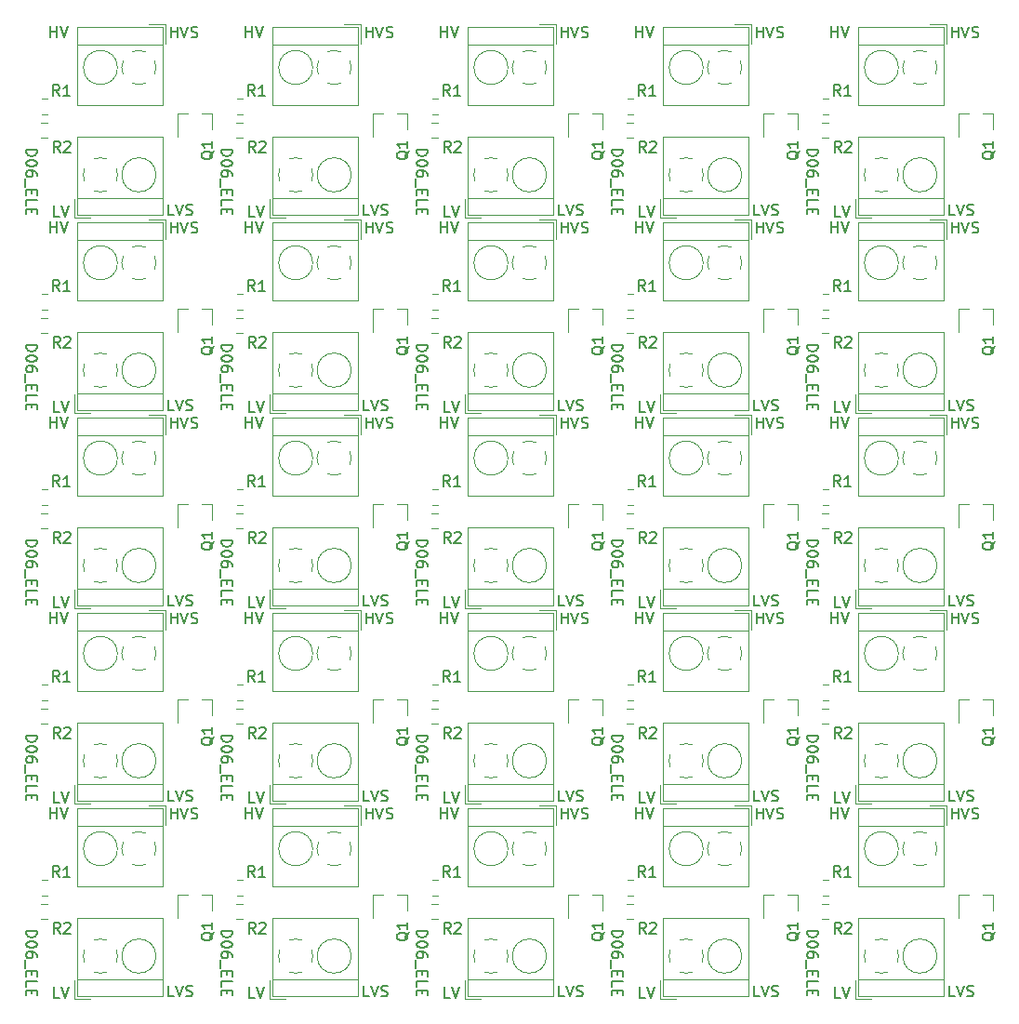
<source format=gbr>
G04 #@! TF.GenerationSoftware,KiCad,Pcbnew,5.1.5-52549c5~86~ubuntu18.04.1*
G04 #@! TF.CreationDate,2020-11-03T13:58:37-05:00*
G04 #@! TF.ProjectId,,58585858-5858-4585-9858-585858585858,rev?*
G04 #@! TF.SameCoordinates,Original*
G04 #@! TF.FileFunction,Legend,Top*
G04 #@! TF.FilePolarity,Positive*
%FSLAX46Y46*%
G04 Gerber Fmt 4.6, Leading zero omitted, Abs format (unit mm)*
G04 Created by KiCad (PCBNEW 5.1.5-52549c5~86~ubuntu18.04.1) date 2020-11-03 13:58:37*
%MOMM*%
%LPD*%
G04 APERTURE LIST*
%ADD10C,0.150000*%
%ADD11C,0.120000*%
G04 APERTURE END LIST*
D10*
X163782523Y-141371580D02*
X163782523Y-140371580D01*
X163782523Y-140847771D02*
X164353952Y-140847771D01*
X164353952Y-141371580D02*
X164353952Y-140371580D01*
X164687285Y-140371580D02*
X165020619Y-141371580D01*
X165353952Y-140371580D01*
X165639666Y-141323961D02*
X165782523Y-141371580D01*
X166020619Y-141371580D01*
X166115857Y-141323961D01*
X166163476Y-141276342D01*
X166211095Y-141181104D01*
X166211095Y-141085866D01*
X166163476Y-140990628D01*
X166115857Y-140943009D01*
X166020619Y-140895390D01*
X165830142Y-140847771D01*
X165734904Y-140800152D01*
X165687285Y-140752533D01*
X165639666Y-140657295D01*
X165639666Y-140562057D01*
X165687285Y-140466819D01*
X165734904Y-140419200D01*
X165830142Y-140371580D01*
X166068238Y-140371580D01*
X166211095Y-140419200D01*
X146002523Y-141371580D02*
X146002523Y-140371580D01*
X146002523Y-140847771D02*
X146573952Y-140847771D01*
X146573952Y-141371580D02*
X146573952Y-140371580D01*
X146907285Y-140371580D02*
X147240619Y-141371580D01*
X147573952Y-140371580D01*
X147859666Y-141323961D02*
X148002523Y-141371580D01*
X148240619Y-141371580D01*
X148335857Y-141323961D01*
X148383476Y-141276342D01*
X148431095Y-141181104D01*
X148431095Y-141085866D01*
X148383476Y-140990628D01*
X148335857Y-140943009D01*
X148240619Y-140895390D01*
X148050142Y-140847771D01*
X147954904Y-140800152D01*
X147907285Y-140752533D01*
X147859666Y-140657295D01*
X147859666Y-140562057D01*
X147907285Y-140466819D01*
X147954904Y-140419200D01*
X148050142Y-140371580D01*
X148288238Y-140371580D01*
X148431095Y-140419200D01*
X128222523Y-141371580D02*
X128222523Y-140371580D01*
X128222523Y-140847771D02*
X128793952Y-140847771D01*
X128793952Y-141371580D02*
X128793952Y-140371580D01*
X129127285Y-140371580D02*
X129460619Y-141371580D01*
X129793952Y-140371580D01*
X130079666Y-141323961D02*
X130222523Y-141371580D01*
X130460619Y-141371580D01*
X130555857Y-141323961D01*
X130603476Y-141276342D01*
X130651095Y-141181104D01*
X130651095Y-141085866D01*
X130603476Y-140990628D01*
X130555857Y-140943009D01*
X130460619Y-140895390D01*
X130270142Y-140847771D01*
X130174904Y-140800152D01*
X130127285Y-140752533D01*
X130079666Y-140657295D01*
X130079666Y-140562057D01*
X130127285Y-140466819D01*
X130174904Y-140419200D01*
X130270142Y-140371580D01*
X130508238Y-140371580D01*
X130651095Y-140419200D01*
X110442523Y-141371580D02*
X110442523Y-140371580D01*
X110442523Y-140847771D02*
X111013952Y-140847771D01*
X111013952Y-141371580D02*
X111013952Y-140371580D01*
X111347285Y-140371580D02*
X111680619Y-141371580D01*
X112013952Y-140371580D01*
X112299666Y-141323961D02*
X112442523Y-141371580D01*
X112680619Y-141371580D01*
X112775857Y-141323961D01*
X112823476Y-141276342D01*
X112871095Y-141181104D01*
X112871095Y-141085866D01*
X112823476Y-140990628D01*
X112775857Y-140943009D01*
X112680619Y-140895390D01*
X112490142Y-140847771D01*
X112394904Y-140800152D01*
X112347285Y-140752533D01*
X112299666Y-140657295D01*
X112299666Y-140562057D01*
X112347285Y-140466819D01*
X112394904Y-140419200D01*
X112490142Y-140371580D01*
X112728238Y-140371580D01*
X112871095Y-140419200D01*
X92662523Y-141371580D02*
X92662523Y-140371580D01*
X92662523Y-140847771D02*
X93233952Y-140847771D01*
X93233952Y-141371580D02*
X93233952Y-140371580D01*
X93567285Y-140371580D02*
X93900619Y-141371580D01*
X94233952Y-140371580D01*
X94519666Y-141323961D02*
X94662523Y-141371580D01*
X94900619Y-141371580D01*
X94995857Y-141323961D01*
X95043476Y-141276342D01*
X95091095Y-141181104D01*
X95091095Y-141085866D01*
X95043476Y-140990628D01*
X94995857Y-140943009D01*
X94900619Y-140895390D01*
X94710142Y-140847771D01*
X94614904Y-140800152D01*
X94567285Y-140752533D01*
X94519666Y-140657295D01*
X94519666Y-140562057D01*
X94567285Y-140466819D01*
X94614904Y-140419200D01*
X94710142Y-140371580D01*
X94948238Y-140371580D01*
X95091095Y-140419200D01*
X163782523Y-123591580D02*
X163782523Y-122591580D01*
X163782523Y-123067771D02*
X164353952Y-123067771D01*
X164353952Y-123591580D02*
X164353952Y-122591580D01*
X164687285Y-122591580D02*
X165020619Y-123591580D01*
X165353952Y-122591580D01*
X165639666Y-123543961D02*
X165782523Y-123591580D01*
X166020619Y-123591580D01*
X166115857Y-123543961D01*
X166163476Y-123496342D01*
X166211095Y-123401104D01*
X166211095Y-123305866D01*
X166163476Y-123210628D01*
X166115857Y-123163009D01*
X166020619Y-123115390D01*
X165830142Y-123067771D01*
X165734904Y-123020152D01*
X165687285Y-122972533D01*
X165639666Y-122877295D01*
X165639666Y-122782057D01*
X165687285Y-122686819D01*
X165734904Y-122639200D01*
X165830142Y-122591580D01*
X166068238Y-122591580D01*
X166211095Y-122639200D01*
X146002523Y-123591580D02*
X146002523Y-122591580D01*
X146002523Y-123067771D02*
X146573952Y-123067771D01*
X146573952Y-123591580D02*
X146573952Y-122591580D01*
X146907285Y-122591580D02*
X147240619Y-123591580D01*
X147573952Y-122591580D01*
X147859666Y-123543961D02*
X148002523Y-123591580D01*
X148240619Y-123591580D01*
X148335857Y-123543961D01*
X148383476Y-123496342D01*
X148431095Y-123401104D01*
X148431095Y-123305866D01*
X148383476Y-123210628D01*
X148335857Y-123163009D01*
X148240619Y-123115390D01*
X148050142Y-123067771D01*
X147954904Y-123020152D01*
X147907285Y-122972533D01*
X147859666Y-122877295D01*
X147859666Y-122782057D01*
X147907285Y-122686819D01*
X147954904Y-122639200D01*
X148050142Y-122591580D01*
X148288238Y-122591580D01*
X148431095Y-122639200D01*
X128222523Y-123591580D02*
X128222523Y-122591580D01*
X128222523Y-123067771D02*
X128793952Y-123067771D01*
X128793952Y-123591580D02*
X128793952Y-122591580D01*
X129127285Y-122591580D02*
X129460619Y-123591580D01*
X129793952Y-122591580D01*
X130079666Y-123543961D02*
X130222523Y-123591580D01*
X130460619Y-123591580D01*
X130555857Y-123543961D01*
X130603476Y-123496342D01*
X130651095Y-123401104D01*
X130651095Y-123305866D01*
X130603476Y-123210628D01*
X130555857Y-123163009D01*
X130460619Y-123115390D01*
X130270142Y-123067771D01*
X130174904Y-123020152D01*
X130127285Y-122972533D01*
X130079666Y-122877295D01*
X130079666Y-122782057D01*
X130127285Y-122686819D01*
X130174904Y-122639200D01*
X130270142Y-122591580D01*
X130508238Y-122591580D01*
X130651095Y-122639200D01*
X110442523Y-123591580D02*
X110442523Y-122591580D01*
X110442523Y-123067771D02*
X111013952Y-123067771D01*
X111013952Y-123591580D02*
X111013952Y-122591580D01*
X111347285Y-122591580D02*
X111680619Y-123591580D01*
X112013952Y-122591580D01*
X112299666Y-123543961D02*
X112442523Y-123591580D01*
X112680619Y-123591580D01*
X112775857Y-123543961D01*
X112823476Y-123496342D01*
X112871095Y-123401104D01*
X112871095Y-123305866D01*
X112823476Y-123210628D01*
X112775857Y-123163009D01*
X112680619Y-123115390D01*
X112490142Y-123067771D01*
X112394904Y-123020152D01*
X112347285Y-122972533D01*
X112299666Y-122877295D01*
X112299666Y-122782057D01*
X112347285Y-122686819D01*
X112394904Y-122639200D01*
X112490142Y-122591580D01*
X112728238Y-122591580D01*
X112871095Y-122639200D01*
X92662523Y-123591580D02*
X92662523Y-122591580D01*
X92662523Y-123067771D02*
X93233952Y-123067771D01*
X93233952Y-123591580D02*
X93233952Y-122591580D01*
X93567285Y-122591580D02*
X93900619Y-123591580D01*
X94233952Y-122591580D01*
X94519666Y-123543961D02*
X94662523Y-123591580D01*
X94900619Y-123591580D01*
X94995857Y-123543961D01*
X95043476Y-123496342D01*
X95091095Y-123401104D01*
X95091095Y-123305866D01*
X95043476Y-123210628D01*
X94995857Y-123163009D01*
X94900619Y-123115390D01*
X94710142Y-123067771D01*
X94614904Y-123020152D01*
X94567285Y-122972533D01*
X94519666Y-122877295D01*
X94519666Y-122782057D01*
X94567285Y-122686819D01*
X94614904Y-122639200D01*
X94710142Y-122591580D01*
X94948238Y-122591580D01*
X95091095Y-122639200D01*
X163782523Y-105811580D02*
X163782523Y-104811580D01*
X163782523Y-105287771D02*
X164353952Y-105287771D01*
X164353952Y-105811580D02*
X164353952Y-104811580D01*
X164687285Y-104811580D02*
X165020619Y-105811580D01*
X165353952Y-104811580D01*
X165639666Y-105763961D02*
X165782523Y-105811580D01*
X166020619Y-105811580D01*
X166115857Y-105763961D01*
X166163476Y-105716342D01*
X166211095Y-105621104D01*
X166211095Y-105525866D01*
X166163476Y-105430628D01*
X166115857Y-105383009D01*
X166020619Y-105335390D01*
X165830142Y-105287771D01*
X165734904Y-105240152D01*
X165687285Y-105192533D01*
X165639666Y-105097295D01*
X165639666Y-105002057D01*
X165687285Y-104906819D01*
X165734904Y-104859200D01*
X165830142Y-104811580D01*
X166068238Y-104811580D01*
X166211095Y-104859200D01*
X146002523Y-105811580D02*
X146002523Y-104811580D01*
X146002523Y-105287771D02*
X146573952Y-105287771D01*
X146573952Y-105811580D02*
X146573952Y-104811580D01*
X146907285Y-104811580D02*
X147240619Y-105811580D01*
X147573952Y-104811580D01*
X147859666Y-105763961D02*
X148002523Y-105811580D01*
X148240619Y-105811580D01*
X148335857Y-105763961D01*
X148383476Y-105716342D01*
X148431095Y-105621104D01*
X148431095Y-105525866D01*
X148383476Y-105430628D01*
X148335857Y-105383009D01*
X148240619Y-105335390D01*
X148050142Y-105287771D01*
X147954904Y-105240152D01*
X147907285Y-105192533D01*
X147859666Y-105097295D01*
X147859666Y-105002057D01*
X147907285Y-104906819D01*
X147954904Y-104859200D01*
X148050142Y-104811580D01*
X148288238Y-104811580D01*
X148431095Y-104859200D01*
X128222523Y-105811580D02*
X128222523Y-104811580D01*
X128222523Y-105287771D02*
X128793952Y-105287771D01*
X128793952Y-105811580D02*
X128793952Y-104811580D01*
X129127285Y-104811580D02*
X129460619Y-105811580D01*
X129793952Y-104811580D01*
X130079666Y-105763961D02*
X130222523Y-105811580D01*
X130460619Y-105811580D01*
X130555857Y-105763961D01*
X130603476Y-105716342D01*
X130651095Y-105621104D01*
X130651095Y-105525866D01*
X130603476Y-105430628D01*
X130555857Y-105383009D01*
X130460619Y-105335390D01*
X130270142Y-105287771D01*
X130174904Y-105240152D01*
X130127285Y-105192533D01*
X130079666Y-105097295D01*
X130079666Y-105002057D01*
X130127285Y-104906819D01*
X130174904Y-104859200D01*
X130270142Y-104811580D01*
X130508238Y-104811580D01*
X130651095Y-104859200D01*
X110442523Y-105811580D02*
X110442523Y-104811580D01*
X110442523Y-105287771D02*
X111013952Y-105287771D01*
X111013952Y-105811580D02*
X111013952Y-104811580D01*
X111347285Y-104811580D02*
X111680619Y-105811580D01*
X112013952Y-104811580D01*
X112299666Y-105763961D02*
X112442523Y-105811580D01*
X112680619Y-105811580D01*
X112775857Y-105763961D01*
X112823476Y-105716342D01*
X112871095Y-105621104D01*
X112871095Y-105525866D01*
X112823476Y-105430628D01*
X112775857Y-105383009D01*
X112680619Y-105335390D01*
X112490142Y-105287771D01*
X112394904Y-105240152D01*
X112347285Y-105192533D01*
X112299666Y-105097295D01*
X112299666Y-105002057D01*
X112347285Y-104906819D01*
X112394904Y-104859200D01*
X112490142Y-104811580D01*
X112728238Y-104811580D01*
X112871095Y-104859200D01*
X92662523Y-105811580D02*
X92662523Y-104811580D01*
X92662523Y-105287771D02*
X93233952Y-105287771D01*
X93233952Y-105811580D02*
X93233952Y-104811580D01*
X93567285Y-104811580D02*
X93900619Y-105811580D01*
X94233952Y-104811580D01*
X94519666Y-105763961D02*
X94662523Y-105811580D01*
X94900619Y-105811580D01*
X94995857Y-105763961D01*
X95043476Y-105716342D01*
X95091095Y-105621104D01*
X95091095Y-105525866D01*
X95043476Y-105430628D01*
X94995857Y-105383009D01*
X94900619Y-105335390D01*
X94710142Y-105287771D01*
X94614904Y-105240152D01*
X94567285Y-105192533D01*
X94519666Y-105097295D01*
X94519666Y-105002057D01*
X94567285Y-104906819D01*
X94614904Y-104859200D01*
X94710142Y-104811580D01*
X94948238Y-104811580D01*
X95091095Y-104859200D01*
X163782523Y-88031580D02*
X163782523Y-87031580D01*
X163782523Y-87507771D02*
X164353952Y-87507771D01*
X164353952Y-88031580D02*
X164353952Y-87031580D01*
X164687285Y-87031580D02*
X165020619Y-88031580D01*
X165353952Y-87031580D01*
X165639666Y-87983961D02*
X165782523Y-88031580D01*
X166020619Y-88031580D01*
X166115857Y-87983961D01*
X166163476Y-87936342D01*
X166211095Y-87841104D01*
X166211095Y-87745866D01*
X166163476Y-87650628D01*
X166115857Y-87603009D01*
X166020619Y-87555390D01*
X165830142Y-87507771D01*
X165734904Y-87460152D01*
X165687285Y-87412533D01*
X165639666Y-87317295D01*
X165639666Y-87222057D01*
X165687285Y-87126819D01*
X165734904Y-87079200D01*
X165830142Y-87031580D01*
X166068238Y-87031580D01*
X166211095Y-87079200D01*
X146002523Y-88031580D02*
X146002523Y-87031580D01*
X146002523Y-87507771D02*
X146573952Y-87507771D01*
X146573952Y-88031580D02*
X146573952Y-87031580D01*
X146907285Y-87031580D02*
X147240619Y-88031580D01*
X147573952Y-87031580D01*
X147859666Y-87983961D02*
X148002523Y-88031580D01*
X148240619Y-88031580D01*
X148335857Y-87983961D01*
X148383476Y-87936342D01*
X148431095Y-87841104D01*
X148431095Y-87745866D01*
X148383476Y-87650628D01*
X148335857Y-87603009D01*
X148240619Y-87555390D01*
X148050142Y-87507771D01*
X147954904Y-87460152D01*
X147907285Y-87412533D01*
X147859666Y-87317295D01*
X147859666Y-87222057D01*
X147907285Y-87126819D01*
X147954904Y-87079200D01*
X148050142Y-87031580D01*
X148288238Y-87031580D01*
X148431095Y-87079200D01*
X128222523Y-88031580D02*
X128222523Y-87031580D01*
X128222523Y-87507771D02*
X128793952Y-87507771D01*
X128793952Y-88031580D02*
X128793952Y-87031580D01*
X129127285Y-87031580D02*
X129460619Y-88031580D01*
X129793952Y-87031580D01*
X130079666Y-87983961D02*
X130222523Y-88031580D01*
X130460619Y-88031580D01*
X130555857Y-87983961D01*
X130603476Y-87936342D01*
X130651095Y-87841104D01*
X130651095Y-87745866D01*
X130603476Y-87650628D01*
X130555857Y-87603009D01*
X130460619Y-87555390D01*
X130270142Y-87507771D01*
X130174904Y-87460152D01*
X130127285Y-87412533D01*
X130079666Y-87317295D01*
X130079666Y-87222057D01*
X130127285Y-87126819D01*
X130174904Y-87079200D01*
X130270142Y-87031580D01*
X130508238Y-87031580D01*
X130651095Y-87079200D01*
X110442523Y-88031580D02*
X110442523Y-87031580D01*
X110442523Y-87507771D02*
X111013952Y-87507771D01*
X111013952Y-88031580D02*
X111013952Y-87031580D01*
X111347285Y-87031580D02*
X111680619Y-88031580D01*
X112013952Y-87031580D01*
X112299666Y-87983961D02*
X112442523Y-88031580D01*
X112680619Y-88031580D01*
X112775857Y-87983961D01*
X112823476Y-87936342D01*
X112871095Y-87841104D01*
X112871095Y-87745866D01*
X112823476Y-87650628D01*
X112775857Y-87603009D01*
X112680619Y-87555390D01*
X112490142Y-87507771D01*
X112394904Y-87460152D01*
X112347285Y-87412533D01*
X112299666Y-87317295D01*
X112299666Y-87222057D01*
X112347285Y-87126819D01*
X112394904Y-87079200D01*
X112490142Y-87031580D01*
X112728238Y-87031580D01*
X112871095Y-87079200D01*
X92662523Y-88031580D02*
X92662523Y-87031580D01*
X92662523Y-87507771D02*
X93233952Y-87507771D01*
X93233952Y-88031580D02*
X93233952Y-87031580D01*
X93567285Y-87031580D02*
X93900619Y-88031580D01*
X94233952Y-87031580D01*
X94519666Y-87983961D02*
X94662523Y-88031580D01*
X94900619Y-88031580D01*
X94995857Y-87983961D01*
X95043476Y-87936342D01*
X95091095Y-87841104D01*
X95091095Y-87745866D01*
X95043476Y-87650628D01*
X94995857Y-87603009D01*
X94900619Y-87555390D01*
X94710142Y-87507771D01*
X94614904Y-87460152D01*
X94567285Y-87412533D01*
X94519666Y-87317295D01*
X94519666Y-87222057D01*
X94567285Y-87126819D01*
X94614904Y-87079200D01*
X94710142Y-87031580D01*
X94948238Y-87031580D01*
X95091095Y-87079200D01*
X163782523Y-70251580D02*
X163782523Y-69251580D01*
X163782523Y-69727771D02*
X164353952Y-69727771D01*
X164353952Y-70251580D02*
X164353952Y-69251580D01*
X164687285Y-69251580D02*
X165020619Y-70251580D01*
X165353952Y-69251580D01*
X165639666Y-70203961D02*
X165782523Y-70251580D01*
X166020619Y-70251580D01*
X166115857Y-70203961D01*
X166163476Y-70156342D01*
X166211095Y-70061104D01*
X166211095Y-69965866D01*
X166163476Y-69870628D01*
X166115857Y-69823009D01*
X166020619Y-69775390D01*
X165830142Y-69727771D01*
X165734904Y-69680152D01*
X165687285Y-69632533D01*
X165639666Y-69537295D01*
X165639666Y-69442057D01*
X165687285Y-69346819D01*
X165734904Y-69299200D01*
X165830142Y-69251580D01*
X166068238Y-69251580D01*
X166211095Y-69299200D01*
X146002523Y-70251580D02*
X146002523Y-69251580D01*
X146002523Y-69727771D02*
X146573952Y-69727771D01*
X146573952Y-70251580D02*
X146573952Y-69251580D01*
X146907285Y-69251580D02*
X147240619Y-70251580D01*
X147573952Y-69251580D01*
X147859666Y-70203961D02*
X148002523Y-70251580D01*
X148240619Y-70251580D01*
X148335857Y-70203961D01*
X148383476Y-70156342D01*
X148431095Y-70061104D01*
X148431095Y-69965866D01*
X148383476Y-69870628D01*
X148335857Y-69823009D01*
X148240619Y-69775390D01*
X148050142Y-69727771D01*
X147954904Y-69680152D01*
X147907285Y-69632533D01*
X147859666Y-69537295D01*
X147859666Y-69442057D01*
X147907285Y-69346819D01*
X147954904Y-69299200D01*
X148050142Y-69251580D01*
X148288238Y-69251580D01*
X148431095Y-69299200D01*
X128222523Y-70251580D02*
X128222523Y-69251580D01*
X128222523Y-69727771D02*
X128793952Y-69727771D01*
X128793952Y-70251580D02*
X128793952Y-69251580D01*
X129127285Y-69251580D02*
X129460619Y-70251580D01*
X129793952Y-69251580D01*
X130079666Y-70203961D02*
X130222523Y-70251580D01*
X130460619Y-70251580D01*
X130555857Y-70203961D01*
X130603476Y-70156342D01*
X130651095Y-70061104D01*
X130651095Y-69965866D01*
X130603476Y-69870628D01*
X130555857Y-69823009D01*
X130460619Y-69775390D01*
X130270142Y-69727771D01*
X130174904Y-69680152D01*
X130127285Y-69632533D01*
X130079666Y-69537295D01*
X130079666Y-69442057D01*
X130127285Y-69346819D01*
X130174904Y-69299200D01*
X130270142Y-69251580D01*
X130508238Y-69251580D01*
X130651095Y-69299200D01*
X110442523Y-70251580D02*
X110442523Y-69251580D01*
X110442523Y-69727771D02*
X111013952Y-69727771D01*
X111013952Y-70251580D02*
X111013952Y-69251580D01*
X111347285Y-69251580D02*
X111680619Y-70251580D01*
X112013952Y-69251580D01*
X112299666Y-70203961D02*
X112442523Y-70251580D01*
X112680619Y-70251580D01*
X112775857Y-70203961D01*
X112823476Y-70156342D01*
X112871095Y-70061104D01*
X112871095Y-69965866D01*
X112823476Y-69870628D01*
X112775857Y-69823009D01*
X112680619Y-69775390D01*
X112490142Y-69727771D01*
X112394904Y-69680152D01*
X112347285Y-69632533D01*
X112299666Y-69537295D01*
X112299666Y-69442057D01*
X112347285Y-69346819D01*
X112394904Y-69299200D01*
X112490142Y-69251580D01*
X112728238Y-69251580D01*
X112871095Y-69299200D01*
X152803314Y-141320780D02*
X152803314Y-140320780D01*
X152803314Y-140796971D02*
X153374742Y-140796971D01*
X153374742Y-141320780D02*
X153374742Y-140320780D01*
X153708076Y-140320780D02*
X154041409Y-141320780D01*
X154374742Y-140320780D01*
X135023314Y-141320780D02*
X135023314Y-140320780D01*
X135023314Y-140796971D02*
X135594742Y-140796971D01*
X135594742Y-141320780D02*
X135594742Y-140320780D01*
X135928076Y-140320780D02*
X136261409Y-141320780D01*
X136594742Y-140320780D01*
X117243314Y-141320780D02*
X117243314Y-140320780D01*
X117243314Y-140796971D02*
X117814742Y-140796971D01*
X117814742Y-141320780D02*
X117814742Y-140320780D01*
X118148076Y-140320780D02*
X118481409Y-141320780D01*
X118814742Y-140320780D01*
X99463314Y-141320780D02*
X99463314Y-140320780D01*
X99463314Y-140796971D02*
X100034742Y-140796971D01*
X100034742Y-141320780D02*
X100034742Y-140320780D01*
X100368076Y-140320780D02*
X100701409Y-141320780D01*
X101034742Y-140320780D01*
X81683314Y-141320780D02*
X81683314Y-140320780D01*
X81683314Y-140796971D02*
X82254742Y-140796971D01*
X82254742Y-141320780D02*
X82254742Y-140320780D01*
X82588076Y-140320780D02*
X82921409Y-141320780D01*
X83254742Y-140320780D01*
X152803314Y-123540780D02*
X152803314Y-122540780D01*
X152803314Y-123016971D02*
X153374742Y-123016971D01*
X153374742Y-123540780D02*
X153374742Y-122540780D01*
X153708076Y-122540780D02*
X154041409Y-123540780D01*
X154374742Y-122540780D01*
X135023314Y-123540780D02*
X135023314Y-122540780D01*
X135023314Y-123016971D02*
X135594742Y-123016971D01*
X135594742Y-123540780D02*
X135594742Y-122540780D01*
X135928076Y-122540780D02*
X136261409Y-123540780D01*
X136594742Y-122540780D01*
X117243314Y-123540780D02*
X117243314Y-122540780D01*
X117243314Y-123016971D02*
X117814742Y-123016971D01*
X117814742Y-123540780D02*
X117814742Y-122540780D01*
X118148076Y-122540780D02*
X118481409Y-123540780D01*
X118814742Y-122540780D01*
X99463314Y-123540780D02*
X99463314Y-122540780D01*
X99463314Y-123016971D02*
X100034742Y-123016971D01*
X100034742Y-123540780D02*
X100034742Y-122540780D01*
X100368076Y-122540780D02*
X100701409Y-123540780D01*
X101034742Y-122540780D01*
X81683314Y-123540780D02*
X81683314Y-122540780D01*
X81683314Y-123016971D02*
X82254742Y-123016971D01*
X82254742Y-123540780D02*
X82254742Y-122540780D01*
X82588076Y-122540780D02*
X82921409Y-123540780D01*
X83254742Y-122540780D01*
X152803314Y-105760780D02*
X152803314Y-104760780D01*
X152803314Y-105236971D02*
X153374742Y-105236971D01*
X153374742Y-105760780D02*
X153374742Y-104760780D01*
X153708076Y-104760780D02*
X154041409Y-105760780D01*
X154374742Y-104760780D01*
X135023314Y-105760780D02*
X135023314Y-104760780D01*
X135023314Y-105236971D02*
X135594742Y-105236971D01*
X135594742Y-105760780D02*
X135594742Y-104760780D01*
X135928076Y-104760780D02*
X136261409Y-105760780D01*
X136594742Y-104760780D01*
X117243314Y-105760780D02*
X117243314Y-104760780D01*
X117243314Y-105236971D02*
X117814742Y-105236971D01*
X117814742Y-105760780D02*
X117814742Y-104760780D01*
X118148076Y-104760780D02*
X118481409Y-105760780D01*
X118814742Y-104760780D01*
X99463314Y-105760780D02*
X99463314Y-104760780D01*
X99463314Y-105236971D02*
X100034742Y-105236971D01*
X100034742Y-105760780D02*
X100034742Y-104760780D01*
X100368076Y-104760780D02*
X100701409Y-105760780D01*
X101034742Y-104760780D01*
X81683314Y-105760780D02*
X81683314Y-104760780D01*
X81683314Y-105236971D02*
X82254742Y-105236971D01*
X82254742Y-105760780D02*
X82254742Y-104760780D01*
X82588076Y-104760780D02*
X82921409Y-105760780D01*
X83254742Y-104760780D01*
X152803314Y-87980780D02*
X152803314Y-86980780D01*
X152803314Y-87456971D02*
X153374742Y-87456971D01*
X153374742Y-87980780D02*
X153374742Y-86980780D01*
X153708076Y-86980780D02*
X154041409Y-87980780D01*
X154374742Y-86980780D01*
X135023314Y-87980780D02*
X135023314Y-86980780D01*
X135023314Y-87456971D02*
X135594742Y-87456971D01*
X135594742Y-87980780D02*
X135594742Y-86980780D01*
X135928076Y-86980780D02*
X136261409Y-87980780D01*
X136594742Y-86980780D01*
X117243314Y-87980780D02*
X117243314Y-86980780D01*
X117243314Y-87456971D02*
X117814742Y-87456971D01*
X117814742Y-87980780D02*
X117814742Y-86980780D01*
X118148076Y-86980780D02*
X118481409Y-87980780D01*
X118814742Y-86980780D01*
X99463314Y-87980780D02*
X99463314Y-86980780D01*
X99463314Y-87456971D02*
X100034742Y-87456971D01*
X100034742Y-87980780D02*
X100034742Y-86980780D01*
X100368076Y-86980780D02*
X100701409Y-87980780D01*
X101034742Y-86980780D01*
X81683314Y-87980780D02*
X81683314Y-86980780D01*
X81683314Y-87456971D02*
X82254742Y-87456971D01*
X82254742Y-87980780D02*
X82254742Y-86980780D01*
X82588076Y-86980780D02*
X82921409Y-87980780D01*
X83254742Y-86980780D01*
X152803314Y-70200780D02*
X152803314Y-69200780D01*
X152803314Y-69676971D02*
X153374742Y-69676971D01*
X153374742Y-70200780D02*
X153374742Y-69200780D01*
X153708076Y-69200780D02*
X154041409Y-70200780D01*
X154374742Y-69200780D01*
X135023314Y-70200780D02*
X135023314Y-69200780D01*
X135023314Y-69676971D02*
X135594742Y-69676971D01*
X135594742Y-70200780D02*
X135594742Y-69200780D01*
X135928076Y-69200780D02*
X136261409Y-70200780D01*
X136594742Y-69200780D01*
X117243314Y-70200780D02*
X117243314Y-69200780D01*
X117243314Y-69676971D02*
X117814742Y-69676971D01*
X117814742Y-70200780D02*
X117814742Y-69200780D01*
X118148076Y-69200780D02*
X118481409Y-70200780D01*
X118814742Y-69200780D01*
X99463314Y-70200780D02*
X99463314Y-69200780D01*
X99463314Y-69676971D02*
X100034742Y-69676971D01*
X100034742Y-70200780D02*
X100034742Y-69200780D01*
X100368076Y-69200780D02*
X100701409Y-70200780D01*
X101034742Y-69200780D01*
X164022161Y-157551380D02*
X163545971Y-157551380D01*
X163545971Y-156551380D01*
X164212638Y-156551380D02*
X164545971Y-157551380D01*
X164879304Y-156551380D01*
X165165019Y-157503761D02*
X165307876Y-157551380D01*
X165545971Y-157551380D01*
X165641209Y-157503761D01*
X165688828Y-157456142D01*
X165736447Y-157360904D01*
X165736447Y-157265666D01*
X165688828Y-157170428D01*
X165641209Y-157122809D01*
X165545971Y-157075190D01*
X165355495Y-157027571D01*
X165260257Y-156979952D01*
X165212638Y-156932333D01*
X165165019Y-156837095D01*
X165165019Y-156741857D01*
X165212638Y-156646619D01*
X165260257Y-156599000D01*
X165355495Y-156551380D01*
X165593590Y-156551380D01*
X165736447Y-156599000D01*
X146242161Y-157551380D02*
X145765971Y-157551380D01*
X145765971Y-156551380D01*
X146432638Y-156551380D02*
X146765971Y-157551380D01*
X147099304Y-156551380D01*
X147385019Y-157503761D02*
X147527876Y-157551380D01*
X147765971Y-157551380D01*
X147861209Y-157503761D01*
X147908828Y-157456142D01*
X147956447Y-157360904D01*
X147956447Y-157265666D01*
X147908828Y-157170428D01*
X147861209Y-157122809D01*
X147765971Y-157075190D01*
X147575495Y-157027571D01*
X147480257Y-156979952D01*
X147432638Y-156932333D01*
X147385019Y-156837095D01*
X147385019Y-156741857D01*
X147432638Y-156646619D01*
X147480257Y-156599000D01*
X147575495Y-156551380D01*
X147813590Y-156551380D01*
X147956447Y-156599000D01*
X128462161Y-157551380D02*
X127985971Y-157551380D01*
X127985971Y-156551380D01*
X128652638Y-156551380D02*
X128985971Y-157551380D01*
X129319304Y-156551380D01*
X129605019Y-157503761D02*
X129747876Y-157551380D01*
X129985971Y-157551380D01*
X130081209Y-157503761D01*
X130128828Y-157456142D01*
X130176447Y-157360904D01*
X130176447Y-157265666D01*
X130128828Y-157170428D01*
X130081209Y-157122809D01*
X129985971Y-157075190D01*
X129795495Y-157027571D01*
X129700257Y-156979952D01*
X129652638Y-156932333D01*
X129605019Y-156837095D01*
X129605019Y-156741857D01*
X129652638Y-156646619D01*
X129700257Y-156599000D01*
X129795495Y-156551380D01*
X130033590Y-156551380D01*
X130176447Y-156599000D01*
X110682161Y-157551380D02*
X110205971Y-157551380D01*
X110205971Y-156551380D01*
X110872638Y-156551380D02*
X111205971Y-157551380D01*
X111539304Y-156551380D01*
X111825019Y-157503761D02*
X111967876Y-157551380D01*
X112205971Y-157551380D01*
X112301209Y-157503761D01*
X112348828Y-157456142D01*
X112396447Y-157360904D01*
X112396447Y-157265666D01*
X112348828Y-157170428D01*
X112301209Y-157122809D01*
X112205971Y-157075190D01*
X112015495Y-157027571D01*
X111920257Y-156979952D01*
X111872638Y-156932333D01*
X111825019Y-156837095D01*
X111825019Y-156741857D01*
X111872638Y-156646619D01*
X111920257Y-156599000D01*
X112015495Y-156551380D01*
X112253590Y-156551380D01*
X112396447Y-156599000D01*
X92902161Y-157551380D02*
X92425971Y-157551380D01*
X92425971Y-156551380D01*
X93092638Y-156551380D02*
X93425971Y-157551380D01*
X93759304Y-156551380D01*
X94045019Y-157503761D02*
X94187876Y-157551380D01*
X94425971Y-157551380D01*
X94521209Y-157503761D01*
X94568828Y-157456142D01*
X94616447Y-157360904D01*
X94616447Y-157265666D01*
X94568828Y-157170428D01*
X94521209Y-157122809D01*
X94425971Y-157075190D01*
X94235495Y-157027571D01*
X94140257Y-156979952D01*
X94092638Y-156932333D01*
X94045019Y-156837095D01*
X94045019Y-156741857D01*
X94092638Y-156646619D01*
X94140257Y-156599000D01*
X94235495Y-156551380D01*
X94473590Y-156551380D01*
X94616447Y-156599000D01*
X164022161Y-139771380D02*
X163545971Y-139771380D01*
X163545971Y-138771380D01*
X164212638Y-138771380D02*
X164545971Y-139771380D01*
X164879304Y-138771380D01*
X165165019Y-139723761D02*
X165307876Y-139771380D01*
X165545971Y-139771380D01*
X165641209Y-139723761D01*
X165688828Y-139676142D01*
X165736447Y-139580904D01*
X165736447Y-139485666D01*
X165688828Y-139390428D01*
X165641209Y-139342809D01*
X165545971Y-139295190D01*
X165355495Y-139247571D01*
X165260257Y-139199952D01*
X165212638Y-139152333D01*
X165165019Y-139057095D01*
X165165019Y-138961857D01*
X165212638Y-138866619D01*
X165260257Y-138819000D01*
X165355495Y-138771380D01*
X165593590Y-138771380D01*
X165736447Y-138819000D01*
X146242161Y-139771380D02*
X145765971Y-139771380D01*
X145765971Y-138771380D01*
X146432638Y-138771380D02*
X146765971Y-139771380D01*
X147099304Y-138771380D01*
X147385019Y-139723761D02*
X147527876Y-139771380D01*
X147765971Y-139771380D01*
X147861209Y-139723761D01*
X147908828Y-139676142D01*
X147956447Y-139580904D01*
X147956447Y-139485666D01*
X147908828Y-139390428D01*
X147861209Y-139342809D01*
X147765971Y-139295190D01*
X147575495Y-139247571D01*
X147480257Y-139199952D01*
X147432638Y-139152333D01*
X147385019Y-139057095D01*
X147385019Y-138961857D01*
X147432638Y-138866619D01*
X147480257Y-138819000D01*
X147575495Y-138771380D01*
X147813590Y-138771380D01*
X147956447Y-138819000D01*
X128462161Y-139771380D02*
X127985971Y-139771380D01*
X127985971Y-138771380D01*
X128652638Y-138771380D02*
X128985971Y-139771380D01*
X129319304Y-138771380D01*
X129605019Y-139723761D02*
X129747876Y-139771380D01*
X129985971Y-139771380D01*
X130081209Y-139723761D01*
X130128828Y-139676142D01*
X130176447Y-139580904D01*
X130176447Y-139485666D01*
X130128828Y-139390428D01*
X130081209Y-139342809D01*
X129985971Y-139295190D01*
X129795495Y-139247571D01*
X129700257Y-139199952D01*
X129652638Y-139152333D01*
X129605019Y-139057095D01*
X129605019Y-138961857D01*
X129652638Y-138866619D01*
X129700257Y-138819000D01*
X129795495Y-138771380D01*
X130033590Y-138771380D01*
X130176447Y-138819000D01*
X110682161Y-139771380D02*
X110205971Y-139771380D01*
X110205971Y-138771380D01*
X110872638Y-138771380D02*
X111205971Y-139771380D01*
X111539304Y-138771380D01*
X111825019Y-139723761D02*
X111967876Y-139771380D01*
X112205971Y-139771380D01*
X112301209Y-139723761D01*
X112348828Y-139676142D01*
X112396447Y-139580904D01*
X112396447Y-139485666D01*
X112348828Y-139390428D01*
X112301209Y-139342809D01*
X112205971Y-139295190D01*
X112015495Y-139247571D01*
X111920257Y-139199952D01*
X111872638Y-139152333D01*
X111825019Y-139057095D01*
X111825019Y-138961857D01*
X111872638Y-138866619D01*
X111920257Y-138819000D01*
X112015495Y-138771380D01*
X112253590Y-138771380D01*
X112396447Y-138819000D01*
X92902161Y-139771380D02*
X92425971Y-139771380D01*
X92425971Y-138771380D01*
X93092638Y-138771380D02*
X93425971Y-139771380D01*
X93759304Y-138771380D01*
X94045019Y-139723761D02*
X94187876Y-139771380D01*
X94425971Y-139771380D01*
X94521209Y-139723761D01*
X94568828Y-139676142D01*
X94616447Y-139580904D01*
X94616447Y-139485666D01*
X94568828Y-139390428D01*
X94521209Y-139342809D01*
X94425971Y-139295190D01*
X94235495Y-139247571D01*
X94140257Y-139199952D01*
X94092638Y-139152333D01*
X94045019Y-139057095D01*
X94045019Y-138961857D01*
X94092638Y-138866619D01*
X94140257Y-138819000D01*
X94235495Y-138771380D01*
X94473590Y-138771380D01*
X94616447Y-138819000D01*
X164022161Y-121991380D02*
X163545971Y-121991380D01*
X163545971Y-120991380D01*
X164212638Y-120991380D02*
X164545971Y-121991380D01*
X164879304Y-120991380D01*
X165165019Y-121943761D02*
X165307876Y-121991380D01*
X165545971Y-121991380D01*
X165641209Y-121943761D01*
X165688828Y-121896142D01*
X165736447Y-121800904D01*
X165736447Y-121705666D01*
X165688828Y-121610428D01*
X165641209Y-121562809D01*
X165545971Y-121515190D01*
X165355495Y-121467571D01*
X165260257Y-121419952D01*
X165212638Y-121372333D01*
X165165019Y-121277095D01*
X165165019Y-121181857D01*
X165212638Y-121086619D01*
X165260257Y-121039000D01*
X165355495Y-120991380D01*
X165593590Y-120991380D01*
X165736447Y-121039000D01*
X146242161Y-121991380D02*
X145765971Y-121991380D01*
X145765971Y-120991380D01*
X146432638Y-120991380D02*
X146765971Y-121991380D01*
X147099304Y-120991380D01*
X147385019Y-121943761D02*
X147527876Y-121991380D01*
X147765971Y-121991380D01*
X147861209Y-121943761D01*
X147908828Y-121896142D01*
X147956447Y-121800904D01*
X147956447Y-121705666D01*
X147908828Y-121610428D01*
X147861209Y-121562809D01*
X147765971Y-121515190D01*
X147575495Y-121467571D01*
X147480257Y-121419952D01*
X147432638Y-121372333D01*
X147385019Y-121277095D01*
X147385019Y-121181857D01*
X147432638Y-121086619D01*
X147480257Y-121039000D01*
X147575495Y-120991380D01*
X147813590Y-120991380D01*
X147956447Y-121039000D01*
X128462161Y-121991380D02*
X127985971Y-121991380D01*
X127985971Y-120991380D01*
X128652638Y-120991380D02*
X128985971Y-121991380D01*
X129319304Y-120991380D01*
X129605019Y-121943761D02*
X129747876Y-121991380D01*
X129985971Y-121991380D01*
X130081209Y-121943761D01*
X130128828Y-121896142D01*
X130176447Y-121800904D01*
X130176447Y-121705666D01*
X130128828Y-121610428D01*
X130081209Y-121562809D01*
X129985971Y-121515190D01*
X129795495Y-121467571D01*
X129700257Y-121419952D01*
X129652638Y-121372333D01*
X129605019Y-121277095D01*
X129605019Y-121181857D01*
X129652638Y-121086619D01*
X129700257Y-121039000D01*
X129795495Y-120991380D01*
X130033590Y-120991380D01*
X130176447Y-121039000D01*
X110682161Y-121991380D02*
X110205971Y-121991380D01*
X110205971Y-120991380D01*
X110872638Y-120991380D02*
X111205971Y-121991380D01*
X111539304Y-120991380D01*
X111825019Y-121943761D02*
X111967876Y-121991380D01*
X112205971Y-121991380D01*
X112301209Y-121943761D01*
X112348828Y-121896142D01*
X112396447Y-121800904D01*
X112396447Y-121705666D01*
X112348828Y-121610428D01*
X112301209Y-121562809D01*
X112205971Y-121515190D01*
X112015495Y-121467571D01*
X111920257Y-121419952D01*
X111872638Y-121372333D01*
X111825019Y-121277095D01*
X111825019Y-121181857D01*
X111872638Y-121086619D01*
X111920257Y-121039000D01*
X112015495Y-120991380D01*
X112253590Y-120991380D01*
X112396447Y-121039000D01*
X92902161Y-121991380D02*
X92425971Y-121991380D01*
X92425971Y-120991380D01*
X93092638Y-120991380D02*
X93425971Y-121991380D01*
X93759304Y-120991380D01*
X94045019Y-121943761D02*
X94187876Y-121991380D01*
X94425971Y-121991380D01*
X94521209Y-121943761D01*
X94568828Y-121896142D01*
X94616447Y-121800904D01*
X94616447Y-121705666D01*
X94568828Y-121610428D01*
X94521209Y-121562809D01*
X94425971Y-121515190D01*
X94235495Y-121467571D01*
X94140257Y-121419952D01*
X94092638Y-121372333D01*
X94045019Y-121277095D01*
X94045019Y-121181857D01*
X94092638Y-121086619D01*
X94140257Y-121039000D01*
X94235495Y-120991380D01*
X94473590Y-120991380D01*
X94616447Y-121039000D01*
X164022161Y-104211380D02*
X163545971Y-104211380D01*
X163545971Y-103211380D01*
X164212638Y-103211380D02*
X164545971Y-104211380D01*
X164879304Y-103211380D01*
X165165019Y-104163761D02*
X165307876Y-104211380D01*
X165545971Y-104211380D01*
X165641209Y-104163761D01*
X165688828Y-104116142D01*
X165736447Y-104020904D01*
X165736447Y-103925666D01*
X165688828Y-103830428D01*
X165641209Y-103782809D01*
X165545971Y-103735190D01*
X165355495Y-103687571D01*
X165260257Y-103639952D01*
X165212638Y-103592333D01*
X165165019Y-103497095D01*
X165165019Y-103401857D01*
X165212638Y-103306619D01*
X165260257Y-103259000D01*
X165355495Y-103211380D01*
X165593590Y-103211380D01*
X165736447Y-103259000D01*
X146242161Y-104211380D02*
X145765971Y-104211380D01*
X145765971Y-103211380D01*
X146432638Y-103211380D02*
X146765971Y-104211380D01*
X147099304Y-103211380D01*
X147385019Y-104163761D02*
X147527876Y-104211380D01*
X147765971Y-104211380D01*
X147861209Y-104163761D01*
X147908828Y-104116142D01*
X147956447Y-104020904D01*
X147956447Y-103925666D01*
X147908828Y-103830428D01*
X147861209Y-103782809D01*
X147765971Y-103735190D01*
X147575495Y-103687571D01*
X147480257Y-103639952D01*
X147432638Y-103592333D01*
X147385019Y-103497095D01*
X147385019Y-103401857D01*
X147432638Y-103306619D01*
X147480257Y-103259000D01*
X147575495Y-103211380D01*
X147813590Y-103211380D01*
X147956447Y-103259000D01*
X128462161Y-104211380D02*
X127985971Y-104211380D01*
X127985971Y-103211380D01*
X128652638Y-103211380D02*
X128985971Y-104211380D01*
X129319304Y-103211380D01*
X129605019Y-104163761D02*
X129747876Y-104211380D01*
X129985971Y-104211380D01*
X130081209Y-104163761D01*
X130128828Y-104116142D01*
X130176447Y-104020904D01*
X130176447Y-103925666D01*
X130128828Y-103830428D01*
X130081209Y-103782809D01*
X129985971Y-103735190D01*
X129795495Y-103687571D01*
X129700257Y-103639952D01*
X129652638Y-103592333D01*
X129605019Y-103497095D01*
X129605019Y-103401857D01*
X129652638Y-103306619D01*
X129700257Y-103259000D01*
X129795495Y-103211380D01*
X130033590Y-103211380D01*
X130176447Y-103259000D01*
X110682161Y-104211380D02*
X110205971Y-104211380D01*
X110205971Y-103211380D01*
X110872638Y-103211380D02*
X111205971Y-104211380D01*
X111539304Y-103211380D01*
X111825019Y-104163761D02*
X111967876Y-104211380D01*
X112205971Y-104211380D01*
X112301209Y-104163761D01*
X112348828Y-104116142D01*
X112396447Y-104020904D01*
X112396447Y-103925666D01*
X112348828Y-103830428D01*
X112301209Y-103782809D01*
X112205971Y-103735190D01*
X112015495Y-103687571D01*
X111920257Y-103639952D01*
X111872638Y-103592333D01*
X111825019Y-103497095D01*
X111825019Y-103401857D01*
X111872638Y-103306619D01*
X111920257Y-103259000D01*
X112015495Y-103211380D01*
X112253590Y-103211380D01*
X112396447Y-103259000D01*
X92902161Y-104211380D02*
X92425971Y-104211380D01*
X92425971Y-103211380D01*
X93092638Y-103211380D02*
X93425971Y-104211380D01*
X93759304Y-103211380D01*
X94045019Y-104163761D02*
X94187876Y-104211380D01*
X94425971Y-104211380D01*
X94521209Y-104163761D01*
X94568828Y-104116142D01*
X94616447Y-104020904D01*
X94616447Y-103925666D01*
X94568828Y-103830428D01*
X94521209Y-103782809D01*
X94425971Y-103735190D01*
X94235495Y-103687571D01*
X94140257Y-103639952D01*
X94092638Y-103592333D01*
X94045019Y-103497095D01*
X94045019Y-103401857D01*
X94092638Y-103306619D01*
X94140257Y-103259000D01*
X94235495Y-103211380D01*
X94473590Y-103211380D01*
X94616447Y-103259000D01*
X164022161Y-86431380D02*
X163545971Y-86431380D01*
X163545971Y-85431380D01*
X164212638Y-85431380D02*
X164545971Y-86431380D01*
X164879304Y-85431380D01*
X165165019Y-86383761D02*
X165307876Y-86431380D01*
X165545971Y-86431380D01*
X165641209Y-86383761D01*
X165688828Y-86336142D01*
X165736447Y-86240904D01*
X165736447Y-86145666D01*
X165688828Y-86050428D01*
X165641209Y-86002809D01*
X165545971Y-85955190D01*
X165355495Y-85907571D01*
X165260257Y-85859952D01*
X165212638Y-85812333D01*
X165165019Y-85717095D01*
X165165019Y-85621857D01*
X165212638Y-85526619D01*
X165260257Y-85479000D01*
X165355495Y-85431380D01*
X165593590Y-85431380D01*
X165736447Y-85479000D01*
X146242161Y-86431380D02*
X145765971Y-86431380D01*
X145765971Y-85431380D01*
X146432638Y-85431380D02*
X146765971Y-86431380D01*
X147099304Y-85431380D01*
X147385019Y-86383761D02*
X147527876Y-86431380D01*
X147765971Y-86431380D01*
X147861209Y-86383761D01*
X147908828Y-86336142D01*
X147956447Y-86240904D01*
X147956447Y-86145666D01*
X147908828Y-86050428D01*
X147861209Y-86002809D01*
X147765971Y-85955190D01*
X147575495Y-85907571D01*
X147480257Y-85859952D01*
X147432638Y-85812333D01*
X147385019Y-85717095D01*
X147385019Y-85621857D01*
X147432638Y-85526619D01*
X147480257Y-85479000D01*
X147575495Y-85431380D01*
X147813590Y-85431380D01*
X147956447Y-85479000D01*
X128462161Y-86431380D02*
X127985971Y-86431380D01*
X127985971Y-85431380D01*
X128652638Y-85431380D02*
X128985971Y-86431380D01*
X129319304Y-85431380D01*
X129605019Y-86383761D02*
X129747876Y-86431380D01*
X129985971Y-86431380D01*
X130081209Y-86383761D01*
X130128828Y-86336142D01*
X130176447Y-86240904D01*
X130176447Y-86145666D01*
X130128828Y-86050428D01*
X130081209Y-86002809D01*
X129985971Y-85955190D01*
X129795495Y-85907571D01*
X129700257Y-85859952D01*
X129652638Y-85812333D01*
X129605019Y-85717095D01*
X129605019Y-85621857D01*
X129652638Y-85526619D01*
X129700257Y-85479000D01*
X129795495Y-85431380D01*
X130033590Y-85431380D01*
X130176447Y-85479000D01*
X110682161Y-86431380D02*
X110205971Y-86431380D01*
X110205971Y-85431380D01*
X110872638Y-85431380D02*
X111205971Y-86431380D01*
X111539304Y-85431380D01*
X111825019Y-86383761D02*
X111967876Y-86431380D01*
X112205971Y-86431380D01*
X112301209Y-86383761D01*
X112348828Y-86336142D01*
X112396447Y-86240904D01*
X112396447Y-86145666D01*
X112348828Y-86050428D01*
X112301209Y-86002809D01*
X112205971Y-85955190D01*
X112015495Y-85907571D01*
X111920257Y-85859952D01*
X111872638Y-85812333D01*
X111825019Y-85717095D01*
X111825019Y-85621857D01*
X111872638Y-85526619D01*
X111920257Y-85479000D01*
X112015495Y-85431380D01*
X112253590Y-85431380D01*
X112396447Y-85479000D01*
X153601752Y-157703780D02*
X153125561Y-157703780D01*
X153125561Y-156703780D01*
X153792228Y-156703780D02*
X154125561Y-157703780D01*
X154458895Y-156703780D01*
X135821752Y-157703780D02*
X135345561Y-157703780D01*
X135345561Y-156703780D01*
X136012228Y-156703780D02*
X136345561Y-157703780D01*
X136678895Y-156703780D01*
X118041752Y-157703780D02*
X117565561Y-157703780D01*
X117565561Y-156703780D01*
X118232228Y-156703780D02*
X118565561Y-157703780D01*
X118898895Y-156703780D01*
X100261752Y-157703780D02*
X99785561Y-157703780D01*
X99785561Y-156703780D01*
X100452228Y-156703780D02*
X100785561Y-157703780D01*
X101118895Y-156703780D01*
X82481752Y-157703780D02*
X82005561Y-157703780D01*
X82005561Y-156703780D01*
X82672228Y-156703780D02*
X83005561Y-157703780D01*
X83338895Y-156703780D01*
X153601752Y-139923780D02*
X153125561Y-139923780D01*
X153125561Y-138923780D01*
X153792228Y-138923780D02*
X154125561Y-139923780D01*
X154458895Y-138923780D01*
X135821752Y-139923780D02*
X135345561Y-139923780D01*
X135345561Y-138923780D01*
X136012228Y-138923780D02*
X136345561Y-139923780D01*
X136678895Y-138923780D01*
X118041752Y-139923780D02*
X117565561Y-139923780D01*
X117565561Y-138923780D01*
X118232228Y-138923780D02*
X118565561Y-139923780D01*
X118898895Y-138923780D01*
X100261752Y-139923780D02*
X99785561Y-139923780D01*
X99785561Y-138923780D01*
X100452228Y-138923780D02*
X100785561Y-139923780D01*
X101118895Y-138923780D01*
X82481752Y-139923780D02*
X82005561Y-139923780D01*
X82005561Y-138923780D01*
X82672228Y-138923780D02*
X83005561Y-139923780D01*
X83338895Y-138923780D01*
X153601752Y-122143780D02*
X153125561Y-122143780D01*
X153125561Y-121143780D01*
X153792228Y-121143780D02*
X154125561Y-122143780D01*
X154458895Y-121143780D01*
X135821752Y-122143780D02*
X135345561Y-122143780D01*
X135345561Y-121143780D01*
X136012228Y-121143780D02*
X136345561Y-122143780D01*
X136678895Y-121143780D01*
X118041752Y-122143780D02*
X117565561Y-122143780D01*
X117565561Y-121143780D01*
X118232228Y-121143780D02*
X118565561Y-122143780D01*
X118898895Y-121143780D01*
X100261752Y-122143780D02*
X99785561Y-122143780D01*
X99785561Y-121143780D01*
X100452228Y-121143780D02*
X100785561Y-122143780D01*
X101118895Y-121143780D01*
X82481752Y-122143780D02*
X82005561Y-122143780D01*
X82005561Y-121143780D01*
X82672228Y-121143780D02*
X83005561Y-122143780D01*
X83338895Y-121143780D01*
X153601752Y-104363780D02*
X153125561Y-104363780D01*
X153125561Y-103363780D01*
X153792228Y-103363780D02*
X154125561Y-104363780D01*
X154458895Y-103363780D01*
X135821752Y-104363780D02*
X135345561Y-104363780D01*
X135345561Y-103363780D01*
X136012228Y-103363780D02*
X136345561Y-104363780D01*
X136678895Y-103363780D01*
X118041752Y-104363780D02*
X117565561Y-104363780D01*
X117565561Y-103363780D01*
X118232228Y-103363780D02*
X118565561Y-104363780D01*
X118898895Y-103363780D01*
X100261752Y-104363780D02*
X99785561Y-104363780D01*
X99785561Y-103363780D01*
X100452228Y-103363780D02*
X100785561Y-104363780D01*
X101118895Y-103363780D01*
X82481752Y-104363780D02*
X82005561Y-104363780D01*
X82005561Y-103363780D01*
X82672228Y-103363780D02*
X83005561Y-104363780D01*
X83338895Y-103363780D01*
X153601752Y-86583780D02*
X153125561Y-86583780D01*
X153125561Y-85583780D01*
X153792228Y-85583780D02*
X154125561Y-86583780D01*
X154458895Y-85583780D01*
X135821752Y-86583780D02*
X135345561Y-86583780D01*
X135345561Y-85583780D01*
X136012228Y-85583780D02*
X136345561Y-86583780D01*
X136678895Y-85583780D01*
X118041752Y-86583780D02*
X117565561Y-86583780D01*
X117565561Y-85583780D01*
X118232228Y-85583780D02*
X118565561Y-86583780D01*
X118898895Y-85583780D01*
X100261752Y-86583780D02*
X99785561Y-86583780D01*
X99785561Y-85583780D01*
X100452228Y-85583780D02*
X100785561Y-86583780D01*
X101118895Y-85583780D01*
X150601419Y-151578038D02*
X151601419Y-151578038D01*
X151601419Y-151816133D01*
X151553800Y-151958990D01*
X151458561Y-152054228D01*
X151363323Y-152101847D01*
X151172847Y-152149466D01*
X151029990Y-152149466D01*
X150839514Y-152101847D01*
X150744276Y-152054228D01*
X150649038Y-151958990D01*
X150601419Y-151816133D01*
X150601419Y-151578038D01*
X151601419Y-152768514D02*
X151601419Y-152863752D01*
X151553800Y-152958990D01*
X151506180Y-153006609D01*
X151410942Y-153054228D01*
X151220466Y-153101847D01*
X150982371Y-153101847D01*
X150791895Y-153054228D01*
X150696657Y-153006609D01*
X150649038Y-152958990D01*
X150601419Y-152863752D01*
X150601419Y-152768514D01*
X150649038Y-152673276D01*
X150696657Y-152625657D01*
X150791895Y-152578038D01*
X150982371Y-152530419D01*
X151220466Y-152530419D01*
X151410942Y-152578038D01*
X151506180Y-152625657D01*
X151553800Y-152673276D01*
X151601419Y-152768514D01*
X151601419Y-153958990D02*
X151601419Y-153768514D01*
X151553800Y-153673276D01*
X151506180Y-153625657D01*
X151363323Y-153530419D01*
X151172847Y-153482800D01*
X150791895Y-153482800D01*
X150696657Y-153530419D01*
X150649038Y-153578038D01*
X150601419Y-153673276D01*
X150601419Y-153863752D01*
X150649038Y-153958990D01*
X150696657Y-154006609D01*
X150791895Y-154054228D01*
X151029990Y-154054228D01*
X151125228Y-154006609D01*
X151172847Y-153958990D01*
X151220466Y-153863752D01*
X151220466Y-153673276D01*
X151172847Y-153578038D01*
X151125228Y-153530419D01*
X151029990Y-153482800D01*
X150506180Y-154244704D02*
X150506180Y-155006609D01*
X151125228Y-155244704D02*
X151125228Y-155578038D01*
X150601419Y-155720895D02*
X150601419Y-155244704D01*
X151601419Y-155244704D01*
X151601419Y-155720895D01*
X150601419Y-156625657D02*
X150601419Y-156149466D01*
X151601419Y-156149466D01*
X151125228Y-156958990D02*
X151125228Y-157292323D01*
X150601419Y-157435180D02*
X150601419Y-156958990D01*
X151601419Y-156958990D01*
X151601419Y-157435180D01*
X132821419Y-151578038D02*
X133821419Y-151578038D01*
X133821419Y-151816133D01*
X133773800Y-151958990D01*
X133678561Y-152054228D01*
X133583323Y-152101847D01*
X133392847Y-152149466D01*
X133249990Y-152149466D01*
X133059514Y-152101847D01*
X132964276Y-152054228D01*
X132869038Y-151958990D01*
X132821419Y-151816133D01*
X132821419Y-151578038D01*
X133821419Y-152768514D02*
X133821419Y-152863752D01*
X133773800Y-152958990D01*
X133726180Y-153006609D01*
X133630942Y-153054228D01*
X133440466Y-153101847D01*
X133202371Y-153101847D01*
X133011895Y-153054228D01*
X132916657Y-153006609D01*
X132869038Y-152958990D01*
X132821419Y-152863752D01*
X132821419Y-152768514D01*
X132869038Y-152673276D01*
X132916657Y-152625657D01*
X133011895Y-152578038D01*
X133202371Y-152530419D01*
X133440466Y-152530419D01*
X133630942Y-152578038D01*
X133726180Y-152625657D01*
X133773800Y-152673276D01*
X133821419Y-152768514D01*
X133821419Y-153958990D02*
X133821419Y-153768514D01*
X133773800Y-153673276D01*
X133726180Y-153625657D01*
X133583323Y-153530419D01*
X133392847Y-153482800D01*
X133011895Y-153482800D01*
X132916657Y-153530419D01*
X132869038Y-153578038D01*
X132821419Y-153673276D01*
X132821419Y-153863752D01*
X132869038Y-153958990D01*
X132916657Y-154006609D01*
X133011895Y-154054228D01*
X133249990Y-154054228D01*
X133345228Y-154006609D01*
X133392847Y-153958990D01*
X133440466Y-153863752D01*
X133440466Y-153673276D01*
X133392847Y-153578038D01*
X133345228Y-153530419D01*
X133249990Y-153482800D01*
X132726180Y-154244704D02*
X132726180Y-155006609D01*
X133345228Y-155244704D02*
X133345228Y-155578038D01*
X132821419Y-155720895D02*
X132821419Y-155244704D01*
X133821419Y-155244704D01*
X133821419Y-155720895D01*
X132821419Y-156625657D02*
X132821419Y-156149466D01*
X133821419Y-156149466D01*
X133345228Y-156958990D02*
X133345228Y-157292323D01*
X132821419Y-157435180D02*
X132821419Y-156958990D01*
X133821419Y-156958990D01*
X133821419Y-157435180D01*
X115041419Y-151578038D02*
X116041419Y-151578038D01*
X116041419Y-151816133D01*
X115993800Y-151958990D01*
X115898561Y-152054228D01*
X115803323Y-152101847D01*
X115612847Y-152149466D01*
X115469990Y-152149466D01*
X115279514Y-152101847D01*
X115184276Y-152054228D01*
X115089038Y-151958990D01*
X115041419Y-151816133D01*
X115041419Y-151578038D01*
X116041419Y-152768514D02*
X116041419Y-152863752D01*
X115993800Y-152958990D01*
X115946180Y-153006609D01*
X115850942Y-153054228D01*
X115660466Y-153101847D01*
X115422371Y-153101847D01*
X115231895Y-153054228D01*
X115136657Y-153006609D01*
X115089038Y-152958990D01*
X115041419Y-152863752D01*
X115041419Y-152768514D01*
X115089038Y-152673276D01*
X115136657Y-152625657D01*
X115231895Y-152578038D01*
X115422371Y-152530419D01*
X115660466Y-152530419D01*
X115850942Y-152578038D01*
X115946180Y-152625657D01*
X115993800Y-152673276D01*
X116041419Y-152768514D01*
X116041419Y-153958990D02*
X116041419Y-153768514D01*
X115993800Y-153673276D01*
X115946180Y-153625657D01*
X115803323Y-153530419D01*
X115612847Y-153482800D01*
X115231895Y-153482800D01*
X115136657Y-153530419D01*
X115089038Y-153578038D01*
X115041419Y-153673276D01*
X115041419Y-153863752D01*
X115089038Y-153958990D01*
X115136657Y-154006609D01*
X115231895Y-154054228D01*
X115469990Y-154054228D01*
X115565228Y-154006609D01*
X115612847Y-153958990D01*
X115660466Y-153863752D01*
X115660466Y-153673276D01*
X115612847Y-153578038D01*
X115565228Y-153530419D01*
X115469990Y-153482800D01*
X114946180Y-154244704D02*
X114946180Y-155006609D01*
X115565228Y-155244704D02*
X115565228Y-155578038D01*
X115041419Y-155720895D02*
X115041419Y-155244704D01*
X116041419Y-155244704D01*
X116041419Y-155720895D01*
X115041419Y-156625657D02*
X115041419Y-156149466D01*
X116041419Y-156149466D01*
X115565228Y-156958990D02*
X115565228Y-157292323D01*
X115041419Y-157435180D02*
X115041419Y-156958990D01*
X116041419Y-156958990D01*
X116041419Y-157435180D01*
X97261419Y-151578038D02*
X98261419Y-151578038D01*
X98261419Y-151816133D01*
X98213800Y-151958990D01*
X98118561Y-152054228D01*
X98023323Y-152101847D01*
X97832847Y-152149466D01*
X97689990Y-152149466D01*
X97499514Y-152101847D01*
X97404276Y-152054228D01*
X97309038Y-151958990D01*
X97261419Y-151816133D01*
X97261419Y-151578038D01*
X98261419Y-152768514D02*
X98261419Y-152863752D01*
X98213800Y-152958990D01*
X98166180Y-153006609D01*
X98070942Y-153054228D01*
X97880466Y-153101847D01*
X97642371Y-153101847D01*
X97451895Y-153054228D01*
X97356657Y-153006609D01*
X97309038Y-152958990D01*
X97261419Y-152863752D01*
X97261419Y-152768514D01*
X97309038Y-152673276D01*
X97356657Y-152625657D01*
X97451895Y-152578038D01*
X97642371Y-152530419D01*
X97880466Y-152530419D01*
X98070942Y-152578038D01*
X98166180Y-152625657D01*
X98213800Y-152673276D01*
X98261419Y-152768514D01*
X98261419Y-153958990D02*
X98261419Y-153768514D01*
X98213800Y-153673276D01*
X98166180Y-153625657D01*
X98023323Y-153530419D01*
X97832847Y-153482800D01*
X97451895Y-153482800D01*
X97356657Y-153530419D01*
X97309038Y-153578038D01*
X97261419Y-153673276D01*
X97261419Y-153863752D01*
X97309038Y-153958990D01*
X97356657Y-154006609D01*
X97451895Y-154054228D01*
X97689990Y-154054228D01*
X97785228Y-154006609D01*
X97832847Y-153958990D01*
X97880466Y-153863752D01*
X97880466Y-153673276D01*
X97832847Y-153578038D01*
X97785228Y-153530419D01*
X97689990Y-153482800D01*
X97166180Y-154244704D02*
X97166180Y-155006609D01*
X97785228Y-155244704D02*
X97785228Y-155578038D01*
X97261419Y-155720895D02*
X97261419Y-155244704D01*
X98261419Y-155244704D01*
X98261419Y-155720895D01*
X97261419Y-156625657D02*
X97261419Y-156149466D01*
X98261419Y-156149466D01*
X97785228Y-156958990D02*
X97785228Y-157292323D01*
X97261419Y-157435180D02*
X97261419Y-156958990D01*
X98261419Y-156958990D01*
X98261419Y-157435180D01*
X79481419Y-151578038D02*
X80481419Y-151578038D01*
X80481419Y-151816133D01*
X80433800Y-151958990D01*
X80338561Y-152054228D01*
X80243323Y-152101847D01*
X80052847Y-152149466D01*
X79909990Y-152149466D01*
X79719514Y-152101847D01*
X79624276Y-152054228D01*
X79529038Y-151958990D01*
X79481419Y-151816133D01*
X79481419Y-151578038D01*
X80481419Y-152768514D02*
X80481419Y-152863752D01*
X80433800Y-152958990D01*
X80386180Y-153006609D01*
X80290942Y-153054228D01*
X80100466Y-153101847D01*
X79862371Y-153101847D01*
X79671895Y-153054228D01*
X79576657Y-153006609D01*
X79529038Y-152958990D01*
X79481419Y-152863752D01*
X79481419Y-152768514D01*
X79529038Y-152673276D01*
X79576657Y-152625657D01*
X79671895Y-152578038D01*
X79862371Y-152530419D01*
X80100466Y-152530419D01*
X80290942Y-152578038D01*
X80386180Y-152625657D01*
X80433800Y-152673276D01*
X80481419Y-152768514D01*
X80481419Y-153958990D02*
X80481419Y-153768514D01*
X80433800Y-153673276D01*
X80386180Y-153625657D01*
X80243323Y-153530419D01*
X80052847Y-153482800D01*
X79671895Y-153482800D01*
X79576657Y-153530419D01*
X79529038Y-153578038D01*
X79481419Y-153673276D01*
X79481419Y-153863752D01*
X79529038Y-153958990D01*
X79576657Y-154006609D01*
X79671895Y-154054228D01*
X79909990Y-154054228D01*
X80005228Y-154006609D01*
X80052847Y-153958990D01*
X80100466Y-153863752D01*
X80100466Y-153673276D01*
X80052847Y-153578038D01*
X80005228Y-153530419D01*
X79909990Y-153482800D01*
X79386180Y-154244704D02*
X79386180Y-155006609D01*
X80005228Y-155244704D02*
X80005228Y-155578038D01*
X79481419Y-155720895D02*
X79481419Y-155244704D01*
X80481419Y-155244704D01*
X80481419Y-155720895D01*
X79481419Y-156625657D02*
X79481419Y-156149466D01*
X80481419Y-156149466D01*
X80005228Y-156958990D02*
X80005228Y-157292323D01*
X79481419Y-157435180D02*
X79481419Y-156958990D01*
X80481419Y-156958990D01*
X80481419Y-157435180D01*
X150601419Y-133798038D02*
X151601419Y-133798038D01*
X151601419Y-134036133D01*
X151553800Y-134178990D01*
X151458561Y-134274228D01*
X151363323Y-134321847D01*
X151172847Y-134369466D01*
X151029990Y-134369466D01*
X150839514Y-134321847D01*
X150744276Y-134274228D01*
X150649038Y-134178990D01*
X150601419Y-134036133D01*
X150601419Y-133798038D01*
X151601419Y-134988514D02*
X151601419Y-135083752D01*
X151553800Y-135178990D01*
X151506180Y-135226609D01*
X151410942Y-135274228D01*
X151220466Y-135321847D01*
X150982371Y-135321847D01*
X150791895Y-135274228D01*
X150696657Y-135226609D01*
X150649038Y-135178990D01*
X150601419Y-135083752D01*
X150601419Y-134988514D01*
X150649038Y-134893276D01*
X150696657Y-134845657D01*
X150791895Y-134798038D01*
X150982371Y-134750419D01*
X151220466Y-134750419D01*
X151410942Y-134798038D01*
X151506180Y-134845657D01*
X151553800Y-134893276D01*
X151601419Y-134988514D01*
X151601419Y-136178990D02*
X151601419Y-135988514D01*
X151553800Y-135893276D01*
X151506180Y-135845657D01*
X151363323Y-135750419D01*
X151172847Y-135702800D01*
X150791895Y-135702800D01*
X150696657Y-135750419D01*
X150649038Y-135798038D01*
X150601419Y-135893276D01*
X150601419Y-136083752D01*
X150649038Y-136178990D01*
X150696657Y-136226609D01*
X150791895Y-136274228D01*
X151029990Y-136274228D01*
X151125228Y-136226609D01*
X151172847Y-136178990D01*
X151220466Y-136083752D01*
X151220466Y-135893276D01*
X151172847Y-135798038D01*
X151125228Y-135750419D01*
X151029990Y-135702800D01*
X150506180Y-136464704D02*
X150506180Y-137226609D01*
X151125228Y-137464704D02*
X151125228Y-137798038D01*
X150601419Y-137940895D02*
X150601419Y-137464704D01*
X151601419Y-137464704D01*
X151601419Y-137940895D01*
X150601419Y-138845657D02*
X150601419Y-138369466D01*
X151601419Y-138369466D01*
X151125228Y-139178990D02*
X151125228Y-139512323D01*
X150601419Y-139655180D02*
X150601419Y-139178990D01*
X151601419Y-139178990D01*
X151601419Y-139655180D01*
X132821419Y-133798038D02*
X133821419Y-133798038D01*
X133821419Y-134036133D01*
X133773800Y-134178990D01*
X133678561Y-134274228D01*
X133583323Y-134321847D01*
X133392847Y-134369466D01*
X133249990Y-134369466D01*
X133059514Y-134321847D01*
X132964276Y-134274228D01*
X132869038Y-134178990D01*
X132821419Y-134036133D01*
X132821419Y-133798038D01*
X133821419Y-134988514D02*
X133821419Y-135083752D01*
X133773800Y-135178990D01*
X133726180Y-135226609D01*
X133630942Y-135274228D01*
X133440466Y-135321847D01*
X133202371Y-135321847D01*
X133011895Y-135274228D01*
X132916657Y-135226609D01*
X132869038Y-135178990D01*
X132821419Y-135083752D01*
X132821419Y-134988514D01*
X132869038Y-134893276D01*
X132916657Y-134845657D01*
X133011895Y-134798038D01*
X133202371Y-134750419D01*
X133440466Y-134750419D01*
X133630942Y-134798038D01*
X133726180Y-134845657D01*
X133773800Y-134893276D01*
X133821419Y-134988514D01*
X133821419Y-136178990D02*
X133821419Y-135988514D01*
X133773800Y-135893276D01*
X133726180Y-135845657D01*
X133583323Y-135750419D01*
X133392847Y-135702800D01*
X133011895Y-135702800D01*
X132916657Y-135750419D01*
X132869038Y-135798038D01*
X132821419Y-135893276D01*
X132821419Y-136083752D01*
X132869038Y-136178990D01*
X132916657Y-136226609D01*
X133011895Y-136274228D01*
X133249990Y-136274228D01*
X133345228Y-136226609D01*
X133392847Y-136178990D01*
X133440466Y-136083752D01*
X133440466Y-135893276D01*
X133392847Y-135798038D01*
X133345228Y-135750419D01*
X133249990Y-135702800D01*
X132726180Y-136464704D02*
X132726180Y-137226609D01*
X133345228Y-137464704D02*
X133345228Y-137798038D01*
X132821419Y-137940895D02*
X132821419Y-137464704D01*
X133821419Y-137464704D01*
X133821419Y-137940895D01*
X132821419Y-138845657D02*
X132821419Y-138369466D01*
X133821419Y-138369466D01*
X133345228Y-139178990D02*
X133345228Y-139512323D01*
X132821419Y-139655180D02*
X132821419Y-139178990D01*
X133821419Y-139178990D01*
X133821419Y-139655180D01*
X115041419Y-133798038D02*
X116041419Y-133798038D01*
X116041419Y-134036133D01*
X115993800Y-134178990D01*
X115898561Y-134274228D01*
X115803323Y-134321847D01*
X115612847Y-134369466D01*
X115469990Y-134369466D01*
X115279514Y-134321847D01*
X115184276Y-134274228D01*
X115089038Y-134178990D01*
X115041419Y-134036133D01*
X115041419Y-133798038D01*
X116041419Y-134988514D02*
X116041419Y-135083752D01*
X115993800Y-135178990D01*
X115946180Y-135226609D01*
X115850942Y-135274228D01*
X115660466Y-135321847D01*
X115422371Y-135321847D01*
X115231895Y-135274228D01*
X115136657Y-135226609D01*
X115089038Y-135178990D01*
X115041419Y-135083752D01*
X115041419Y-134988514D01*
X115089038Y-134893276D01*
X115136657Y-134845657D01*
X115231895Y-134798038D01*
X115422371Y-134750419D01*
X115660466Y-134750419D01*
X115850942Y-134798038D01*
X115946180Y-134845657D01*
X115993800Y-134893276D01*
X116041419Y-134988514D01*
X116041419Y-136178990D02*
X116041419Y-135988514D01*
X115993800Y-135893276D01*
X115946180Y-135845657D01*
X115803323Y-135750419D01*
X115612847Y-135702800D01*
X115231895Y-135702800D01*
X115136657Y-135750419D01*
X115089038Y-135798038D01*
X115041419Y-135893276D01*
X115041419Y-136083752D01*
X115089038Y-136178990D01*
X115136657Y-136226609D01*
X115231895Y-136274228D01*
X115469990Y-136274228D01*
X115565228Y-136226609D01*
X115612847Y-136178990D01*
X115660466Y-136083752D01*
X115660466Y-135893276D01*
X115612847Y-135798038D01*
X115565228Y-135750419D01*
X115469990Y-135702800D01*
X114946180Y-136464704D02*
X114946180Y-137226609D01*
X115565228Y-137464704D02*
X115565228Y-137798038D01*
X115041419Y-137940895D02*
X115041419Y-137464704D01*
X116041419Y-137464704D01*
X116041419Y-137940895D01*
X115041419Y-138845657D02*
X115041419Y-138369466D01*
X116041419Y-138369466D01*
X115565228Y-139178990D02*
X115565228Y-139512323D01*
X115041419Y-139655180D02*
X115041419Y-139178990D01*
X116041419Y-139178990D01*
X116041419Y-139655180D01*
X97261419Y-133798038D02*
X98261419Y-133798038D01*
X98261419Y-134036133D01*
X98213800Y-134178990D01*
X98118561Y-134274228D01*
X98023323Y-134321847D01*
X97832847Y-134369466D01*
X97689990Y-134369466D01*
X97499514Y-134321847D01*
X97404276Y-134274228D01*
X97309038Y-134178990D01*
X97261419Y-134036133D01*
X97261419Y-133798038D01*
X98261419Y-134988514D02*
X98261419Y-135083752D01*
X98213800Y-135178990D01*
X98166180Y-135226609D01*
X98070942Y-135274228D01*
X97880466Y-135321847D01*
X97642371Y-135321847D01*
X97451895Y-135274228D01*
X97356657Y-135226609D01*
X97309038Y-135178990D01*
X97261419Y-135083752D01*
X97261419Y-134988514D01*
X97309038Y-134893276D01*
X97356657Y-134845657D01*
X97451895Y-134798038D01*
X97642371Y-134750419D01*
X97880466Y-134750419D01*
X98070942Y-134798038D01*
X98166180Y-134845657D01*
X98213800Y-134893276D01*
X98261419Y-134988514D01*
X98261419Y-136178990D02*
X98261419Y-135988514D01*
X98213800Y-135893276D01*
X98166180Y-135845657D01*
X98023323Y-135750419D01*
X97832847Y-135702800D01*
X97451895Y-135702800D01*
X97356657Y-135750419D01*
X97309038Y-135798038D01*
X97261419Y-135893276D01*
X97261419Y-136083752D01*
X97309038Y-136178990D01*
X97356657Y-136226609D01*
X97451895Y-136274228D01*
X97689990Y-136274228D01*
X97785228Y-136226609D01*
X97832847Y-136178990D01*
X97880466Y-136083752D01*
X97880466Y-135893276D01*
X97832847Y-135798038D01*
X97785228Y-135750419D01*
X97689990Y-135702800D01*
X97166180Y-136464704D02*
X97166180Y-137226609D01*
X97785228Y-137464704D02*
X97785228Y-137798038D01*
X97261419Y-137940895D02*
X97261419Y-137464704D01*
X98261419Y-137464704D01*
X98261419Y-137940895D01*
X97261419Y-138845657D02*
X97261419Y-138369466D01*
X98261419Y-138369466D01*
X97785228Y-139178990D02*
X97785228Y-139512323D01*
X97261419Y-139655180D02*
X97261419Y-139178990D01*
X98261419Y-139178990D01*
X98261419Y-139655180D01*
X79481419Y-133798038D02*
X80481419Y-133798038D01*
X80481419Y-134036133D01*
X80433800Y-134178990D01*
X80338561Y-134274228D01*
X80243323Y-134321847D01*
X80052847Y-134369466D01*
X79909990Y-134369466D01*
X79719514Y-134321847D01*
X79624276Y-134274228D01*
X79529038Y-134178990D01*
X79481419Y-134036133D01*
X79481419Y-133798038D01*
X80481419Y-134988514D02*
X80481419Y-135083752D01*
X80433800Y-135178990D01*
X80386180Y-135226609D01*
X80290942Y-135274228D01*
X80100466Y-135321847D01*
X79862371Y-135321847D01*
X79671895Y-135274228D01*
X79576657Y-135226609D01*
X79529038Y-135178990D01*
X79481419Y-135083752D01*
X79481419Y-134988514D01*
X79529038Y-134893276D01*
X79576657Y-134845657D01*
X79671895Y-134798038D01*
X79862371Y-134750419D01*
X80100466Y-134750419D01*
X80290942Y-134798038D01*
X80386180Y-134845657D01*
X80433800Y-134893276D01*
X80481419Y-134988514D01*
X80481419Y-136178990D02*
X80481419Y-135988514D01*
X80433800Y-135893276D01*
X80386180Y-135845657D01*
X80243323Y-135750419D01*
X80052847Y-135702800D01*
X79671895Y-135702800D01*
X79576657Y-135750419D01*
X79529038Y-135798038D01*
X79481419Y-135893276D01*
X79481419Y-136083752D01*
X79529038Y-136178990D01*
X79576657Y-136226609D01*
X79671895Y-136274228D01*
X79909990Y-136274228D01*
X80005228Y-136226609D01*
X80052847Y-136178990D01*
X80100466Y-136083752D01*
X80100466Y-135893276D01*
X80052847Y-135798038D01*
X80005228Y-135750419D01*
X79909990Y-135702800D01*
X79386180Y-136464704D02*
X79386180Y-137226609D01*
X80005228Y-137464704D02*
X80005228Y-137798038D01*
X79481419Y-137940895D02*
X79481419Y-137464704D01*
X80481419Y-137464704D01*
X80481419Y-137940895D01*
X79481419Y-138845657D02*
X79481419Y-138369466D01*
X80481419Y-138369466D01*
X80005228Y-139178990D02*
X80005228Y-139512323D01*
X79481419Y-139655180D02*
X79481419Y-139178990D01*
X80481419Y-139178990D01*
X80481419Y-139655180D01*
X150601419Y-116018038D02*
X151601419Y-116018038D01*
X151601419Y-116256133D01*
X151553800Y-116398990D01*
X151458561Y-116494228D01*
X151363323Y-116541847D01*
X151172847Y-116589466D01*
X151029990Y-116589466D01*
X150839514Y-116541847D01*
X150744276Y-116494228D01*
X150649038Y-116398990D01*
X150601419Y-116256133D01*
X150601419Y-116018038D01*
X151601419Y-117208514D02*
X151601419Y-117303752D01*
X151553800Y-117398990D01*
X151506180Y-117446609D01*
X151410942Y-117494228D01*
X151220466Y-117541847D01*
X150982371Y-117541847D01*
X150791895Y-117494228D01*
X150696657Y-117446609D01*
X150649038Y-117398990D01*
X150601419Y-117303752D01*
X150601419Y-117208514D01*
X150649038Y-117113276D01*
X150696657Y-117065657D01*
X150791895Y-117018038D01*
X150982371Y-116970419D01*
X151220466Y-116970419D01*
X151410942Y-117018038D01*
X151506180Y-117065657D01*
X151553800Y-117113276D01*
X151601419Y-117208514D01*
X151601419Y-118398990D02*
X151601419Y-118208514D01*
X151553800Y-118113276D01*
X151506180Y-118065657D01*
X151363323Y-117970419D01*
X151172847Y-117922800D01*
X150791895Y-117922800D01*
X150696657Y-117970419D01*
X150649038Y-118018038D01*
X150601419Y-118113276D01*
X150601419Y-118303752D01*
X150649038Y-118398990D01*
X150696657Y-118446609D01*
X150791895Y-118494228D01*
X151029990Y-118494228D01*
X151125228Y-118446609D01*
X151172847Y-118398990D01*
X151220466Y-118303752D01*
X151220466Y-118113276D01*
X151172847Y-118018038D01*
X151125228Y-117970419D01*
X151029990Y-117922800D01*
X150506180Y-118684704D02*
X150506180Y-119446609D01*
X151125228Y-119684704D02*
X151125228Y-120018038D01*
X150601419Y-120160895D02*
X150601419Y-119684704D01*
X151601419Y-119684704D01*
X151601419Y-120160895D01*
X150601419Y-121065657D02*
X150601419Y-120589466D01*
X151601419Y-120589466D01*
X151125228Y-121398990D02*
X151125228Y-121732323D01*
X150601419Y-121875180D02*
X150601419Y-121398990D01*
X151601419Y-121398990D01*
X151601419Y-121875180D01*
X132821419Y-116018038D02*
X133821419Y-116018038D01*
X133821419Y-116256133D01*
X133773800Y-116398990D01*
X133678561Y-116494228D01*
X133583323Y-116541847D01*
X133392847Y-116589466D01*
X133249990Y-116589466D01*
X133059514Y-116541847D01*
X132964276Y-116494228D01*
X132869038Y-116398990D01*
X132821419Y-116256133D01*
X132821419Y-116018038D01*
X133821419Y-117208514D02*
X133821419Y-117303752D01*
X133773800Y-117398990D01*
X133726180Y-117446609D01*
X133630942Y-117494228D01*
X133440466Y-117541847D01*
X133202371Y-117541847D01*
X133011895Y-117494228D01*
X132916657Y-117446609D01*
X132869038Y-117398990D01*
X132821419Y-117303752D01*
X132821419Y-117208514D01*
X132869038Y-117113276D01*
X132916657Y-117065657D01*
X133011895Y-117018038D01*
X133202371Y-116970419D01*
X133440466Y-116970419D01*
X133630942Y-117018038D01*
X133726180Y-117065657D01*
X133773800Y-117113276D01*
X133821419Y-117208514D01*
X133821419Y-118398990D02*
X133821419Y-118208514D01*
X133773800Y-118113276D01*
X133726180Y-118065657D01*
X133583323Y-117970419D01*
X133392847Y-117922800D01*
X133011895Y-117922800D01*
X132916657Y-117970419D01*
X132869038Y-118018038D01*
X132821419Y-118113276D01*
X132821419Y-118303752D01*
X132869038Y-118398990D01*
X132916657Y-118446609D01*
X133011895Y-118494228D01*
X133249990Y-118494228D01*
X133345228Y-118446609D01*
X133392847Y-118398990D01*
X133440466Y-118303752D01*
X133440466Y-118113276D01*
X133392847Y-118018038D01*
X133345228Y-117970419D01*
X133249990Y-117922800D01*
X132726180Y-118684704D02*
X132726180Y-119446609D01*
X133345228Y-119684704D02*
X133345228Y-120018038D01*
X132821419Y-120160895D02*
X132821419Y-119684704D01*
X133821419Y-119684704D01*
X133821419Y-120160895D01*
X132821419Y-121065657D02*
X132821419Y-120589466D01*
X133821419Y-120589466D01*
X133345228Y-121398990D02*
X133345228Y-121732323D01*
X132821419Y-121875180D02*
X132821419Y-121398990D01*
X133821419Y-121398990D01*
X133821419Y-121875180D01*
X115041419Y-116018038D02*
X116041419Y-116018038D01*
X116041419Y-116256133D01*
X115993800Y-116398990D01*
X115898561Y-116494228D01*
X115803323Y-116541847D01*
X115612847Y-116589466D01*
X115469990Y-116589466D01*
X115279514Y-116541847D01*
X115184276Y-116494228D01*
X115089038Y-116398990D01*
X115041419Y-116256133D01*
X115041419Y-116018038D01*
X116041419Y-117208514D02*
X116041419Y-117303752D01*
X115993800Y-117398990D01*
X115946180Y-117446609D01*
X115850942Y-117494228D01*
X115660466Y-117541847D01*
X115422371Y-117541847D01*
X115231895Y-117494228D01*
X115136657Y-117446609D01*
X115089038Y-117398990D01*
X115041419Y-117303752D01*
X115041419Y-117208514D01*
X115089038Y-117113276D01*
X115136657Y-117065657D01*
X115231895Y-117018038D01*
X115422371Y-116970419D01*
X115660466Y-116970419D01*
X115850942Y-117018038D01*
X115946180Y-117065657D01*
X115993800Y-117113276D01*
X116041419Y-117208514D01*
X116041419Y-118398990D02*
X116041419Y-118208514D01*
X115993800Y-118113276D01*
X115946180Y-118065657D01*
X115803323Y-117970419D01*
X115612847Y-117922800D01*
X115231895Y-117922800D01*
X115136657Y-117970419D01*
X115089038Y-118018038D01*
X115041419Y-118113276D01*
X115041419Y-118303752D01*
X115089038Y-118398990D01*
X115136657Y-118446609D01*
X115231895Y-118494228D01*
X115469990Y-118494228D01*
X115565228Y-118446609D01*
X115612847Y-118398990D01*
X115660466Y-118303752D01*
X115660466Y-118113276D01*
X115612847Y-118018038D01*
X115565228Y-117970419D01*
X115469990Y-117922800D01*
X114946180Y-118684704D02*
X114946180Y-119446609D01*
X115565228Y-119684704D02*
X115565228Y-120018038D01*
X115041419Y-120160895D02*
X115041419Y-119684704D01*
X116041419Y-119684704D01*
X116041419Y-120160895D01*
X115041419Y-121065657D02*
X115041419Y-120589466D01*
X116041419Y-120589466D01*
X115565228Y-121398990D02*
X115565228Y-121732323D01*
X115041419Y-121875180D02*
X115041419Y-121398990D01*
X116041419Y-121398990D01*
X116041419Y-121875180D01*
X97261419Y-116018038D02*
X98261419Y-116018038D01*
X98261419Y-116256133D01*
X98213800Y-116398990D01*
X98118561Y-116494228D01*
X98023323Y-116541847D01*
X97832847Y-116589466D01*
X97689990Y-116589466D01*
X97499514Y-116541847D01*
X97404276Y-116494228D01*
X97309038Y-116398990D01*
X97261419Y-116256133D01*
X97261419Y-116018038D01*
X98261419Y-117208514D02*
X98261419Y-117303752D01*
X98213800Y-117398990D01*
X98166180Y-117446609D01*
X98070942Y-117494228D01*
X97880466Y-117541847D01*
X97642371Y-117541847D01*
X97451895Y-117494228D01*
X97356657Y-117446609D01*
X97309038Y-117398990D01*
X97261419Y-117303752D01*
X97261419Y-117208514D01*
X97309038Y-117113276D01*
X97356657Y-117065657D01*
X97451895Y-117018038D01*
X97642371Y-116970419D01*
X97880466Y-116970419D01*
X98070942Y-117018038D01*
X98166180Y-117065657D01*
X98213800Y-117113276D01*
X98261419Y-117208514D01*
X98261419Y-118398990D02*
X98261419Y-118208514D01*
X98213800Y-118113276D01*
X98166180Y-118065657D01*
X98023323Y-117970419D01*
X97832847Y-117922800D01*
X97451895Y-117922800D01*
X97356657Y-117970419D01*
X97309038Y-118018038D01*
X97261419Y-118113276D01*
X97261419Y-118303752D01*
X97309038Y-118398990D01*
X97356657Y-118446609D01*
X97451895Y-118494228D01*
X97689990Y-118494228D01*
X97785228Y-118446609D01*
X97832847Y-118398990D01*
X97880466Y-118303752D01*
X97880466Y-118113276D01*
X97832847Y-118018038D01*
X97785228Y-117970419D01*
X97689990Y-117922800D01*
X97166180Y-118684704D02*
X97166180Y-119446609D01*
X97785228Y-119684704D02*
X97785228Y-120018038D01*
X97261419Y-120160895D02*
X97261419Y-119684704D01*
X98261419Y-119684704D01*
X98261419Y-120160895D01*
X97261419Y-121065657D02*
X97261419Y-120589466D01*
X98261419Y-120589466D01*
X97785228Y-121398990D02*
X97785228Y-121732323D01*
X97261419Y-121875180D02*
X97261419Y-121398990D01*
X98261419Y-121398990D01*
X98261419Y-121875180D01*
X79481419Y-116018038D02*
X80481419Y-116018038D01*
X80481419Y-116256133D01*
X80433800Y-116398990D01*
X80338561Y-116494228D01*
X80243323Y-116541847D01*
X80052847Y-116589466D01*
X79909990Y-116589466D01*
X79719514Y-116541847D01*
X79624276Y-116494228D01*
X79529038Y-116398990D01*
X79481419Y-116256133D01*
X79481419Y-116018038D01*
X80481419Y-117208514D02*
X80481419Y-117303752D01*
X80433800Y-117398990D01*
X80386180Y-117446609D01*
X80290942Y-117494228D01*
X80100466Y-117541847D01*
X79862371Y-117541847D01*
X79671895Y-117494228D01*
X79576657Y-117446609D01*
X79529038Y-117398990D01*
X79481419Y-117303752D01*
X79481419Y-117208514D01*
X79529038Y-117113276D01*
X79576657Y-117065657D01*
X79671895Y-117018038D01*
X79862371Y-116970419D01*
X80100466Y-116970419D01*
X80290942Y-117018038D01*
X80386180Y-117065657D01*
X80433800Y-117113276D01*
X80481419Y-117208514D01*
X80481419Y-118398990D02*
X80481419Y-118208514D01*
X80433800Y-118113276D01*
X80386180Y-118065657D01*
X80243323Y-117970419D01*
X80052847Y-117922800D01*
X79671895Y-117922800D01*
X79576657Y-117970419D01*
X79529038Y-118018038D01*
X79481419Y-118113276D01*
X79481419Y-118303752D01*
X79529038Y-118398990D01*
X79576657Y-118446609D01*
X79671895Y-118494228D01*
X79909990Y-118494228D01*
X80005228Y-118446609D01*
X80052847Y-118398990D01*
X80100466Y-118303752D01*
X80100466Y-118113276D01*
X80052847Y-118018038D01*
X80005228Y-117970419D01*
X79909990Y-117922800D01*
X79386180Y-118684704D02*
X79386180Y-119446609D01*
X80005228Y-119684704D02*
X80005228Y-120018038D01*
X79481419Y-120160895D02*
X79481419Y-119684704D01*
X80481419Y-119684704D01*
X80481419Y-120160895D01*
X79481419Y-121065657D02*
X79481419Y-120589466D01*
X80481419Y-120589466D01*
X80005228Y-121398990D02*
X80005228Y-121732323D01*
X79481419Y-121875180D02*
X79481419Y-121398990D01*
X80481419Y-121398990D01*
X80481419Y-121875180D01*
X150601419Y-98238038D02*
X151601419Y-98238038D01*
X151601419Y-98476133D01*
X151553800Y-98618990D01*
X151458561Y-98714228D01*
X151363323Y-98761847D01*
X151172847Y-98809466D01*
X151029990Y-98809466D01*
X150839514Y-98761847D01*
X150744276Y-98714228D01*
X150649038Y-98618990D01*
X150601419Y-98476133D01*
X150601419Y-98238038D01*
X151601419Y-99428514D02*
X151601419Y-99523752D01*
X151553800Y-99618990D01*
X151506180Y-99666609D01*
X151410942Y-99714228D01*
X151220466Y-99761847D01*
X150982371Y-99761847D01*
X150791895Y-99714228D01*
X150696657Y-99666609D01*
X150649038Y-99618990D01*
X150601419Y-99523752D01*
X150601419Y-99428514D01*
X150649038Y-99333276D01*
X150696657Y-99285657D01*
X150791895Y-99238038D01*
X150982371Y-99190419D01*
X151220466Y-99190419D01*
X151410942Y-99238038D01*
X151506180Y-99285657D01*
X151553800Y-99333276D01*
X151601419Y-99428514D01*
X151601419Y-100618990D02*
X151601419Y-100428514D01*
X151553800Y-100333276D01*
X151506180Y-100285657D01*
X151363323Y-100190419D01*
X151172847Y-100142800D01*
X150791895Y-100142800D01*
X150696657Y-100190419D01*
X150649038Y-100238038D01*
X150601419Y-100333276D01*
X150601419Y-100523752D01*
X150649038Y-100618990D01*
X150696657Y-100666609D01*
X150791895Y-100714228D01*
X151029990Y-100714228D01*
X151125228Y-100666609D01*
X151172847Y-100618990D01*
X151220466Y-100523752D01*
X151220466Y-100333276D01*
X151172847Y-100238038D01*
X151125228Y-100190419D01*
X151029990Y-100142800D01*
X150506180Y-100904704D02*
X150506180Y-101666609D01*
X151125228Y-101904704D02*
X151125228Y-102238038D01*
X150601419Y-102380895D02*
X150601419Y-101904704D01*
X151601419Y-101904704D01*
X151601419Y-102380895D01*
X150601419Y-103285657D02*
X150601419Y-102809466D01*
X151601419Y-102809466D01*
X151125228Y-103618990D02*
X151125228Y-103952323D01*
X150601419Y-104095180D02*
X150601419Y-103618990D01*
X151601419Y-103618990D01*
X151601419Y-104095180D01*
X132821419Y-98238038D02*
X133821419Y-98238038D01*
X133821419Y-98476133D01*
X133773800Y-98618990D01*
X133678561Y-98714228D01*
X133583323Y-98761847D01*
X133392847Y-98809466D01*
X133249990Y-98809466D01*
X133059514Y-98761847D01*
X132964276Y-98714228D01*
X132869038Y-98618990D01*
X132821419Y-98476133D01*
X132821419Y-98238038D01*
X133821419Y-99428514D02*
X133821419Y-99523752D01*
X133773800Y-99618990D01*
X133726180Y-99666609D01*
X133630942Y-99714228D01*
X133440466Y-99761847D01*
X133202371Y-99761847D01*
X133011895Y-99714228D01*
X132916657Y-99666609D01*
X132869038Y-99618990D01*
X132821419Y-99523752D01*
X132821419Y-99428514D01*
X132869038Y-99333276D01*
X132916657Y-99285657D01*
X133011895Y-99238038D01*
X133202371Y-99190419D01*
X133440466Y-99190419D01*
X133630942Y-99238038D01*
X133726180Y-99285657D01*
X133773800Y-99333276D01*
X133821419Y-99428514D01*
X133821419Y-100618990D02*
X133821419Y-100428514D01*
X133773800Y-100333276D01*
X133726180Y-100285657D01*
X133583323Y-100190419D01*
X133392847Y-100142800D01*
X133011895Y-100142800D01*
X132916657Y-100190419D01*
X132869038Y-100238038D01*
X132821419Y-100333276D01*
X132821419Y-100523752D01*
X132869038Y-100618990D01*
X132916657Y-100666609D01*
X133011895Y-100714228D01*
X133249990Y-100714228D01*
X133345228Y-100666609D01*
X133392847Y-100618990D01*
X133440466Y-100523752D01*
X133440466Y-100333276D01*
X133392847Y-100238038D01*
X133345228Y-100190419D01*
X133249990Y-100142800D01*
X132726180Y-100904704D02*
X132726180Y-101666609D01*
X133345228Y-101904704D02*
X133345228Y-102238038D01*
X132821419Y-102380895D02*
X132821419Y-101904704D01*
X133821419Y-101904704D01*
X133821419Y-102380895D01*
X132821419Y-103285657D02*
X132821419Y-102809466D01*
X133821419Y-102809466D01*
X133345228Y-103618990D02*
X133345228Y-103952323D01*
X132821419Y-104095180D02*
X132821419Y-103618990D01*
X133821419Y-103618990D01*
X133821419Y-104095180D01*
X115041419Y-98238038D02*
X116041419Y-98238038D01*
X116041419Y-98476133D01*
X115993800Y-98618990D01*
X115898561Y-98714228D01*
X115803323Y-98761847D01*
X115612847Y-98809466D01*
X115469990Y-98809466D01*
X115279514Y-98761847D01*
X115184276Y-98714228D01*
X115089038Y-98618990D01*
X115041419Y-98476133D01*
X115041419Y-98238038D01*
X116041419Y-99428514D02*
X116041419Y-99523752D01*
X115993800Y-99618990D01*
X115946180Y-99666609D01*
X115850942Y-99714228D01*
X115660466Y-99761847D01*
X115422371Y-99761847D01*
X115231895Y-99714228D01*
X115136657Y-99666609D01*
X115089038Y-99618990D01*
X115041419Y-99523752D01*
X115041419Y-99428514D01*
X115089038Y-99333276D01*
X115136657Y-99285657D01*
X115231895Y-99238038D01*
X115422371Y-99190419D01*
X115660466Y-99190419D01*
X115850942Y-99238038D01*
X115946180Y-99285657D01*
X115993800Y-99333276D01*
X116041419Y-99428514D01*
X116041419Y-100618990D02*
X116041419Y-100428514D01*
X115993800Y-100333276D01*
X115946180Y-100285657D01*
X115803323Y-100190419D01*
X115612847Y-100142800D01*
X115231895Y-100142800D01*
X115136657Y-100190419D01*
X115089038Y-100238038D01*
X115041419Y-100333276D01*
X115041419Y-100523752D01*
X115089038Y-100618990D01*
X115136657Y-100666609D01*
X115231895Y-100714228D01*
X115469990Y-100714228D01*
X115565228Y-100666609D01*
X115612847Y-100618990D01*
X115660466Y-100523752D01*
X115660466Y-100333276D01*
X115612847Y-100238038D01*
X115565228Y-100190419D01*
X115469990Y-100142800D01*
X114946180Y-100904704D02*
X114946180Y-101666609D01*
X115565228Y-101904704D02*
X115565228Y-102238038D01*
X115041419Y-102380895D02*
X115041419Y-101904704D01*
X116041419Y-101904704D01*
X116041419Y-102380895D01*
X115041419Y-103285657D02*
X115041419Y-102809466D01*
X116041419Y-102809466D01*
X115565228Y-103618990D02*
X115565228Y-103952323D01*
X115041419Y-104095180D02*
X115041419Y-103618990D01*
X116041419Y-103618990D01*
X116041419Y-104095180D01*
X97261419Y-98238038D02*
X98261419Y-98238038D01*
X98261419Y-98476133D01*
X98213800Y-98618990D01*
X98118561Y-98714228D01*
X98023323Y-98761847D01*
X97832847Y-98809466D01*
X97689990Y-98809466D01*
X97499514Y-98761847D01*
X97404276Y-98714228D01*
X97309038Y-98618990D01*
X97261419Y-98476133D01*
X97261419Y-98238038D01*
X98261419Y-99428514D02*
X98261419Y-99523752D01*
X98213800Y-99618990D01*
X98166180Y-99666609D01*
X98070942Y-99714228D01*
X97880466Y-99761847D01*
X97642371Y-99761847D01*
X97451895Y-99714228D01*
X97356657Y-99666609D01*
X97309038Y-99618990D01*
X97261419Y-99523752D01*
X97261419Y-99428514D01*
X97309038Y-99333276D01*
X97356657Y-99285657D01*
X97451895Y-99238038D01*
X97642371Y-99190419D01*
X97880466Y-99190419D01*
X98070942Y-99238038D01*
X98166180Y-99285657D01*
X98213800Y-99333276D01*
X98261419Y-99428514D01*
X98261419Y-100618990D02*
X98261419Y-100428514D01*
X98213800Y-100333276D01*
X98166180Y-100285657D01*
X98023323Y-100190419D01*
X97832847Y-100142800D01*
X97451895Y-100142800D01*
X97356657Y-100190419D01*
X97309038Y-100238038D01*
X97261419Y-100333276D01*
X97261419Y-100523752D01*
X97309038Y-100618990D01*
X97356657Y-100666609D01*
X97451895Y-100714228D01*
X97689990Y-100714228D01*
X97785228Y-100666609D01*
X97832847Y-100618990D01*
X97880466Y-100523752D01*
X97880466Y-100333276D01*
X97832847Y-100238038D01*
X97785228Y-100190419D01*
X97689990Y-100142800D01*
X97166180Y-100904704D02*
X97166180Y-101666609D01*
X97785228Y-101904704D02*
X97785228Y-102238038D01*
X97261419Y-102380895D02*
X97261419Y-101904704D01*
X98261419Y-101904704D01*
X98261419Y-102380895D01*
X97261419Y-103285657D02*
X97261419Y-102809466D01*
X98261419Y-102809466D01*
X97785228Y-103618990D02*
X97785228Y-103952323D01*
X97261419Y-104095180D02*
X97261419Y-103618990D01*
X98261419Y-103618990D01*
X98261419Y-104095180D01*
X79481419Y-98238038D02*
X80481419Y-98238038D01*
X80481419Y-98476133D01*
X80433800Y-98618990D01*
X80338561Y-98714228D01*
X80243323Y-98761847D01*
X80052847Y-98809466D01*
X79909990Y-98809466D01*
X79719514Y-98761847D01*
X79624276Y-98714228D01*
X79529038Y-98618990D01*
X79481419Y-98476133D01*
X79481419Y-98238038D01*
X80481419Y-99428514D02*
X80481419Y-99523752D01*
X80433800Y-99618990D01*
X80386180Y-99666609D01*
X80290942Y-99714228D01*
X80100466Y-99761847D01*
X79862371Y-99761847D01*
X79671895Y-99714228D01*
X79576657Y-99666609D01*
X79529038Y-99618990D01*
X79481419Y-99523752D01*
X79481419Y-99428514D01*
X79529038Y-99333276D01*
X79576657Y-99285657D01*
X79671895Y-99238038D01*
X79862371Y-99190419D01*
X80100466Y-99190419D01*
X80290942Y-99238038D01*
X80386180Y-99285657D01*
X80433800Y-99333276D01*
X80481419Y-99428514D01*
X80481419Y-100618990D02*
X80481419Y-100428514D01*
X80433800Y-100333276D01*
X80386180Y-100285657D01*
X80243323Y-100190419D01*
X80052847Y-100142800D01*
X79671895Y-100142800D01*
X79576657Y-100190419D01*
X79529038Y-100238038D01*
X79481419Y-100333276D01*
X79481419Y-100523752D01*
X79529038Y-100618990D01*
X79576657Y-100666609D01*
X79671895Y-100714228D01*
X79909990Y-100714228D01*
X80005228Y-100666609D01*
X80052847Y-100618990D01*
X80100466Y-100523752D01*
X80100466Y-100333276D01*
X80052847Y-100238038D01*
X80005228Y-100190419D01*
X79909990Y-100142800D01*
X79386180Y-100904704D02*
X79386180Y-101666609D01*
X80005228Y-101904704D02*
X80005228Y-102238038D01*
X79481419Y-102380895D02*
X79481419Y-101904704D01*
X80481419Y-101904704D01*
X80481419Y-102380895D01*
X79481419Y-103285657D02*
X79481419Y-102809466D01*
X80481419Y-102809466D01*
X80005228Y-103618990D02*
X80005228Y-103952323D01*
X79481419Y-104095180D02*
X79481419Y-103618990D01*
X80481419Y-103618990D01*
X80481419Y-104095180D01*
X150601419Y-80458038D02*
X151601419Y-80458038D01*
X151601419Y-80696133D01*
X151553800Y-80838990D01*
X151458561Y-80934228D01*
X151363323Y-80981847D01*
X151172847Y-81029466D01*
X151029990Y-81029466D01*
X150839514Y-80981847D01*
X150744276Y-80934228D01*
X150649038Y-80838990D01*
X150601419Y-80696133D01*
X150601419Y-80458038D01*
X151601419Y-81648514D02*
X151601419Y-81743752D01*
X151553800Y-81838990D01*
X151506180Y-81886609D01*
X151410942Y-81934228D01*
X151220466Y-81981847D01*
X150982371Y-81981847D01*
X150791895Y-81934228D01*
X150696657Y-81886609D01*
X150649038Y-81838990D01*
X150601419Y-81743752D01*
X150601419Y-81648514D01*
X150649038Y-81553276D01*
X150696657Y-81505657D01*
X150791895Y-81458038D01*
X150982371Y-81410419D01*
X151220466Y-81410419D01*
X151410942Y-81458038D01*
X151506180Y-81505657D01*
X151553800Y-81553276D01*
X151601419Y-81648514D01*
X151601419Y-82838990D02*
X151601419Y-82648514D01*
X151553800Y-82553276D01*
X151506180Y-82505657D01*
X151363323Y-82410419D01*
X151172847Y-82362800D01*
X150791895Y-82362800D01*
X150696657Y-82410419D01*
X150649038Y-82458038D01*
X150601419Y-82553276D01*
X150601419Y-82743752D01*
X150649038Y-82838990D01*
X150696657Y-82886609D01*
X150791895Y-82934228D01*
X151029990Y-82934228D01*
X151125228Y-82886609D01*
X151172847Y-82838990D01*
X151220466Y-82743752D01*
X151220466Y-82553276D01*
X151172847Y-82458038D01*
X151125228Y-82410419D01*
X151029990Y-82362800D01*
X150506180Y-83124704D02*
X150506180Y-83886609D01*
X151125228Y-84124704D02*
X151125228Y-84458038D01*
X150601419Y-84600895D02*
X150601419Y-84124704D01*
X151601419Y-84124704D01*
X151601419Y-84600895D01*
X150601419Y-85505657D02*
X150601419Y-85029466D01*
X151601419Y-85029466D01*
X151125228Y-85838990D02*
X151125228Y-86172323D01*
X150601419Y-86315180D02*
X150601419Y-85838990D01*
X151601419Y-85838990D01*
X151601419Y-86315180D01*
X132821419Y-80458038D02*
X133821419Y-80458038D01*
X133821419Y-80696133D01*
X133773800Y-80838990D01*
X133678561Y-80934228D01*
X133583323Y-80981847D01*
X133392847Y-81029466D01*
X133249990Y-81029466D01*
X133059514Y-80981847D01*
X132964276Y-80934228D01*
X132869038Y-80838990D01*
X132821419Y-80696133D01*
X132821419Y-80458038D01*
X133821419Y-81648514D02*
X133821419Y-81743752D01*
X133773800Y-81838990D01*
X133726180Y-81886609D01*
X133630942Y-81934228D01*
X133440466Y-81981847D01*
X133202371Y-81981847D01*
X133011895Y-81934228D01*
X132916657Y-81886609D01*
X132869038Y-81838990D01*
X132821419Y-81743752D01*
X132821419Y-81648514D01*
X132869038Y-81553276D01*
X132916657Y-81505657D01*
X133011895Y-81458038D01*
X133202371Y-81410419D01*
X133440466Y-81410419D01*
X133630942Y-81458038D01*
X133726180Y-81505657D01*
X133773800Y-81553276D01*
X133821419Y-81648514D01*
X133821419Y-82838990D02*
X133821419Y-82648514D01*
X133773800Y-82553276D01*
X133726180Y-82505657D01*
X133583323Y-82410419D01*
X133392847Y-82362800D01*
X133011895Y-82362800D01*
X132916657Y-82410419D01*
X132869038Y-82458038D01*
X132821419Y-82553276D01*
X132821419Y-82743752D01*
X132869038Y-82838990D01*
X132916657Y-82886609D01*
X133011895Y-82934228D01*
X133249990Y-82934228D01*
X133345228Y-82886609D01*
X133392847Y-82838990D01*
X133440466Y-82743752D01*
X133440466Y-82553276D01*
X133392847Y-82458038D01*
X133345228Y-82410419D01*
X133249990Y-82362800D01*
X132726180Y-83124704D02*
X132726180Y-83886609D01*
X133345228Y-84124704D02*
X133345228Y-84458038D01*
X132821419Y-84600895D02*
X132821419Y-84124704D01*
X133821419Y-84124704D01*
X133821419Y-84600895D01*
X132821419Y-85505657D02*
X132821419Y-85029466D01*
X133821419Y-85029466D01*
X133345228Y-85838990D02*
X133345228Y-86172323D01*
X132821419Y-86315180D02*
X132821419Y-85838990D01*
X133821419Y-85838990D01*
X133821419Y-86315180D01*
X115041419Y-80458038D02*
X116041419Y-80458038D01*
X116041419Y-80696133D01*
X115993800Y-80838990D01*
X115898561Y-80934228D01*
X115803323Y-80981847D01*
X115612847Y-81029466D01*
X115469990Y-81029466D01*
X115279514Y-80981847D01*
X115184276Y-80934228D01*
X115089038Y-80838990D01*
X115041419Y-80696133D01*
X115041419Y-80458038D01*
X116041419Y-81648514D02*
X116041419Y-81743752D01*
X115993800Y-81838990D01*
X115946180Y-81886609D01*
X115850942Y-81934228D01*
X115660466Y-81981847D01*
X115422371Y-81981847D01*
X115231895Y-81934228D01*
X115136657Y-81886609D01*
X115089038Y-81838990D01*
X115041419Y-81743752D01*
X115041419Y-81648514D01*
X115089038Y-81553276D01*
X115136657Y-81505657D01*
X115231895Y-81458038D01*
X115422371Y-81410419D01*
X115660466Y-81410419D01*
X115850942Y-81458038D01*
X115946180Y-81505657D01*
X115993800Y-81553276D01*
X116041419Y-81648514D01*
X116041419Y-82838990D02*
X116041419Y-82648514D01*
X115993800Y-82553276D01*
X115946180Y-82505657D01*
X115803323Y-82410419D01*
X115612847Y-82362800D01*
X115231895Y-82362800D01*
X115136657Y-82410419D01*
X115089038Y-82458038D01*
X115041419Y-82553276D01*
X115041419Y-82743752D01*
X115089038Y-82838990D01*
X115136657Y-82886609D01*
X115231895Y-82934228D01*
X115469990Y-82934228D01*
X115565228Y-82886609D01*
X115612847Y-82838990D01*
X115660466Y-82743752D01*
X115660466Y-82553276D01*
X115612847Y-82458038D01*
X115565228Y-82410419D01*
X115469990Y-82362800D01*
X114946180Y-83124704D02*
X114946180Y-83886609D01*
X115565228Y-84124704D02*
X115565228Y-84458038D01*
X115041419Y-84600895D02*
X115041419Y-84124704D01*
X116041419Y-84124704D01*
X116041419Y-84600895D01*
X115041419Y-85505657D02*
X115041419Y-85029466D01*
X116041419Y-85029466D01*
X115565228Y-85838990D02*
X115565228Y-86172323D01*
X115041419Y-86315180D02*
X115041419Y-85838990D01*
X116041419Y-85838990D01*
X116041419Y-86315180D01*
X97261419Y-80458038D02*
X98261419Y-80458038D01*
X98261419Y-80696133D01*
X98213800Y-80838990D01*
X98118561Y-80934228D01*
X98023323Y-80981847D01*
X97832847Y-81029466D01*
X97689990Y-81029466D01*
X97499514Y-80981847D01*
X97404276Y-80934228D01*
X97309038Y-80838990D01*
X97261419Y-80696133D01*
X97261419Y-80458038D01*
X98261419Y-81648514D02*
X98261419Y-81743752D01*
X98213800Y-81838990D01*
X98166180Y-81886609D01*
X98070942Y-81934228D01*
X97880466Y-81981847D01*
X97642371Y-81981847D01*
X97451895Y-81934228D01*
X97356657Y-81886609D01*
X97309038Y-81838990D01*
X97261419Y-81743752D01*
X97261419Y-81648514D01*
X97309038Y-81553276D01*
X97356657Y-81505657D01*
X97451895Y-81458038D01*
X97642371Y-81410419D01*
X97880466Y-81410419D01*
X98070942Y-81458038D01*
X98166180Y-81505657D01*
X98213800Y-81553276D01*
X98261419Y-81648514D01*
X98261419Y-82838990D02*
X98261419Y-82648514D01*
X98213800Y-82553276D01*
X98166180Y-82505657D01*
X98023323Y-82410419D01*
X97832847Y-82362800D01*
X97451895Y-82362800D01*
X97356657Y-82410419D01*
X97309038Y-82458038D01*
X97261419Y-82553276D01*
X97261419Y-82743752D01*
X97309038Y-82838990D01*
X97356657Y-82886609D01*
X97451895Y-82934228D01*
X97689990Y-82934228D01*
X97785228Y-82886609D01*
X97832847Y-82838990D01*
X97880466Y-82743752D01*
X97880466Y-82553276D01*
X97832847Y-82458038D01*
X97785228Y-82410419D01*
X97689990Y-82362800D01*
X97166180Y-83124704D02*
X97166180Y-83886609D01*
X97785228Y-84124704D02*
X97785228Y-84458038D01*
X97261419Y-84600895D02*
X97261419Y-84124704D01*
X98261419Y-84124704D01*
X98261419Y-84600895D01*
X97261419Y-85505657D02*
X97261419Y-85029466D01*
X98261419Y-85029466D01*
X97785228Y-85838990D02*
X97785228Y-86172323D01*
X97261419Y-86315180D02*
X97261419Y-85838990D01*
X98261419Y-85838990D01*
X98261419Y-86315180D01*
X79481419Y-80458038D02*
X80481419Y-80458038D01*
X80481419Y-80696133D01*
X80433800Y-80838990D01*
X80338561Y-80934228D01*
X80243323Y-80981847D01*
X80052847Y-81029466D01*
X79909990Y-81029466D01*
X79719514Y-80981847D01*
X79624276Y-80934228D01*
X79529038Y-80838990D01*
X79481419Y-80696133D01*
X79481419Y-80458038D01*
X80481419Y-81648514D02*
X80481419Y-81743752D01*
X80433800Y-81838990D01*
X80386180Y-81886609D01*
X80290942Y-81934228D01*
X80100466Y-81981847D01*
X79862371Y-81981847D01*
X79671895Y-81934228D01*
X79576657Y-81886609D01*
X79529038Y-81838990D01*
X79481419Y-81743752D01*
X79481419Y-81648514D01*
X79529038Y-81553276D01*
X79576657Y-81505657D01*
X79671895Y-81458038D01*
X79862371Y-81410419D01*
X80100466Y-81410419D01*
X80290942Y-81458038D01*
X80386180Y-81505657D01*
X80433800Y-81553276D01*
X80481419Y-81648514D01*
X80481419Y-82838990D02*
X80481419Y-82648514D01*
X80433800Y-82553276D01*
X80386180Y-82505657D01*
X80243323Y-82410419D01*
X80052847Y-82362800D01*
X79671895Y-82362800D01*
X79576657Y-82410419D01*
X79529038Y-82458038D01*
X79481419Y-82553276D01*
X79481419Y-82743752D01*
X79529038Y-82838990D01*
X79576657Y-82886609D01*
X79671895Y-82934228D01*
X79909990Y-82934228D01*
X80005228Y-82886609D01*
X80052847Y-82838990D01*
X80100466Y-82743752D01*
X80100466Y-82553276D01*
X80052847Y-82458038D01*
X80005228Y-82410419D01*
X79909990Y-82362800D01*
X79386180Y-83124704D02*
X79386180Y-83886609D01*
X80005228Y-84124704D02*
X80005228Y-84458038D01*
X79481419Y-84600895D02*
X79481419Y-84124704D01*
X80481419Y-84124704D01*
X80481419Y-84600895D01*
X79481419Y-85505657D02*
X79481419Y-85029466D01*
X80481419Y-85029466D01*
X80005228Y-85838990D02*
X80005228Y-86172323D01*
X79481419Y-86315180D02*
X79481419Y-85838990D01*
X80481419Y-85838990D01*
X80481419Y-86315180D01*
X92902161Y-86431380D02*
X92425971Y-86431380D01*
X92425971Y-85431380D01*
X93092638Y-85431380D02*
X93425971Y-86431380D01*
X93759304Y-85431380D01*
X94045019Y-86383761D02*
X94187876Y-86431380D01*
X94425971Y-86431380D01*
X94521209Y-86383761D01*
X94568828Y-86336142D01*
X94616447Y-86240904D01*
X94616447Y-86145666D01*
X94568828Y-86050428D01*
X94521209Y-86002809D01*
X94425971Y-85955190D01*
X94235495Y-85907571D01*
X94140257Y-85859952D01*
X94092638Y-85812333D01*
X94045019Y-85717095D01*
X94045019Y-85621857D01*
X94092638Y-85526619D01*
X94140257Y-85479000D01*
X94235495Y-85431380D01*
X94473590Y-85431380D01*
X94616447Y-85479000D01*
X92662523Y-70251580D02*
X92662523Y-69251580D01*
X92662523Y-69727771D02*
X93233952Y-69727771D01*
X93233952Y-70251580D02*
X93233952Y-69251580D01*
X93567285Y-69251580D02*
X93900619Y-70251580D01*
X94233952Y-69251580D01*
X94519666Y-70203961D02*
X94662523Y-70251580D01*
X94900619Y-70251580D01*
X94995857Y-70203961D01*
X95043476Y-70156342D01*
X95091095Y-70061104D01*
X95091095Y-69965866D01*
X95043476Y-69870628D01*
X94995857Y-69823009D01*
X94900619Y-69775390D01*
X94710142Y-69727771D01*
X94614904Y-69680152D01*
X94567285Y-69632533D01*
X94519666Y-69537295D01*
X94519666Y-69442057D01*
X94567285Y-69346819D01*
X94614904Y-69299200D01*
X94710142Y-69251580D01*
X94948238Y-69251580D01*
X95091095Y-69299200D01*
X82481752Y-86583780D02*
X82005561Y-86583780D01*
X82005561Y-85583780D01*
X82672228Y-85583780D02*
X83005561Y-86583780D01*
X83338895Y-85583780D01*
X81683314Y-70200780D02*
X81683314Y-69200780D01*
X81683314Y-69676971D02*
X82254742Y-69676971D01*
X82254742Y-70200780D02*
X82254742Y-69200780D01*
X82588076Y-69200780D02*
X82921409Y-70200780D01*
X83254742Y-69200780D01*
D11*
X152508852Y-150519200D02*
X151986348Y-150519200D01*
X152508852Y-149099200D02*
X151986348Y-149099200D01*
X134728852Y-150519200D02*
X134206348Y-150519200D01*
X134728852Y-149099200D02*
X134206348Y-149099200D01*
X116948852Y-150519200D02*
X116426348Y-150519200D01*
X116948852Y-149099200D02*
X116426348Y-149099200D01*
X99168852Y-150519200D02*
X98646348Y-150519200D01*
X99168852Y-149099200D02*
X98646348Y-149099200D01*
X81388852Y-150519200D02*
X80866348Y-150519200D01*
X81388852Y-149099200D02*
X80866348Y-149099200D01*
X152508852Y-132739200D02*
X151986348Y-132739200D01*
X152508852Y-131319200D02*
X151986348Y-131319200D01*
X134728852Y-132739200D02*
X134206348Y-132739200D01*
X134728852Y-131319200D02*
X134206348Y-131319200D01*
X116948852Y-132739200D02*
X116426348Y-132739200D01*
X116948852Y-131319200D02*
X116426348Y-131319200D01*
X99168852Y-132739200D02*
X98646348Y-132739200D01*
X99168852Y-131319200D02*
X98646348Y-131319200D01*
X81388852Y-132739200D02*
X80866348Y-132739200D01*
X81388852Y-131319200D02*
X80866348Y-131319200D01*
X152508852Y-114959200D02*
X151986348Y-114959200D01*
X152508852Y-113539200D02*
X151986348Y-113539200D01*
X134728852Y-114959200D02*
X134206348Y-114959200D01*
X134728852Y-113539200D02*
X134206348Y-113539200D01*
X116948852Y-114959200D02*
X116426348Y-114959200D01*
X116948852Y-113539200D02*
X116426348Y-113539200D01*
X99168852Y-114959200D02*
X98646348Y-114959200D01*
X99168852Y-113539200D02*
X98646348Y-113539200D01*
X81388852Y-114959200D02*
X80866348Y-114959200D01*
X81388852Y-113539200D02*
X80866348Y-113539200D01*
X152508852Y-97179200D02*
X151986348Y-97179200D01*
X152508852Y-95759200D02*
X151986348Y-95759200D01*
X134728852Y-97179200D02*
X134206348Y-97179200D01*
X134728852Y-95759200D02*
X134206348Y-95759200D01*
X116948852Y-97179200D02*
X116426348Y-97179200D01*
X116948852Y-95759200D02*
X116426348Y-95759200D01*
X99168852Y-97179200D02*
X98646348Y-97179200D01*
X99168852Y-95759200D02*
X98646348Y-95759200D01*
X81388852Y-97179200D02*
X80866348Y-97179200D01*
X81388852Y-95759200D02*
X80866348Y-95759200D01*
X152508852Y-79399200D02*
X151986348Y-79399200D01*
X152508852Y-77979200D02*
X151986348Y-77979200D01*
X134728852Y-79399200D02*
X134206348Y-79399200D01*
X134728852Y-77979200D02*
X134206348Y-77979200D01*
X116948852Y-79399200D02*
X116426348Y-79399200D01*
X116948852Y-77979200D02*
X116426348Y-77979200D01*
X99168852Y-79399200D02*
X98646348Y-79399200D01*
X99168852Y-77979200D02*
X98646348Y-77979200D01*
X157973387Y-155299585D02*
G75*
G02X157365800Y-155423200I-607587J1431385D01*
G01*
X158797909Y-153260458D02*
G75*
G02X158797800Y-154476200I-1432109J-607742D01*
G01*
X156758058Y-152436091D02*
G75*
G02X157973800Y-152436200I607742J-1432109D01*
G01*
X155933691Y-154475942D02*
G75*
G02X155933800Y-153260200I1432109J607742D01*
G01*
X157392811Y-155423692D02*
G75*
G02X156757800Y-155300200I-27011J1555492D01*
G01*
X162420800Y-153868200D02*
G75*
G03X162420800Y-153868200I-1555000J0D01*
G01*
X155205800Y-155968200D02*
X163025800Y-155968200D01*
X155205800Y-150408200D02*
X163025800Y-150408200D01*
X155205800Y-157528200D02*
X163025800Y-157528200D01*
X155205800Y-150408200D02*
X155205800Y-157528200D01*
X163025800Y-150408200D02*
X163025800Y-157528200D01*
X154965800Y-156028200D02*
X154965800Y-157768200D01*
X154965800Y-157768200D02*
X156465800Y-157768200D01*
X140193387Y-155299585D02*
G75*
G02X139585800Y-155423200I-607587J1431385D01*
G01*
X141017909Y-153260458D02*
G75*
G02X141017800Y-154476200I-1432109J-607742D01*
G01*
X138978058Y-152436091D02*
G75*
G02X140193800Y-152436200I607742J-1432109D01*
G01*
X138153691Y-154475942D02*
G75*
G02X138153800Y-153260200I1432109J607742D01*
G01*
X139612811Y-155423692D02*
G75*
G02X138977800Y-155300200I-27011J1555492D01*
G01*
X144640800Y-153868200D02*
G75*
G03X144640800Y-153868200I-1555000J0D01*
G01*
X137425800Y-155968200D02*
X145245800Y-155968200D01*
X137425800Y-150408200D02*
X145245800Y-150408200D01*
X137425800Y-157528200D02*
X145245800Y-157528200D01*
X137425800Y-150408200D02*
X137425800Y-157528200D01*
X145245800Y-150408200D02*
X145245800Y-157528200D01*
X137185800Y-156028200D02*
X137185800Y-157768200D01*
X137185800Y-157768200D02*
X138685800Y-157768200D01*
X122413387Y-155299585D02*
G75*
G02X121805800Y-155423200I-607587J1431385D01*
G01*
X123237909Y-153260458D02*
G75*
G02X123237800Y-154476200I-1432109J-607742D01*
G01*
X121198058Y-152436091D02*
G75*
G02X122413800Y-152436200I607742J-1432109D01*
G01*
X120373691Y-154475942D02*
G75*
G02X120373800Y-153260200I1432109J607742D01*
G01*
X121832811Y-155423692D02*
G75*
G02X121197800Y-155300200I-27011J1555492D01*
G01*
X126860800Y-153868200D02*
G75*
G03X126860800Y-153868200I-1555000J0D01*
G01*
X119645800Y-155968200D02*
X127465800Y-155968200D01*
X119645800Y-150408200D02*
X127465800Y-150408200D01*
X119645800Y-157528200D02*
X127465800Y-157528200D01*
X119645800Y-150408200D02*
X119645800Y-157528200D01*
X127465800Y-150408200D02*
X127465800Y-157528200D01*
X119405800Y-156028200D02*
X119405800Y-157768200D01*
X119405800Y-157768200D02*
X120905800Y-157768200D01*
X104633387Y-155299585D02*
G75*
G02X104025800Y-155423200I-607587J1431385D01*
G01*
X105457909Y-153260458D02*
G75*
G02X105457800Y-154476200I-1432109J-607742D01*
G01*
X103418058Y-152436091D02*
G75*
G02X104633800Y-152436200I607742J-1432109D01*
G01*
X102593691Y-154475942D02*
G75*
G02X102593800Y-153260200I1432109J607742D01*
G01*
X104052811Y-155423692D02*
G75*
G02X103417800Y-155300200I-27011J1555492D01*
G01*
X109080800Y-153868200D02*
G75*
G03X109080800Y-153868200I-1555000J0D01*
G01*
X101865800Y-155968200D02*
X109685800Y-155968200D01*
X101865800Y-150408200D02*
X109685800Y-150408200D01*
X101865800Y-157528200D02*
X109685800Y-157528200D01*
X101865800Y-150408200D02*
X101865800Y-157528200D01*
X109685800Y-150408200D02*
X109685800Y-157528200D01*
X101625800Y-156028200D02*
X101625800Y-157768200D01*
X101625800Y-157768200D02*
X103125800Y-157768200D01*
X86853387Y-155299585D02*
G75*
G02X86245800Y-155423200I-607587J1431385D01*
G01*
X87677909Y-153260458D02*
G75*
G02X87677800Y-154476200I-1432109J-607742D01*
G01*
X85638058Y-152436091D02*
G75*
G02X86853800Y-152436200I607742J-1432109D01*
G01*
X84813691Y-154475942D02*
G75*
G02X84813800Y-153260200I1432109J607742D01*
G01*
X86272811Y-155423692D02*
G75*
G02X85637800Y-155300200I-27011J1555492D01*
G01*
X91300800Y-153868200D02*
G75*
G03X91300800Y-153868200I-1555000J0D01*
G01*
X84085800Y-155968200D02*
X91905800Y-155968200D01*
X84085800Y-150408200D02*
X91905800Y-150408200D01*
X84085800Y-157528200D02*
X91905800Y-157528200D01*
X84085800Y-150408200D02*
X84085800Y-157528200D01*
X91905800Y-150408200D02*
X91905800Y-157528200D01*
X83845800Y-156028200D02*
X83845800Y-157768200D01*
X83845800Y-157768200D02*
X85345800Y-157768200D01*
X157973387Y-137519585D02*
G75*
G02X157365800Y-137643200I-607587J1431385D01*
G01*
X158797909Y-135480458D02*
G75*
G02X158797800Y-136696200I-1432109J-607742D01*
G01*
X156758058Y-134656091D02*
G75*
G02X157973800Y-134656200I607742J-1432109D01*
G01*
X155933691Y-136695942D02*
G75*
G02X155933800Y-135480200I1432109J607742D01*
G01*
X157392811Y-137643692D02*
G75*
G02X156757800Y-137520200I-27011J1555492D01*
G01*
X162420800Y-136088200D02*
G75*
G03X162420800Y-136088200I-1555000J0D01*
G01*
X155205800Y-138188200D02*
X163025800Y-138188200D01*
X155205800Y-132628200D02*
X163025800Y-132628200D01*
X155205800Y-139748200D02*
X163025800Y-139748200D01*
X155205800Y-132628200D02*
X155205800Y-139748200D01*
X163025800Y-132628200D02*
X163025800Y-139748200D01*
X154965800Y-138248200D02*
X154965800Y-139988200D01*
X154965800Y-139988200D02*
X156465800Y-139988200D01*
X140193387Y-137519585D02*
G75*
G02X139585800Y-137643200I-607587J1431385D01*
G01*
X141017909Y-135480458D02*
G75*
G02X141017800Y-136696200I-1432109J-607742D01*
G01*
X138978058Y-134656091D02*
G75*
G02X140193800Y-134656200I607742J-1432109D01*
G01*
X138153691Y-136695942D02*
G75*
G02X138153800Y-135480200I1432109J607742D01*
G01*
X139612811Y-137643692D02*
G75*
G02X138977800Y-137520200I-27011J1555492D01*
G01*
X144640800Y-136088200D02*
G75*
G03X144640800Y-136088200I-1555000J0D01*
G01*
X137425800Y-138188200D02*
X145245800Y-138188200D01*
X137425800Y-132628200D02*
X145245800Y-132628200D01*
X137425800Y-139748200D02*
X145245800Y-139748200D01*
X137425800Y-132628200D02*
X137425800Y-139748200D01*
X145245800Y-132628200D02*
X145245800Y-139748200D01*
X137185800Y-138248200D02*
X137185800Y-139988200D01*
X137185800Y-139988200D02*
X138685800Y-139988200D01*
X122413387Y-137519585D02*
G75*
G02X121805800Y-137643200I-607587J1431385D01*
G01*
X123237909Y-135480458D02*
G75*
G02X123237800Y-136696200I-1432109J-607742D01*
G01*
X121198058Y-134656091D02*
G75*
G02X122413800Y-134656200I607742J-1432109D01*
G01*
X120373691Y-136695942D02*
G75*
G02X120373800Y-135480200I1432109J607742D01*
G01*
X121832811Y-137643692D02*
G75*
G02X121197800Y-137520200I-27011J1555492D01*
G01*
X126860800Y-136088200D02*
G75*
G03X126860800Y-136088200I-1555000J0D01*
G01*
X119645800Y-138188200D02*
X127465800Y-138188200D01*
X119645800Y-132628200D02*
X127465800Y-132628200D01*
X119645800Y-139748200D02*
X127465800Y-139748200D01*
X119645800Y-132628200D02*
X119645800Y-139748200D01*
X127465800Y-132628200D02*
X127465800Y-139748200D01*
X119405800Y-138248200D02*
X119405800Y-139988200D01*
X119405800Y-139988200D02*
X120905800Y-139988200D01*
X104633387Y-137519585D02*
G75*
G02X104025800Y-137643200I-607587J1431385D01*
G01*
X105457909Y-135480458D02*
G75*
G02X105457800Y-136696200I-1432109J-607742D01*
G01*
X103418058Y-134656091D02*
G75*
G02X104633800Y-134656200I607742J-1432109D01*
G01*
X102593691Y-136695942D02*
G75*
G02X102593800Y-135480200I1432109J607742D01*
G01*
X104052811Y-137643692D02*
G75*
G02X103417800Y-137520200I-27011J1555492D01*
G01*
X109080800Y-136088200D02*
G75*
G03X109080800Y-136088200I-1555000J0D01*
G01*
X101865800Y-138188200D02*
X109685800Y-138188200D01*
X101865800Y-132628200D02*
X109685800Y-132628200D01*
X101865800Y-139748200D02*
X109685800Y-139748200D01*
X101865800Y-132628200D02*
X101865800Y-139748200D01*
X109685800Y-132628200D02*
X109685800Y-139748200D01*
X101625800Y-138248200D02*
X101625800Y-139988200D01*
X101625800Y-139988200D02*
X103125800Y-139988200D01*
X86853387Y-137519585D02*
G75*
G02X86245800Y-137643200I-607587J1431385D01*
G01*
X87677909Y-135480458D02*
G75*
G02X87677800Y-136696200I-1432109J-607742D01*
G01*
X85638058Y-134656091D02*
G75*
G02X86853800Y-134656200I607742J-1432109D01*
G01*
X84813691Y-136695942D02*
G75*
G02X84813800Y-135480200I1432109J607742D01*
G01*
X86272811Y-137643692D02*
G75*
G02X85637800Y-137520200I-27011J1555492D01*
G01*
X91300800Y-136088200D02*
G75*
G03X91300800Y-136088200I-1555000J0D01*
G01*
X84085800Y-138188200D02*
X91905800Y-138188200D01*
X84085800Y-132628200D02*
X91905800Y-132628200D01*
X84085800Y-139748200D02*
X91905800Y-139748200D01*
X84085800Y-132628200D02*
X84085800Y-139748200D01*
X91905800Y-132628200D02*
X91905800Y-139748200D01*
X83845800Y-138248200D02*
X83845800Y-139988200D01*
X83845800Y-139988200D02*
X85345800Y-139988200D01*
X157973387Y-119739585D02*
G75*
G02X157365800Y-119863200I-607587J1431385D01*
G01*
X158797909Y-117700458D02*
G75*
G02X158797800Y-118916200I-1432109J-607742D01*
G01*
X156758058Y-116876091D02*
G75*
G02X157973800Y-116876200I607742J-1432109D01*
G01*
X155933691Y-118915942D02*
G75*
G02X155933800Y-117700200I1432109J607742D01*
G01*
X157392811Y-119863692D02*
G75*
G02X156757800Y-119740200I-27011J1555492D01*
G01*
X162420800Y-118308200D02*
G75*
G03X162420800Y-118308200I-1555000J0D01*
G01*
X155205800Y-120408200D02*
X163025800Y-120408200D01*
X155205800Y-114848200D02*
X163025800Y-114848200D01*
X155205800Y-121968200D02*
X163025800Y-121968200D01*
X155205800Y-114848200D02*
X155205800Y-121968200D01*
X163025800Y-114848200D02*
X163025800Y-121968200D01*
X154965800Y-120468200D02*
X154965800Y-122208200D01*
X154965800Y-122208200D02*
X156465800Y-122208200D01*
X140193387Y-119739585D02*
G75*
G02X139585800Y-119863200I-607587J1431385D01*
G01*
X141017909Y-117700458D02*
G75*
G02X141017800Y-118916200I-1432109J-607742D01*
G01*
X138978058Y-116876091D02*
G75*
G02X140193800Y-116876200I607742J-1432109D01*
G01*
X138153691Y-118915942D02*
G75*
G02X138153800Y-117700200I1432109J607742D01*
G01*
X139612811Y-119863692D02*
G75*
G02X138977800Y-119740200I-27011J1555492D01*
G01*
X144640800Y-118308200D02*
G75*
G03X144640800Y-118308200I-1555000J0D01*
G01*
X137425800Y-120408200D02*
X145245800Y-120408200D01*
X137425800Y-114848200D02*
X145245800Y-114848200D01*
X137425800Y-121968200D02*
X145245800Y-121968200D01*
X137425800Y-114848200D02*
X137425800Y-121968200D01*
X145245800Y-114848200D02*
X145245800Y-121968200D01*
X137185800Y-120468200D02*
X137185800Y-122208200D01*
X137185800Y-122208200D02*
X138685800Y-122208200D01*
X122413387Y-119739585D02*
G75*
G02X121805800Y-119863200I-607587J1431385D01*
G01*
X123237909Y-117700458D02*
G75*
G02X123237800Y-118916200I-1432109J-607742D01*
G01*
X121198058Y-116876091D02*
G75*
G02X122413800Y-116876200I607742J-1432109D01*
G01*
X120373691Y-118915942D02*
G75*
G02X120373800Y-117700200I1432109J607742D01*
G01*
X121832811Y-119863692D02*
G75*
G02X121197800Y-119740200I-27011J1555492D01*
G01*
X126860800Y-118308200D02*
G75*
G03X126860800Y-118308200I-1555000J0D01*
G01*
X119645800Y-120408200D02*
X127465800Y-120408200D01*
X119645800Y-114848200D02*
X127465800Y-114848200D01*
X119645800Y-121968200D02*
X127465800Y-121968200D01*
X119645800Y-114848200D02*
X119645800Y-121968200D01*
X127465800Y-114848200D02*
X127465800Y-121968200D01*
X119405800Y-120468200D02*
X119405800Y-122208200D01*
X119405800Y-122208200D02*
X120905800Y-122208200D01*
X104633387Y-119739585D02*
G75*
G02X104025800Y-119863200I-607587J1431385D01*
G01*
X105457909Y-117700458D02*
G75*
G02X105457800Y-118916200I-1432109J-607742D01*
G01*
X103418058Y-116876091D02*
G75*
G02X104633800Y-116876200I607742J-1432109D01*
G01*
X102593691Y-118915942D02*
G75*
G02X102593800Y-117700200I1432109J607742D01*
G01*
X104052811Y-119863692D02*
G75*
G02X103417800Y-119740200I-27011J1555492D01*
G01*
X109080800Y-118308200D02*
G75*
G03X109080800Y-118308200I-1555000J0D01*
G01*
X101865800Y-120408200D02*
X109685800Y-120408200D01*
X101865800Y-114848200D02*
X109685800Y-114848200D01*
X101865800Y-121968200D02*
X109685800Y-121968200D01*
X101865800Y-114848200D02*
X101865800Y-121968200D01*
X109685800Y-114848200D02*
X109685800Y-121968200D01*
X101625800Y-120468200D02*
X101625800Y-122208200D01*
X101625800Y-122208200D02*
X103125800Y-122208200D01*
X86853387Y-119739585D02*
G75*
G02X86245800Y-119863200I-607587J1431385D01*
G01*
X87677909Y-117700458D02*
G75*
G02X87677800Y-118916200I-1432109J-607742D01*
G01*
X85638058Y-116876091D02*
G75*
G02X86853800Y-116876200I607742J-1432109D01*
G01*
X84813691Y-118915942D02*
G75*
G02X84813800Y-117700200I1432109J607742D01*
G01*
X86272811Y-119863692D02*
G75*
G02X85637800Y-119740200I-27011J1555492D01*
G01*
X91300800Y-118308200D02*
G75*
G03X91300800Y-118308200I-1555000J0D01*
G01*
X84085800Y-120408200D02*
X91905800Y-120408200D01*
X84085800Y-114848200D02*
X91905800Y-114848200D01*
X84085800Y-121968200D02*
X91905800Y-121968200D01*
X84085800Y-114848200D02*
X84085800Y-121968200D01*
X91905800Y-114848200D02*
X91905800Y-121968200D01*
X83845800Y-120468200D02*
X83845800Y-122208200D01*
X83845800Y-122208200D02*
X85345800Y-122208200D01*
X157973387Y-101959585D02*
G75*
G02X157365800Y-102083200I-607587J1431385D01*
G01*
X158797909Y-99920458D02*
G75*
G02X158797800Y-101136200I-1432109J-607742D01*
G01*
X156758058Y-99096091D02*
G75*
G02X157973800Y-99096200I607742J-1432109D01*
G01*
X155933691Y-101135942D02*
G75*
G02X155933800Y-99920200I1432109J607742D01*
G01*
X157392811Y-102083692D02*
G75*
G02X156757800Y-101960200I-27011J1555492D01*
G01*
X162420800Y-100528200D02*
G75*
G03X162420800Y-100528200I-1555000J0D01*
G01*
X155205800Y-102628200D02*
X163025800Y-102628200D01*
X155205800Y-97068200D02*
X163025800Y-97068200D01*
X155205800Y-104188200D02*
X163025800Y-104188200D01*
X155205800Y-97068200D02*
X155205800Y-104188200D01*
X163025800Y-97068200D02*
X163025800Y-104188200D01*
X154965800Y-102688200D02*
X154965800Y-104428200D01*
X154965800Y-104428200D02*
X156465800Y-104428200D01*
X140193387Y-101959585D02*
G75*
G02X139585800Y-102083200I-607587J1431385D01*
G01*
X141017909Y-99920458D02*
G75*
G02X141017800Y-101136200I-1432109J-607742D01*
G01*
X138978058Y-99096091D02*
G75*
G02X140193800Y-99096200I607742J-1432109D01*
G01*
X138153691Y-101135942D02*
G75*
G02X138153800Y-99920200I1432109J607742D01*
G01*
X139612811Y-102083692D02*
G75*
G02X138977800Y-101960200I-27011J1555492D01*
G01*
X144640800Y-100528200D02*
G75*
G03X144640800Y-100528200I-1555000J0D01*
G01*
X137425800Y-102628200D02*
X145245800Y-102628200D01*
X137425800Y-97068200D02*
X145245800Y-97068200D01*
X137425800Y-104188200D02*
X145245800Y-104188200D01*
X137425800Y-97068200D02*
X137425800Y-104188200D01*
X145245800Y-97068200D02*
X145245800Y-104188200D01*
X137185800Y-102688200D02*
X137185800Y-104428200D01*
X137185800Y-104428200D02*
X138685800Y-104428200D01*
X122413387Y-101959585D02*
G75*
G02X121805800Y-102083200I-607587J1431385D01*
G01*
X123237909Y-99920458D02*
G75*
G02X123237800Y-101136200I-1432109J-607742D01*
G01*
X121198058Y-99096091D02*
G75*
G02X122413800Y-99096200I607742J-1432109D01*
G01*
X120373691Y-101135942D02*
G75*
G02X120373800Y-99920200I1432109J607742D01*
G01*
X121832811Y-102083692D02*
G75*
G02X121197800Y-101960200I-27011J1555492D01*
G01*
X126860800Y-100528200D02*
G75*
G03X126860800Y-100528200I-1555000J0D01*
G01*
X119645800Y-102628200D02*
X127465800Y-102628200D01*
X119645800Y-97068200D02*
X127465800Y-97068200D01*
X119645800Y-104188200D02*
X127465800Y-104188200D01*
X119645800Y-97068200D02*
X119645800Y-104188200D01*
X127465800Y-97068200D02*
X127465800Y-104188200D01*
X119405800Y-102688200D02*
X119405800Y-104428200D01*
X119405800Y-104428200D02*
X120905800Y-104428200D01*
X104633387Y-101959585D02*
G75*
G02X104025800Y-102083200I-607587J1431385D01*
G01*
X105457909Y-99920458D02*
G75*
G02X105457800Y-101136200I-1432109J-607742D01*
G01*
X103418058Y-99096091D02*
G75*
G02X104633800Y-99096200I607742J-1432109D01*
G01*
X102593691Y-101135942D02*
G75*
G02X102593800Y-99920200I1432109J607742D01*
G01*
X104052811Y-102083692D02*
G75*
G02X103417800Y-101960200I-27011J1555492D01*
G01*
X109080800Y-100528200D02*
G75*
G03X109080800Y-100528200I-1555000J0D01*
G01*
X101865800Y-102628200D02*
X109685800Y-102628200D01*
X101865800Y-97068200D02*
X109685800Y-97068200D01*
X101865800Y-104188200D02*
X109685800Y-104188200D01*
X101865800Y-97068200D02*
X101865800Y-104188200D01*
X109685800Y-97068200D02*
X109685800Y-104188200D01*
X101625800Y-102688200D02*
X101625800Y-104428200D01*
X101625800Y-104428200D02*
X103125800Y-104428200D01*
X86853387Y-101959585D02*
G75*
G02X86245800Y-102083200I-607587J1431385D01*
G01*
X87677909Y-99920458D02*
G75*
G02X87677800Y-101136200I-1432109J-607742D01*
G01*
X85638058Y-99096091D02*
G75*
G02X86853800Y-99096200I607742J-1432109D01*
G01*
X84813691Y-101135942D02*
G75*
G02X84813800Y-99920200I1432109J607742D01*
G01*
X86272811Y-102083692D02*
G75*
G02X85637800Y-101960200I-27011J1555492D01*
G01*
X91300800Y-100528200D02*
G75*
G03X91300800Y-100528200I-1555000J0D01*
G01*
X84085800Y-102628200D02*
X91905800Y-102628200D01*
X84085800Y-97068200D02*
X91905800Y-97068200D01*
X84085800Y-104188200D02*
X91905800Y-104188200D01*
X84085800Y-97068200D02*
X84085800Y-104188200D01*
X91905800Y-97068200D02*
X91905800Y-104188200D01*
X83845800Y-102688200D02*
X83845800Y-104428200D01*
X83845800Y-104428200D02*
X85345800Y-104428200D01*
X157973387Y-84179585D02*
G75*
G02X157365800Y-84303200I-607587J1431385D01*
G01*
X158797909Y-82140458D02*
G75*
G02X158797800Y-83356200I-1432109J-607742D01*
G01*
X156758058Y-81316091D02*
G75*
G02X157973800Y-81316200I607742J-1432109D01*
G01*
X155933691Y-83355942D02*
G75*
G02X155933800Y-82140200I1432109J607742D01*
G01*
X157392811Y-84303692D02*
G75*
G02X156757800Y-84180200I-27011J1555492D01*
G01*
X162420800Y-82748200D02*
G75*
G03X162420800Y-82748200I-1555000J0D01*
G01*
X155205800Y-84848200D02*
X163025800Y-84848200D01*
X155205800Y-79288200D02*
X163025800Y-79288200D01*
X155205800Y-86408200D02*
X163025800Y-86408200D01*
X155205800Y-79288200D02*
X155205800Y-86408200D01*
X163025800Y-79288200D02*
X163025800Y-86408200D01*
X154965800Y-84908200D02*
X154965800Y-86648200D01*
X154965800Y-86648200D02*
X156465800Y-86648200D01*
X140193387Y-84179585D02*
G75*
G02X139585800Y-84303200I-607587J1431385D01*
G01*
X141017909Y-82140458D02*
G75*
G02X141017800Y-83356200I-1432109J-607742D01*
G01*
X138978058Y-81316091D02*
G75*
G02X140193800Y-81316200I607742J-1432109D01*
G01*
X138153691Y-83355942D02*
G75*
G02X138153800Y-82140200I1432109J607742D01*
G01*
X139612811Y-84303692D02*
G75*
G02X138977800Y-84180200I-27011J1555492D01*
G01*
X144640800Y-82748200D02*
G75*
G03X144640800Y-82748200I-1555000J0D01*
G01*
X137425800Y-84848200D02*
X145245800Y-84848200D01*
X137425800Y-79288200D02*
X145245800Y-79288200D01*
X137425800Y-86408200D02*
X145245800Y-86408200D01*
X137425800Y-79288200D02*
X137425800Y-86408200D01*
X145245800Y-79288200D02*
X145245800Y-86408200D01*
X137185800Y-84908200D02*
X137185800Y-86648200D01*
X137185800Y-86648200D02*
X138685800Y-86648200D01*
X122413387Y-84179585D02*
G75*
G02X121805800Y-84303200I-607587J1431385D01*
G01*
X123237909Y-82140458D02*
G75*
G02X123237800Y-83356200I-1432109J-607742D01*
G01*
X121198058Y-81316091D02*
G75*
G02X122413800Y-81316200I607742J-1432109D01*
G01*
X120373691Y-83355942D02*
G75*
G02X120373800Y-82140200I1432109J607742D01*
G01*
X121832811Y-84303692D02*
G75*
G02X121197800Y-84180200I-27011J1555492D01*
G01*
X126860800Y-82748200D02*
G75*
G03X126860800Y-82748200I-1555000J0D01*
G01*
X119645800Y-84848200D02*
X127465800Y-84848200D01*
X119645800Y-79288200D02*
X127465800Y-79288200D01*
X119645800Y-86408200D02*
X127465800Y-86408200D01*
X119645800Y-79288200D02*
X119645800Y-86408200D01*
X127465800Y-79288200D02*
X127465800Y-86408200D01*
X119405800Y-84908200D02*
X119405800Y-86648200D01*
X119405800Y-86648200D02*
X120905800Y-86648200D01*
X104633387Y-84179585D02*
G75*
G02X104025800Y-84303200I-607587J1431385D01*
G01*
X105457909Y-82140458D02*
G75*
G02X105457800Y-83356200I-1432109J-607742D01*
G01*
X103418058Y-81316091D02*
G75*
G02X104633800Y-81316200I607742J-1432109D01*
G01*
X102593691Y-83355942D02*
G75*
G02X102593800Y-82140200I1432109J607742D01*
G01*
X104052811Y-84303692D02*
G75*
G02X103417800Y-84180200I-27011J1555492D01*
G01*
X109080800Y-82748200D02*
G75*
G03X109080800Y-82748200I-1555000J0D01*
G01*
X101865800Y-84848200D02*
X109685800Y-84848200D01*
X101865800Y-79288200D02*
X109685800Y-79288200D01*
X101865800Y-86408200D02*
X109685800Y-86408200D01*
X101865800Y-79288200D02*
X101865800Y-86408200D01*
X109685800Y-79288200D02*
X109685800Y-86408200D01*
X101625800Y-84908200D02*
X101625800Y-86648200D01*
X101625800Y-86648200D02*
X103125800Y-86648200D01*
X167518200Y-148261800D02*
X166588200Y-148261800D01*
X164358200Y-148261800D02*
X165288200Y-148261800D01*
X164358200Y-148261800D02*
X164358200Y-150421800D01*
X167518200Y-148261800D02*
X167518200Y-149721800D01*
X149738200Y-148261800D02*
X148808200Y-148261800D01*
X146578200Y-148261800D02*
X147508200Y-148261800D01*
X146578200Y-148261800D02*
X146578200Y-150421800D01*
X149738200Y-148261800D02*
X149738200Y-149721800D01*
X131958200Y-148261800D02*
X131028200Y-148261800D01*
X128798200Y-148261800D02*
X129728200Y-148261800D01*
X128798200Y-148261800D02*
X128798200Y-150421800D01*
X131958200Y-148261800D02*
X131958200Y-149721800D01*
X114178200Y-148261800D02*
X113248200Y-148261800D01*
X111018200Y-148261800D02*
X111948200Y-148261800D01*
X111018200Y-148261800D02*
X111018200Y-150421800D01*
X114178200Y-148261800D02*
X114178200Y-149721800D01*
X96398200Y-148261800D02*
X95468200Y-148261800D01*
X93238200Y-148261800D02*
X94168200Y-148261800D01*
X93238200Y-148261800D02*
X93238200Y-150421800D01*
X96398200Y-148261800D02*
X96398200Y-149721800D01*
X167518200Y-130481800D02*
X166588200Y-130481800D01*
X164358200Y-130481800D02*
X165288200Y-130481800D01*
X164358200Y-130481800D02*
X164358200Y-132641800D01*
X167518200Y-130481800D02*
X167518200Y-131941800D01*
X149738200Y-130481800D02*
X148808200Y-130481800D01*
X146578200Y-130481800D02*
X147508200Y-130481800D01*
X146578200Y-130481800D02*
X146578200Y-132641800D01*
X149738200Y-130481800D02*
X149738200Y-131941800D01*
X131958200Y-130481800D02*
X131028200Y-130481800D01*
X128798200Y-130481800D02*
X129728200Y-130481800D01*
X128798200Y-130481800D02*
X128798200Y-132641800D01*
X131958200Y-130481800D02*
X131958200Y-131941800D01*
X114178200Y-130481800D02*
X113248200Y-130481800D01*
X111018200Y-130481800D02*
X111948200Y-130481800D01*
X111018200Y-130481800D02*
X111018200Y-132641800D01*
X114178200Y-130481800D02*
X114178200Y-131941800D01*
X96398200Y-130481800D02*
X95468200Y-130481800D01*
X93238200Y-130481800D02*
X94168200Y-130481800D01*
X93238200Y-130481800D02*
X93238200Y-132641800D01*
X96398200Y-130481800D02*
X96398200Y-131941800D01*
X167518200Y-112701800D02*
X166588200Y-112701800D01*
X164358200Y-112701800D02*
X165288200Y-112701800D01*
X164358200Y-112701800D02*
X164358200Y-114861800D01*
X167518200Y-112701800D02*
X167518200Y-114161800D01*
X149738200Y-112701800D02*
X148808200Y-112701800D01*
X146578200Y-112701800D02*
X147508200Y-112701800D01*
X146578200Y-112701800D02*
X146578200Y-114861800D01*
X149738200Y-112701800D02*
X149738200Y-114161800D01*
X131958200Y-112701800D02*
X131028200Y-112701800D01*
X128798200Y-112701800D02*
X129728200Y-112701800D01*
X128798200Y-112701800D02*
X128798200Y-114861800D01*
X131958200Y-112701800D02*
X131958200Y-114161800D01*
X114178200Y-112701800D02*
X113248200Y-112701800D01*
X111018200Y-112701800D02*
X111948200Y-112701800D01*
X111018200Y-112701800D02*
X111018200Y-114861800D01*
X114178200Y-112701800D02*
X114178200Y-114161800D01*
X96398200Y-112701800D02*
X95468200Y-112701800D01*
X93238200Y-112701800D02*
X94168200Y-112701800D01*
X93238200Y-112701800D02*
X93238200Y-114861800D01*
X96398200Y-112701800D02*
X96398200Y-114161800D01*
X167518200Y-94921800D02*
X166588200Y-94921800D01*
X164358200Y-94921800D02*
X165288200Y-94921800D01*
X164358200Y-94921800D02*
X164358200Y-97081800D01*
X167518200Y-94921800D02*
X167518200Y-96381800D01*
X149738200Y-94921800D02*
X148808200Y-94921800D01*
X146578200Y-94921800D02*
X147508200Y-94921800D01*
X146578200Y-94921800D02*
X146578200Y-97081800D01*
X149738200Y-94921800D02*
X149738200Y-96381800D01*
X131958200Y-94921800D02*
X131028200Y-94921800D01*
X128798200Y-94921800D02*
X129728200Y-94921800D01*
X128798200Y-94921800D02*
X128798200Y-97081800D01*
X131958200Y-94921800D02*
X131958200Y-96381800D01*
X114178200Y-94921800D02*
X113248200Y-94921800D01*
X111018200Y-94921800D02*
X111948200Y-94921800D01*
X111018200Y-94921800D02*
X111018200Y-97081800D01*
X114178200Y-94921800D02*
X114178200Y-96381800D01*
X96398200Y-94921800D02*
X95468200Y-94921800D01*
X93238200Y-94921800D02*
X94168200Y-94921800D01*
X93238200Y-94921800D02*
X93238200Y-97081800D01*
X96398200Y-94921800D02*
X96398200Y-96381800D01*
X167518200Y-77141800D02*
X166588200Y-77141800D01*
X164358200Y-77141800D02*
X165288200Y-77141800D01*
X164358200Y-77141800D02*
X164358200Y-79301800D01*
X167518200Y-77141800D02*
X167518200Y-78601800D01*
X149738200Y-77141800D02*
X148808200Y-77141800D01*
X146578200Y-77141800D02*
X147508200Y-77141800D01*
X146578200Y-77141800D02*
X146578200Y-79301800D01*
X149738200Y-77141800D02*
X149738200Y-78601800D01*
X131958200Y-77141800D02*
X131028200Y-77141800D01*
X128798200Y-77141800D02*
X129728200Y-77141800D01*
X128798200Y-77141800D02*
X128798200Y-79301800D01*
X131958200Y-77141800D02*
X131958200Y-78601800D01*
X114178200Y-77141800D02*
X113248200Y-77141800D01*
X111018200Y-77141800D02*
X111948200Y-77141800D01*
X111018200Y-77141800D02*
X111018200Y-79301800D01*
X114178200Y-77141800D02*
X114178200Y-78601800D01*
X151995348Y-146965600D02*
X152517852Y-146965600D01*
X151995348Y-148385600D02*
X152517852Y-148385600D01*
X134215348Y-146965600D02*
X134737852Y-146965600D01*
X134215348Y-148385600D02*
X134737852Y-148385600D01*
X116435348Y-146965600D02*
X116957852Y-146965600D01*
X116435348Y-148385600D02*
X116957852Y-148385600D01*
X98655348Y-146965600D02*
X99177852Y-146965600D01*
X98655348Y-148385600D02*
X99177852Y-148385600D01*
X80875348Y-146965600D02*
X81397852Y-146965600D01*
X80875348Y-148385600D02*
X81397852Y-148385600D01*
X151995348Y-129185600D02*
X152517852Y-129185600D01*
X151995348Y-130605600D02*
X152517852Y-130605600D01*
X134215348Y-129185600D02*
X134737852Y-129185600D01*
X134215348Y-130605600D02*
X134737852Y-130605600D01*
X116435348Y-129185600D02*
X116957852Y-129185600D01*
X116435348Y-130605600D02*
X116957852Y-130605600D01*
X98655348Y-129185600D02*
X99177852Y-129185600D01*
X98655348Y-130605600D02*
X99177852Y-130605600D01*
X80875348Y-129185600D02*
X81397852Y-129185600D01*
X80875348Y-130605600D02*
X81397852Y-130605600D01*
X151995348Y-111405600D02*
X152517852Y-111405600D01*
X151995348Y-112825600D02*
X152517852Y-112825600D01*
X134215348Y-111405600D02*
X134737852Y-111405600D01*
X134215348Y-112825600D02*
X134737852Y-112825600D01*
X116435348Y-111405600D02*
X116957852Y-111405600D01*
X116435348Y-112825600D02*
X116957852Y-112825600D01*
X98655348Y-111405600D02*
X99177852Y-111405600D01*
X98655348Y-112825600D02*
X99177852Y-112825600D01*
X80875348Y-111405600D02*
X81397852Y-111405600D01*
X80875348Y-112825600D02*
X81397852Y-112825600D01*
X151995348Y-93625600D02*
X152517852Y-93625600D01*
X151995348Y-95045600D02*
X152517852Y-95045600D01*
X134215348Y-93625600D02*
X134737852Y-93625600D01*
X134215348Y-95045600D02*
X134737852Y-95045600D01*
X116435348Y-93625600D02*
X116957852Y-93625600D01*
X116435348Y-95045600D02*
X116957852Y-95045600D01*
X98655348Y-93625600D02*
X99177852Y-93625600D01*
X98655348Y-95045600D02*
X99177852Y-95045600D01*
X80875348Y-93625600D02*
X81397852Y-93625600D01*
X80875348Y-95045600D02*
X81397852Y-95045600D01*
X151995348Y-75845600D02*
X152517852Y-75845600D01*
X151995348Y-77265600D02*
X152517852Y-77265600D01*
X134215348Y-75845600D02*
X134737852Y-75845600D01*
X134215348Y-77265600D02*
X134737852Y-77265600D01*
X116435348Y-75845600D02*
X116957852Y-75845600D01*
X116435348Y-77265600D02*
X116957852Y-77265600D01*
X98655348Y-75845600D02*
X99177852Y-75845600D01*
X98655348Y-77265600D02*
X99177852Y-77265600D01*
X160258213Y-142662815D02*
G75*
G02X160865800Y-142539200I607587J-1431385D01*
G01*
X159433691Y-144701942D02*
G75*
G02X159433800Y-143486200I1432109J607742D01*
G01*
X161473542Y-145526309D02*
G75*
G02X160257800Y-145526200I-607742J1432109D01*
G01*
X162297909Y-143486458D02*
G75*
G02X162297800Y-144702200I-1432109J-607742D01*
G01*
X160838789Y-142538708D02*
G75*
G02X161473800Y-142662200I27011J-1555492D01*
G01*
X158920800Y-144094200D02*
G75*
G03X158920800Y-144094200I-1555000J0D01*
G01*
X163025800Y-141994200D02*
X155205800Y-141994200D01*
X163025800Y-147554200D02*
X155205800Y-147554200D01*
X163025800Y-140434200D02*
X155205800Y-140434200D01*
X163025800Y-147554200D02*
X163025800Y-140434200D01*
X155205800Y-147554200D02*
X155205800Y-140434200D01*
X163265800Y-141934200D02*
X163265800Y-140194200D01*
X163265800Y-140194200D02*
X161765800Y-140194200D01*
X142478213Y-142662815D02*
G75*
G02X143085800Y-142539200I607587J-1431385D01*
G01*
X141653691Y-144701942D02*
G75*
G02X141653800Y-143486200I1432109J607742D01*
G01*
X143693542Y-145526309D02*
G75*
G02X142477800Y-145526200I-607742J1432109D01*
G01*
X144517909Y-143486458D02*
G75*
G02X144517800Y-144702200I-1432109J-607742D01*
G01*
X143058789Y-142538708D02*
G75*
G02X143693800Y-142662200I27011J-1555492D01*
G01*
X141140800Y-144094200D02*
G75*
G03X141140800Y-144094200I-1555000J0D01*
G01*
X145245800Y-141994200D02*
X137425800Y-141994200D01*
X145245800Y-147554200D02*
X137425800Y-147554200D01*
X145245800Y-140434200D02*
X137425800Y-140434200D01*
X145245800Y-147554200D02*
X145245800Y-140434200D01*
X137425800Y-147554200D02*
X137425800Y-140434200D01*
X145485800Y-141934200D02*
X145485800Y-140194200D01*
X145485800Y-140194200D02*
X143985800Y-140194200D01*
X124698213Y-142662815D02*
G75*
G02X125305800Y-142539200I607587J-1431385D01*
G01*
X123873691Y-144701942D02*
G75*
G02X123873800Y-143486200I1432109J607742D01*
G01*
X125913542Y-145526309D02*
G75*
G02X124697800Y-145526200I-607742J1432109D01*
G01*
X126737909Y-143486458D02*
G75*
G02X126737800Y-144702200I-1432109J-607742D01*
G01*
X125278789Y-142538708D02*
G75*
G02X125913800Y-142662200I27011J-1555492D01*
G01*
X123360800Y-144094200D02*
G75*
G03X123360800Y-144094200I-1555000J0D01*
G01*
X127465800Y-141994200D02*
X119645800Y-141994200D01*
X127465800Y-147554200D02*
X119645800Y-147554200D01*
X127465800Y-140434200D02*
X119645800Y-140434200D01*
X127465800Y-147554200D02*
X127465800Y-140434200D01*
X119645800Y-147554200D02*
X119645800Y-140434200D01*
X127705800Y-141934200D02*
X127705800Y-140194200D01*
X127705800Y-140194200D02*
X126205800Y-140194200D01*
X106918213Y-142662815D02*
G75*
G02X107525800Y-142539200I607587J-1431385D01*
G01*
X106093691Y-144701942D02*
G75*
G02X106093800Y-143486200I1432109J607742D01*
G01*
X108133542Y-145526309D02*
G75*
G02X106917800Y-145526200I-607742J1432109D01*
G01*
X108957909Y-143486458D02*
G75*
G02X108957800Y-144702200I-1432109J-607742D01*
G01*
X107498789Y-142538708D02*
G75*
G02X108133800Y-142662200I27011J-1555492D01*
G01*
X105580800Y-144094200D02*
G75*
G03X105580800Y-144094200I-1555000J0D01*
G01*
X109685800Y-141994200D02*
X101865800Y-141994200D01*
X109685800Y-147554200D02*
X101865800Y-147554200D01*
X109685800Y-140434200D02*
X101865800Y-140434200D01*
X109685800Y-147554200D02*
X109685800Y-140434200D01*
X101865800Y-147554200D02*
X101865800Y-140434200D01*
X109925800Y-141934200D02*
X109925800Y-140194200D01*
X109925800Y-140194200D02*
X108425800Y-140194200D01*
X89138213Y-142662815D02*
G75*
G02X89745800Y-142539200I607587J-1431385D01*
G01*
X88313691Y-144701942D02*
G75*
G02X88313800Y-143486200I1432109J607742D01*
G01*
X90353542Y-145526309D02*
G75*
G02X89137800Y-145526200I-607742J1432109D01*
G01*
X91177909Y-143486458D02*
G75*
G02X91177800Y-144702200I-1432109J-607742D01*
G01*
X89718789Y-142538708D02*
G75*
G02X90353800Y-142662200I27011J-1555492D01*
G01*
X87800800Y-144094200D02*
G75*
G03X87800800Y-144094200I-1555000J0D01*
G01*
X91905800Y-141994200D02*
X84085800Y-141994200D01*
X91905800Y-147554200D02*
X84085800Y-147554200D01*
X91905800Y-140434200D02*
X84085800Y-140434200D01*
X91905800Y-147554200D02*
X91905800Y-140434200D01*
X84085800Y-147554200D02*
X84085800Y-140434200D01*
X92145800Y-141934200D02*
X92145800Y-140194200D01*
X92145800Y-140194200D02*
X90645800Y-140194200D01*
X160258213Y-124882815D02*
G75*
G02X160865800Y-124759200I607587J-1431385D01*
G01*
X159433691Y-126921942D02*
G75*
G02X159433800Y-125706200I1432109J607742D01*
G01*
X161473542Y-127746309D02*
G75*
G02X160257800Y-127746200I-607742J1432109D01*
G01*
X162297909Y-125706458D02*
G75*
G02X162297800Y-126922200I-1432109J-607742D01*
G01*
X160838789Y-124758708D02*
G75*
G02X161473800Y-124882200I27011J-1555492D01*
G01*
X158920800Y-126314200D02*
G75*
G03X158920800Y-126314200I-1555000J0D01*
G01*
X163025800Y-124214200D02*
X155205800Y-124214200D01*
X163025800Y-129774200D02*
X155205800Y-129774200D01*
X163025800Y-122654200D02*
X155205800Y-122654200D01*
X163025800Y-129774200D02*
X163025800Y-122654200D01*
X155205800Y-129774200D02*
X155205800Y-122654200D01*
X163265800Y-124154200D02*
X163265800Y-122414200D01*
X163265800Y-122414200D02*
X161765800Y-122414200D01*
X142478213Y-124882815D02*
G75*
G02X143085800Y-124759200I607587J-1431385D01*
G01*
X141653691Y-126921942D02*
G75*
G02X141653800Y-125706200I1432109J607742D01*
G01*
X143693542Y-127746309D02*
G75*
G02X142477800Y-127746200I-607742J1432109D01*
G01*
X144517909Y-125706458D02*
G75*
G02X144517800Y-126922200I-1432109J-607742D01*
G01*
X143058789Y-124758708D02*
G75*
G02X143693800Y-124882200I27011J-1555492D01*
G01*
X141140800Y-126314200D02*
G75*
G03X141140800Y-126314200I-1555000J0D01*
G01*
X145245800Y-124214200D02*
X137425800Y-124214200D01*
X145245800Y-129774200D02*
X137425800Y-129774200D01*
X145245800Y-122654200D02*
X137425800Y-122654200D01*
X145245800Y-129774200D02*
X145245800Y-122654200D01*
X137425800Y-129774200D02*
X137425800Y-122654200D01*
X145485800Y-124154200D02*
X145485800Y-122414200D01*
X145485800Y-122414200D02*
X143985800Y-122414200D01*
X124698213Y-124882815D02*
G75*
G02X125305800Y-124759200I607587J-1431385D01*
G01*
X123873691Y-126921942D02*
G75*
G02X123873800Y-125706200I1432109J607742D01*
G01*
X125913542Y-127746309D02*
G75*
G02X124697800Y-127746200I-607742J1432109D01*
G01*
X126737909Y-125706458D02*
G75*
G02X126737800Y-126922200I-1432109J-607742D01*
G01*
X125278789Y-124758708D02*
G75*
G02X125913800Y-124882200I27011J-1555492D01*
G01*
X123360800Y-126314200D02*
G75*
G03X123360800Y-126314200I-1555000J0D01*
G01*
X127465800Y-124214200D02*
X119645800Y-124214200D01*
X127465800Y-129774200D02*
X119645800Y-129774200D01*
X127465800Y-122654200D02*
X119645800Y-122654200D01*
X127465800Y-129774200D02*
X127465800Y-122654200D01*
X119645800Y-129774200D02*
X119645800Y-122654200D01*
X127705800Y-124154200D02*
X127705800Y-122414200D01*
X127705800Y-122414200D02*
X126205800Y-122414200D01*
X106918213Y-124882815D02*
G75*
G02X107525800Y-124759200I607587J-1431385D01*
G01*
X106093691Y-126921942D02*
G75*
G02X106093800Y-125706200I1432109J607742D01*
G01*
X108133542Y-127746309D02*
G75*
G02X106917800Y-127746200I-607742J1432109D01*
G01*
X108957909Y-125706458D02*
G75*
G02X108957800Y-126922200I-1432109J-607742D01*
G01*
X107498789Y-124758708D02*
G75*
G02X108133800Y-124882200I27011J-1555492D01*
G01*
X105580800Y-126314200D02*
G75*
G03X105580800Y-126314200I-1555000J0D01*
G01*
X109685800Y-124214200D02*
X101865800Y-124214200D01*
X109685800Y-129774200D02*
X101865800Y-129774200D01*
X109685800Y-122654200D02*
X101865800Y-122654200D01*
X109685800Y-129774200D02*
X109685800Y-122654200D01*
X101865800Y-129774200D02*
X101865800Y-122654200D01*
X109925800Y-124154200D02*
X109925800Y-122414200D01*
X109925800Y-122414200D02*
X108425800Y-122414200D01*
X89138213Y-124882815D02*
G75*
G02X89745800Y-124759200I607587J-1431385D01*
G01*
X88313691Y-126921942D02*
G75*
G02X88313800Y-125706200I1432109J607742D01*
G01*
X90353542Y-127746309D02*
G75*
G02X89137800Y-127746200I-607742J1432109D01*
G01*
X91177909Y-125706458D02*
G75*
G02X91177800Y-126922200I-1432109J-607742D01*
G01*
X89718789Y-124758708D02*
G75*
G02X90353800Y-124882200I27011J-1555492D01*
G01*
X87800800Y-126314200D02*
G75*
G03X87800800Y-126314200I-1555000J0D01*
G01*
X91905800Y-124214200D02*
X84085800Y-124214200D01*
X91905800Y-129774200D02*
X84085800Y-129774200D01*
X91905800Y-122654200D02*
X84085800Y-122654200D01*
X91905800Y-129774200D02*
X91905800Y-122654200D01*
X84085800Y-129774200D02*
X84085800Y-122654200D01*
X92145800Y-124154200D02*
X92145800Y-122414200D01*
X92145800Y-122414200D02*
X90645800Y-122414200D01*
X160258213Y-107102815D02*
G75*
G02X160865800Y-106979200I607587J-1431385D01*
G01*
X159433691Y-109141942D02*
G75*
G02X159433800Y-107926200I1432109J607742D01*
G01*
X161473542Y-109966309D02*
G75*
G02X160257800Y-109966200I-607742J1432109D01*
G01*
X162297909Y-107926458D02*
G75*
G02X162297800Y-109142200I-1432109J-607742D01*
G01*
X160838789Y-106978708D02*
G75*
G02X161473800Y-107102200I27011J-1555492D01*
G01*
X158920800Y-108534200D02*
G75*
G03X158920800Y-108534200I-1555000J0D01*
G01*
X163025800Y-106434200D02*
X155205800Y-106434200D01*
X163025800Y-111994200D02*
X155205800Y-111994200D01*
X163025800Y-104874200D02*
X155205800Y-104874200D01*
X163025800Y-111994200D02*
X163025800Y-104874200D01*
X155205800Y-111994200D02*
X155205800Y-104874200D01*
X163265800Y-106374200D02*
X163265800Y-104634200D01*
X163265800Y-104634200D02*
X161765800Y-104634200D01*
X142478213Y-107102815D02*
G75*
G02X143085800Y-106979200I607587J-1431385D01*
G01*
X141653691Y-109141942D02*
G75*
G02X141653800Y-107926200I1432109J607742D01*
G01*
X143693542Y-109966309D02*
G75*
G02X142477800Y-109966200I-607742J1432109D01*
G01*
X144517909Y-107926458D02*
G75*
G02X144517800Y-109142200I-1432109J-607742D01*
G01*
X143058789Y-106978708D02*
G75*
G02X143693800Y-107102200I27011J-1555492D01*
G01*
X141140800Y-108534200D02*
G75*
G03X141140800Y-108534200I-1555000J0D01*
G01*
X145245800Y-106434200D02*
X137425800Y-106434200D01*
X145245800Y-111994200D02*
X137425800Y-111994200D01*
X145245800Y-104874200D02*
X137425800Y-104874200D01*
X145245800Y-111994200D02*
X145245800Y-104874200D01*
X137425800Y-111994200D02*
X137425800Y-104874200D01*
X145485800Y-106374200D02*
X145485800Y-104634200D01*
X145485800Y-104634200D02*
X143985800Y-104634200D01*
X124698213Y-107102815D02*
G75*
G02X125305800Y-106979200I607587J-1431385D01*
G01*
X123873691Y-109141942D02*
G75*
G02X123873800Y-107926200I1432109J607742D01*
G01*
X125913542Y-109966309D02*
G75*
G02X124697800Y-109966200I-607742J1432109D01*
G01*
X126737909Y-107926458D02*
G75*
G02X126737800Y-109142200I-1432109J-607742D01*
G01*
X125278789Y-106978708D02*
G75*
G02X125913800Y-107102200I27011J-1555492D01*
G01*
X123360800Y-108534200D02*
G75*
G03X123360800Y-108534200I-1555000J0D01*
G01*
X127465800Y-106434200D02*
X119645800Y-106434200D01*
X127465800Y-111994200D02*
X119645800Y-111994200D01*
X127465800Y-104874200D02*
X119645800Y-104874200D01*
X127465800Y-111994200D02*
X127465800Y-104874200D01*
X119645800Y-111994200D02*
X119645800Y-104874200D01*
X127705800Y-106374200D02*
X127705800Y-104634200D01*
X127705800Y-104634200D02*
X126205800Y-104634200D01*
X106918213Y-107102815D02*
G75*
G02X107525800Y-106979200I607587J-1431385D01*
G01*
X106093691Y-109141942D02*
G75*
G02X106093800Y-107926200I1432109J607742D01*
G01*
X108133542Y-109966309D02*
G75*
G02X106917800Y-109966200I-607742J1432109D01*
G01*
X108957909Y-107926458D02*
G75*
G02X108957800Y-109142200I-1432109J-607742D01*
G01*
X107498789Y-106978708D02*
G75*
G02X108133800Y-107102200I27011J-1555492D01*
G01*
X105580800Y-108534200D02*
G75*
G03X105580800Y-108534200I-1555000J0D01*
G01*
X109685800Y-106434200D02*
X101865800Y-106434200D01*
X109685800Y-111994200D02*
X101865800Y-111994200D01*
X109685800Y-104874200D02*
X101865800Y-104874200D01*
X109685800Y-111994200D02*
X109685800Y-104874200D01*
X101865800Y-111994200D02*
X101865800Y-104874200D01*
X109925800Y-106374200D02*
X109925800Y-104634200D01*
X109925800Y-104634200D02*
X108425800Y-104634200D01*
X89138213Y-107102815D02*
G75*
G02X89745800Y-106979200I607587J-1431385D01*
G01*
X88313691Y-109141942D02*
G75*
G02X88313800Y-107926200I1432109J607742D01*
G01*
X90353542Y-109966309D02*
G75*
G02X89137800Y-109966200I-607742J1432109D01*
G01*
X91177909Y-107926458D02*
G75*
G02X91177800Y-109142200I-1432109J-607742D01*
G01*
X89718789Y-106978708D02*
G75*
G02X90353800Y-107102200I27011J-1555492D01*
G01*
X87800800Y-108534200D02*
G75*
G03X87800800Y-108534200I-1555000J0D01*
G01*
X91905800Y-106434200D02*
X84085800Y-106434200D01*
X91905800Y-111994200D02*
X84085800Y-111994200D01*
X91905800Y-104874200D02*
X84085800Y-104874200D01*
X91905800Y-111994200D02*
X91905800Y-104874200D01*
X84085800Y-111994200D02*
X84085800Y-104874200D01*
X92145800Y-106374200D02*
X92145800Y-104634200D01*
X92145800Y-104634200D02*
X90645800Y-104634200D01*
X160258213Y-89322815D02*
G75*
G02X160865800Y-89199200I607587J-1431385D01*
G01*
X159433691Y-91361942D02*
G75*
G02X159433800Y-90146200I1432109J607742D01*
G01*
X161473542Y-92186309D02*
G75*
G02X160257800Y-92186200I-607742J1432109D01*
G01*
X162297909Y-90146458D02*
G75*
G02X162297800Y-91362200I-1432109J-607742D01*
G01*
X160838789Y-89198708D02*
G75*
G02X161473800Y-89322200I27011J-1555492D01*
G01*
X158920800Y-90754200D02*
G75*
G03X158920800Y-90754200I-1555000J0D01*
G01*
X163025800Y-88654200D02*
X155205800Y-88654200D01*
X163025800Y-94214200D02*
X155205800Y-94214200D01*
X163025800Y-87094200D02*
X155205800Y-87094200D01*
X163025800Y-94214200D02*
X163025800Y-87094200D01*
X155205800Y-94214200D02*
X155205800Y-87094200D01*
X163265800Y-88594200D02*
X163265800Y-86854200D01*
X163265800Y-86854200D02*
X161765800Y-86854200D01*
X142478213Y-89322815D02*
G75*
G02X143085800Y-89199200I607587J-1431385D01*
G01*
X141653691Y-91361942D02*
G75*
G02X141653800Y-90146200I1432109J607742D01*
G01*
X143693542Y-92186309D02*
G75*
G02X142477800Y-92186200I-607742J1432109D01*
G01*
X144517909Y-90146458D02*
G75*
G02X144517800Y-91362200I-1432109J-607742D01*
G01*
X143058789Y-89198708D02*
G75*
G02X143693800Y-89322200I27011J-1555492D01*
G01*
X141140800Y-90754200D02*
G75*
G03X141140800Y-90754200I-1555000J0D01*
G01*
X145245800Y-88654200D02*
X137425800Y-88654200D01*
X145245800Y-94214200D02*
X137425800Y-94214200D01*
X145245800Y-87094200D02*
X137425800Y-87094200D01*
X145245800Y-94214200D02*
X145245800Y-87094200D01*
X137425800Y-94214200D02*
X137425800Y-87094200D01*
X145485800Y-88594200D02*
X145485800Y-86854200D01*
X145485800Y-86854200D02*
X143985800Y-86854200D01*
X124698213Y-89322815D02*
G75*
G02X125305800Y-89199200I607587J-1431385D01*
G01*
X123873691Y-91361942D02*
G75*
G02X123873800Y-90146200I1432109J607742D01*
G01*
X125913542Y-92186309D02*
G75*
G02X124697800Y-92186200I-607742J1432109D01*
G01*
X126737909Y-90146458D02*
G75*
G02X126737800Y-91362200I-1432109J-607742D01*
G01*
X125278789Y-89198708D02*
G75*
G02X125913800Y-89322200I27011J-1555492D01*
G01*
X123360800Y-90754200D02*
G75*
G03X123360800Y-90754200I-1555000J0D01*
G01*
X127465800Y-88654200D02*
X119645800Y-88654200D01*
X127465800Y-94214200D02*
X119645800Y-94214200D01*
X127465800Y-87094200D02*
X119645800Y-87094200D01*
X127465800Y-94214200D02*
X127465800Y-87094200D01*
X119645800Y-94214200D02*
X119645800Y-87094200D01*
X127705800Y-88594200D02*
X127705800Y-86854200D01*
X127705800Y-86854200D02*
X126205800Y-86854200D01*
X106918213Y-89322815D02*
G75*
G02X107525800Y-89199200I607587J-1431385D01*
G01*
X106093691Y-91361942D02*
G75*
G02X106093800Y-90146200I1432109J607742D01*
G01*
X108133542Y-92186309D02*
G75*
G02X106917800Y-92186200I-607742J1432109D01*
G01*
X108957909Y-90146458D02*
G75*
G02X108957800Y-91362200I-1432109J-607742D01*
G01*
X107498789Y-89198708D02*
G75*
G02X108133800Y-89322200I27011J-1555492D01*
G01*
X105580800Y-90754200D02*
G75*
G03X105580800Y-90754200I-1555000J0D01*
G01*
X109685800Y-88654200D02*
X101865800Y-88654200D01*
X109685800Y-94214200D02*
X101865800Y-94214200D01*
X109685800Y-87094200D02*
X101865800Y-87094200D01*
X109685800Y-94214200D02*
X109685800Y-87094200D01*
X101865800Y-94214200D02*
X101865800Y-87094200D01*
X109925800Y-88594200D02*
X109925800Y-86854200D01*
X109925800Y-86854200D02*
X108425800Y-86854200D01*
X89138213Y-89322815D02*
G75*
G02X89745800Y-89199200I607587J-1431385D01*
G01*
X88313691Y-91361942D02*
G75*
G02X88313800Y-90146200I1432109J607742D01*
G01*
X90353542Y-92186309D02*
G75*
G02X89137800Y-92186200I-607742J1432109D01*
G01*
X91177909Y-90146458D02*
G75*
G02X91177800Y-91362200I-1432109J-607742D01*
G01*
X89718789Y-89198708D02*
G75*
G02X90353800Y-89322200I27011J-1555492D01*
G01*
X87800800Y-90754200D02*
G75*
G03X87800800Y-90754200I-1555000J0D01*
G01*
X91905800Y-88654200D02*
X84085800Y-88654200D01*
X91905800Y-94214200D02*
X84085800Y-94214200D01*
X91905800Y-87094200D02*
X84085800Y-87094200D01*
X91905800Y-94214200D02*
X91905800Y-87094200D01*
X84085800Y-94214200D02*
X84085800Y-87094200D01*
X92145800Y-88594200D02*
X92145800Y-86854200D01*
X92145800Y-86854200D02*
X90645800Y-86854200D01*
X160258213Y-71542815D02*
G75*
G02X160865800Y-71419200I607587J-1431385D01*
G01*
X159433691Y-73581942D02*
G75*
G02X159433800Y-72366200I1432109J607742D01*
G01*
X161473542Y-74406309D02*
G75*
G02X160257800Y-74406200I-607742J1432109D01*
G01*
X162297909Y-72366458D02*
G75*
G02X162297800Y-73582200I-1432109J-607742D01*
G01*
X160838789Y-71418708D02*
G75*
G02X161473800Y-71542200I27011J-1555492D01*
G01*
X158920800Y-72974200D02*
G75*
G03X158920800Y-72974200I-1555000J0D01*
G01*
X163025800Y-70874200D02*
X155205800Y-70874200D01*
X163025800Y-76434200D02*
X155205800Y-76434200D01*
X163025800Y-69314200D02*
X155205800Y-69314200D01*
X163025800Y-76434200D02*
X163025800Y-69314200D01*
X155205800Y-76434200D02*
X155205800Y-69314200D01*
X163265800Y-70814200D02*
X163265800Y-69074200D01*
X163265800Y-69074200D02*
X161765800Y-69074200D01*
X142478213Y-71542815D02*
G75*
G02X143085800Y-71419200I607587J-1431385D01*
G01*
X141653691Y-73581942D02*
G75*
G02X141653800Y-72366200I1432109J607742D01*
G01*
X143693542Y-74406309D02*
G75*
G02X142477800Y-74406200I-607742J1432109D01*
G01*
X144517909Y-72366458D02*
G75*
G02X144517800Y-73582200I-1432109J-607742D01*
G01*
X143058789Y-71418708D02*
G75*
G02X143693800Y-71542200I27011J-1555492D01*
G01*
X141140800Y-72974200D02*
G75*
G03X141140800Y-72974200I-1555000J0D01*
G01*
X145245800Y-70874200D02*
X137425800Y-70874200D01*
X145245800Y-76434200D02*
X137425800Y-76434200D01*
X145245800Y-69314200D02*
X137425800Y-69314200D01*
X145245800Y-76434200D02*
X145245800Y-69314200D01*
X137425800Y-76434200D02*
X137425800Y-69314200D01*
X145485800Y-70814200D02*
X145485800Y-69074200D01*
X145485800Y-69074200D02*
X143985800Y-69074200D01*
X124698213Y-71542815D02*
G75*
G02X125305800Y-71419200I607587J-1431385D01*
G01*
X123873691Y-73581942D02*
G75*
G02X123873800Y-72366200I1432109J607742D01*
G01*
X125913542Y-74406309D02*
G75*
G02X124697800Y-74406200I-607742J1432109D01*
G01*
X126737909Y-72366458D02*
G75*
G02X126737800Y-73582200I-1432109J-607742D01*
G01*
X125278789Y-71418708D02*
G75*
G02X125913800Y-71542200I27011J-1555492D01*
G01*
X123360800Y-72974200D02*
G75*
G03X123360800Y-72974200I-1555000J0D01*
G01*
X127465800Y-70874200D02*
X119645800Y-70874200D01*
X127465800Y-76434200D02*
X119645800Y-76434200D01*
X127465800Y-69314200D02*
X119645800Y-69314200D01*
X127465800Y-76434200D02*
X127465800Y-69314200D01*
X119645800Y-76434200D02*
X119645800Y-69314200D01*
X127705800Y-70814200D02*
X127705800Y-69074200D01*
X127705800Y-69074200D02*
X126205800Y-69074200D01*
X106918213Y-71542815D02*
G75*
G02X107525800Y-71419200I607587J-1431385D01*
G01*
X106093691Y-73581942D02*
G75*
G02X106093800Y-72366200I1432109J607742D01*
G01*
X108133542Y-74406309D02*
G75*
G02X106917800Y-74406200I-607742J1432109D01*
G01*
X108957909Y-72366458D02*
G75*
G02X108957800Y-73582200I-1432109J-607742D01*
G01*
X107498789Y-71418708D02*
G75*
G02X108133800Y-71542200I27011J-1555492D01*
G01*
X105580800Y-72974200D02*
G75*
G03X105580800Y-72974200I-1555000J0D01*
G01*
X109685800Y-70874200D02*
X101865800Y-70874200D01*
X109685800Y-76434200D02*
X101865800Y-76434200D01*
X109685800Y-69314200D02*
X101865800Y-69314200D01*
X109685800Y-76434200D02*
X109685800Y-69314200D01*
X101865800Y-76434200D02*
X101865800Y-69314200D01*
X109925800Y-70814200D02*
X109925800Y-69074200D01*
X109925800Y-69074200D02*
X108425800Y-69074200D01*
X81388852Y-77979200D02*
X80866348Y-77979200D01*
X81388852Y-79399200D02*
X80866348Y-79399200D01*
X80875348Y-77265600D02*
X81397852Y-77265600D01*
X80875348Y-75845600D02*
X81397852Y-75845600D01*
X96398200Y-77141800D02*
X96398200Y-78601800D01*
X93238200Y-77141800D02*
X93238200Y-79301800D01*
X93238200Y-77141800D02*
X94168200Y-77141800D01*
X96398200Y-77141800D02*
X95468200Y-77141800D01*
X92145800Y-69074200D02*
X90645800Y-69074200D01*
X92145800Y-70814200D02*
X92145800Y-69074200D01*
X84085800Y-76434200D02*
X84085800Y-69314200D01*
X91905800Y-76434200D02*
X91905800Y-69314200D01*
X91905800Y-69314200D02*
X84085800Y-69314200D01*
X91905800Y-76434200D02*
X84085800Y-76434200D01*
X91905800Y-70874200D02*
X84085800Y-70874200D01*
X87800800Y-72974200D02*
G75*
G03X87800800Y-72974200I-1555000J0D01*
G01*
X89718789Y-71418708D02*
G75*
G02X90353800Y-71542200I27011J-1555492D01*
G01*
X91177909Y-72366458D02*
G75*
G02X91177800Y-73582200I-1432109J-607742D01*
G01*
X90353542Y-74406309D02*
G75*
G02X89137800Y-74406200I-607742J1432109D01*
G01*
X88313691Y-73581942D02*
G75*
G02X88313800Y-72366200I1432109J607742D01*
G01*
X89138213Y-71542815D02*
G75*
G02X89745800Y-71419200I607587J-1431385D01*
G01*
X83845800Y-86648200D02*
X85345800Y-86648200D01*
X83845800Y-84908200D02*
X83845800Y-86648200D01*
X91905800Y-79288200D02*
X91905800Y-86408200D01*
X84085800Y-79288200D02*
X84085800Y-86408200D01*
X84085800Y-86408200D02*
X91905800Y-86408200D01*
X84085800Y-79288200D02*
X91905800Y-79288200D01*
X84085800Y-84848200D02*
X91905800Y-84848200D01*
X91300800Y-82748200D02*
G75*
G03X91300800Y-82748200I-1555000J0D01*
G01*
X86272811Y-84303692D02*
G75*
G02X85637800Y-84180200I-27011J1555492D01*
G01*
X84813691Y-83355942D02*
G75*
G02X84813800Y-82140200I1432109J607742D01*
G01*
X85638058Y-81316091D02*
G75*
G02X86853800Y-81316200I607742J-1432109D01*
G01*
X87677909Y-82140458D02*
G75*
G02X87677800Y-83356200I-1432109J-607742D01*
G01*
X86853387Y-84179585D02*
G75*
G02X86245800Y-84303200I-607587J1431385D01*
G01*
D10*
X153681133Y-151810980D02*
X153347800Y-151334790D01*
X153109704Y-151810980D02*
X153109704Y-150810980D01*
X153490657Y-150810980D01*
X153585895Y-150858600D01*
X153633514Y-150906219D01*
X153681133Y-151001457D01*
X153681133Y-151144314D01*
X153633514Y-151239552D01*
X153585895Y-151287171D01*
X153490657Y-151334790D01*
X153109704Y-151334790D01*
X154062085Y-150906219D02*
X154109704Y-150858600D01*
X154204942Y-150810980D01*
X154443038Y-150810980D01*
X154538276Y-150858600D01*
X154585895Y-150906219D01*
X154633514Y-151001457D01*
X154633514Y-151096695D01*
X154585895Y-151239552D01*
X154014466Y-151810980D01*
X154633514Y-151810980D01*
X135901133Y-151810980D02*
X135567800Y-151334790D01*
X135329704Y-151810980D02*
X135329704Y-150810980D01*
X135710657Y-150810980D01*
X135805895Y-150858600D01*
X135853514Y-150906219D01*
X135901133Y-151001457D01*
X135901133Y-151144314D01*
X135853514Y-151239552D01*
X135805895Y-151287171D01*
X135710657Y-151334790D01*
X135329704Y-151334790D01*
X136282085Y-150906219D02*
X136329704Y-150858600D01*
X136424942Y-150810980D01*
X136663038Y-150810980D01*
X136758276Y-150858600D01*
X136805895Y-150906219D01*
X136853514Y-151001457D01*
X136853514Y-151096695D01*
X136805895Y-151239552D01*
X136234466Y-151810980D01*
X136853514Y-151810980D01*
X118121133Y-151810980D02*
X117787800Y-151334790D01*
X117549704Y-151810980D02*
X117549704Y-150810980D01*
X117930657Y-150810980D01*
X118025895Y-150858600D01*
X118073514Y-150906219D01*
X118121133Y-151001457D01*
X118121133Y-151144314D01*
X118073514Y-151239552D01*
X118025895Y-151287171D01*
X117930657Y-151334790D01*
X117549704Y-151334790D01*
X118502085Y-150906219D02*
X118549704Y-150858600D01*
X118644942Y-150810980D01*
X118883038Y-150810980D01*
X118978276Y-150858600D01*
X119025895Y-150906219D01*
X119073514Y-151001457D01*
X119073514Y-151096695D01*
X119025895Y-151239552D01*
X118454466Y-151810980D01*
X119073514Y-151810980D01*
X100341133Y-151810980D02*
X100007800Y-151334790D01*
X99769704Y-151810980D02*
X99769704Y-150810980D01*
X100150657Y-150810980D01*
X100245895Y-150858600D01*
X100293514Y-150906219D01*
X100341133Y-151001457D01*
X100341133Y-151144314D01*
X100293514Y-151239552D01*
X100245895Y-151287171D01*
X100150657Y-151334790D01*
X99769704Y-151334790D01*
X100722085Y-150906219D02*
X100769704Y-150858600D01*
X100864942Y-150810980D01*
X101103038Y-150810980D01*
X101198276Y-150858600D01*
X101245895Y-150906219D01*
X101293514Y-151001457D01*
X101293514Y-151096695D01*
X101245895Y-151239552D01*
X100674466Y-151810980D01*
X101293514Y-151810980D01*
X82561133Y-151810980D02*
X82227800Y-151334790D01*
X81989704Y-151810980D02*
X81989704Y-150810980D01*
X82370657Y-150810980D01*
X82465895Y-150858600D01*
X82513514Y-150906219D01*
X82561133Y-151001457D01*
X82561133Y-151144314D01*
X82513514Y-151239552D01*
X82465895Y-151287171D01*
X82370657Y-151334790D01*
X81989704Y-151334790D01*
X82942085Y-150906219D02*
X82989704Y-150858600D01*
X83084942Y-150810980D01*
X83323038Y-150810980D01*
X83418276Y-150858600D01*
X83465895Y-150906219D01*
X83513514Y-151001457D01*
X83513514Y-151096695D01*
X83465895Y-151239552D01*
X82894466Y-151810980D01*
X83513514Y-151810980D01*
X153681133Y-134030980D02*
X153347800Y-133554790D01*
X153109704Y-134030980D02*
X153109704Y-133030980D01*
X153490657Y-133030980D01*
X153585895Y-133078600D01*
X153633514Y-133126219D01*
X153681133Y-133221457D01*
X153681133Y-133364314D01*
X153633514Y-133459552D01*
X153585895Y-133507171D01*
X153490657Y-133554790D01*
X153109704Y-133554790D01*
X154062085Y-133126219D02*
X154109704Y-133078600D01*
X154204942Y-133030980D01*
X154443038Y-133030980D01*
X154538276Y-133078600D01*
X154585895Y-133126219D01*
X154633514Y-133221457D01*
X154633514Y-133316695D01*
X154585895Y-133459552D01*
X154014466Y-134030980D01*
X154633514Y-134030980D01*
X135901133Y-134030980D02*
X135567800Y-133554790D01*
X135329704Y-134030980D02*
X135329704Y-133030980D01*
X135710657Y-133030980D01*
X135805895Y-133078600D01*
X135853514Y-133126219D01*
X135901133Y-133221457D01*
X135901133Y-133364314D01*
X135853514Y-133459552D01*
X135805895Y-133507171D01*
X135710657Y-133554790D01*
X135329704Y-133554790D01*
X136282085Y-133126219D02*
X136329704Y-133078600D01*
X136424942Y-133030980D01*
X136663038Y-133030980D01*
X136758276Y-133078600D01*
X136805895Y-133126219D01*
X136853514Y-133221457D01*
X136853514Y-133316695D01*
X136805895Y-133459552D01*
X136234466Y-134030980D01*
X136853514Y-134030980D01*
X118121133Y-134030980D02*
X117787800Y-133554790D01*
X117549704Y-134030980D02*
X117549704Y-133030980D01*
X117930657Y-133030980D01*
X118025895Y-133078600D01*
X118073514Y-133126219D01*
X118121133Y-133221457D01*
X118121133Y-133364314D01*
X118073514Y-133459552D01*
X118025895Y-133507171D01*
X117930657Y-133554790D01*
X117549704Y-133554790D01*
X118502085Y-133126219D02*
X118549704Y-133078600D01*
X118644942Y-133030980D01*
X118883038Y-133030980D01*
X118978276Y-133078600D01*
X119025895Y-133126219D01*
X119073514Y-133221457D01*
X119073514Y-133316695D01*
X119025895Y-133459552D01*
X118454466Y-134030980D01*
X119073514Y-134030980D01*
X100341133Y-134030980D02*
X100007800Y-133554790D01*
X99769704Y-134030980D02*
X99769704Y-133030980D01*
X100150657Y-133030980D01*
X100245895Y-133078600D01*
X100293514Y-133126219D01*
X100341133Y-133221457D01*
X100341133Y-133364314D01*
X100293514Y-133459552D01*
X100245895Y-133507171D01*
X100150657Y-133554790D01*
X99769704Y-133554790D01*
X100722085Y-133126219D02*
X100769704Y-133078600D01*
X100864942Y-133030980D01*
X101103038Y-133030980D01*
X101198276Y-133078600D01*
X101245895Y-133126219D01*
X101293514Y-133221457D01*
X101293514Y-133316695D01*
X101245895Y-133459552D01*
X100674466Y-134030980D01*
X101293514Y-134030980D01*
X82561133Y-134030980D02*
X82227800Y-133554790D01*
X81989704Y-134030980D02*
X81989704Y-133030980D01*
X82370657Y-133030980D01*
X82465895Y-133078600D01*
X82513514Y-133126219D01*
X82561133Y-133221457D01*
X82561133Y-133364314D01*
X82513514Y-133459552D01*
X82465895Y-133507171D01*
X82370657Y-133554790D01*
X81989704Y-133554790D01*
X82942085Y-133126219D02*
X82989704Y-133078600D01*
X83084942Y-133030980D01*
X83323038Y-133030980D01*
X83418276Y-133078600D01*
X83465895Y-133126219D01*
X83513514Y-133221457D01*
X83513514Y-133316695D01*
X83465895Y-133459552D01*
X82894466Y-134030980D01*
X83513514Y-134030980D01*
X153681133Y-116250980D02*
X153347800Y-115774790D01*
X153109704Y-116250980D02*
X153109704Y-115250980D01*
X153490657Y-115250980D01*
X153585895Y-115298600D01*
X153633514Y-115346219D01*
X153681133Y-115441457D01*
X153681133Y-115584314D01*
X153633514Y-115679552D01*
X153585895Y-115727171D01*
X153490657Y-115774790D01*
X153109704Y-115774790D01*
X154062085Y-115346219D02*
X154109704Y-115298600D01*
X154204942Y-115250980D01*
X154443038Y-115250980D01*
X154538276Y-115298600D01*
X154585895Y-115346219D01*
X154633514Y-115441457D01*
X154633514Y-115536695D01*
X154585895Y-115679552D01*
X154014466Y-116250980D01*
X154633514Y-116250980D01*
X135901133Y-116250980D02*
X135567800Y-115774790D01*
X135329704Y-116250980D02*
X135329704Y-115250980D01*
X135710657Y-115250980D01*
X135805895Y-115298600D01*
X135853514Y-115346219D01*
X135901133Y-115441457D01*
X135901133Y-115584314D01*
X135853514Y-115679552D01*
X135805895Y-115727171D01*
X135710657Y-115774790D01*
X135329704Y-115774790D01*
X136282085Y-115346219D02*
X136329704Y-115298600D01*
X136424942Y-115250980D01*
X136663038Y-115250980D01*
X136758276Y-115298600D01*
X136805895Y-115346219D01*
X136853514Y-115441457D01*
X136853514Y-115536695D01*
X136805895Y-115679552D01*
X136234466Y-116250980D01*
X136853514Y-116250980D01*
X118121133Y-116250980D02*
X117787800Y-115774790D01*
X117549704Y-116250980D02*
X117549704Y-115250980D01*
X117930657Y-115250980D01*
X118025895Y-115298600D01*
X118073514Y-115346219D01*
X118121133Y-115441457D01*
X118121133Y-115584314D01*
X118073514Y-115679552D01*
X118025895Y-115727171D01*
X117930657Y-115774790D01*
X117549704Y-115774790D01*
X118502085Y-115346219D02*
X118549704Y-115298600D01*
X118644942Y-115250980D01*
X118883038Y-115250980D01*
X118978276Y-115298600D01*
X119025895Y-115346219D01*
X119073514Y-115441457D01*
X119073514Y-115536695D01*
X119025895Y-115679552D01*
X118454466Y-116250980D01*
X119073514Y-116250980D01*
X100341133Y-116250980D02*
X100007800Y-115774790D01*
X99769704Y-116250980D02*
X99769704Y-115250980D01*
X100150657Y-115250980D01*
X100245895Y-115298600D01*
X100293514Y-115346219D01*
X100341133Y-115441457D01*
X100341133Y-115584314D01*
X100293514Y-115679552D01*
X100245895Y-115727171D01*
X100150657Y-115774790D01*
X99769704Y-115774790D01*
X100722085Y-115346219D02*
X100769704Y-115298600D01*
X100864942Y-115250980D01*
X101103038Y-115250980D01*
X101198276Y-115298600D01*
X101245895Y-115346219D01*
X101293514Y-115441457D01*
X101293514Y-115536695D01*
X101245895Y-115679552D01*
X100674466Y-116250980D01*
X101293514Y-116250980D01*
X82561133Y-116250980D02*
X82227800Y-115774790D01*
X81989704Y-116250980D02*
X81989704Y-115250980D01*
X82370657Y-115250980D01*
X82465895Y-115298600D01*
X82513514Y-115346219D01*
X82561133Y-115441457D01*
X82561133Y-115584314D01*
X82513514Y-115679552D01*
X82465895Y-115727171D01*
X82370657Y-115774790D01*
X81989704Y-115774790D01*
X82942085Y-115346219D02*
X82989704Y-115298600D01*
X83084942Y-115250980D01*
X83323038Y-115250980D01*
X83418276Y-115298600D01*
X83465895Y-115346219D01*
X83513514Y-115441457D01*
X83513514Y-115536695D01*
X83465895Y-115679552D01*
X82894466Y-116250980D01*
X83513514Y-116250980D01*
X153681133Y-98470980D02*
X153347800Y-97994790D01*
X153109704Y-98470980D02*
X153109704Y-97470980D01*
X153490657Y-97470980D01*
X153585895Y-97518600D01*
X153633514Y-97566219D01*
X153681133Y-97661457D01*
X153681133Y-97804314D01*
X153633514Y-97899552D01*
X153585895Y-97947171D01*
X153490657Y-97994790D01*
X153109704Y-97994790D01*
X154062085Y-97566219D02*
X154109704Y-97518600D01*
X154204942Y-97470980D01*
X154443038Y-97470980D01*
X154538276Y-97518600D01*
X154585895Y-97566219D01*
X154633514Y-97661457D01*
X154633514Y-97756695D01*
X154585895Y-97899552D01*
X154014466Y-98470980D01*
X154633514Y-98470980D01*
X135901133Y-98470980D02*
X135567800Y-97994790D01*
X135329704Y-98470980D02*
X135329704Y-97470980D01*
X135710657Y-97470980D01*
X135805895Y-97518600D01*
X135853514Y-97566219D01*
X135901133Y-97661457D01*
X135901133Y-97804314D01*
X135853514Y-97899552D01*
X135805895Y-97947171D01*
X135710657Y-97994790D01*
X135329704Y-97994790D01*
X136282085Y-97566219D02*
X136329704Y-97518600D01*
X136424942Y-97470980D01*
X136663038Y-97470980D01*
X136758276Y-97518600D01*
X136805895Y-97566219D01*
X136853514Y-97661457D01*
X136853514Y-97756695D01*
X136805895Y-97899552D01*
X136234466Y-98470980D01*
X136853514Y-98470980D01*
X118121133Y-98470980D02*
X117787800Y-97994790D01*
X117549704Y-98470980D02*
X117549704Y-97470980D01*
X117930657Y-97470980D01*
X118025895Y-97518600D01*
X118073514Y-97566219D01*
X118121133Y-97661457D01*
X118121133Y-97804314D01*
X118073514Y-97899552D01*
X118025895Y-97947171D01*
X117930657Y-97994790D01*
X117549704Y-97994790D01*
X118502085Y-97566219D02*
X118549704Y-97518600D01*
X118644942Y-97470980D01*
X118883038Y-97470980D01*
X118978276Y-97518600D01*
X119025895Y-97566219D01*
X119073514Y-97661457D01*
X119073514Y-97756695D01*
X119025895Y-97899552D01*
X118454466Y-98470980D01*
X119073514Y-98470980D01*
X100341133Y-98470980D02*
X100007800Y-97994790D01*
X99769704Y-98470980D02*
X99769704Y-97470980D01*
X100150657Y-97470980D01*
X100245895Y-97518600D01*
X100293514Y-97566219D01*
X100341133Y-97661457D01*
X100341133Y-97804314D01*
X100293514Y-97899552D01*
X100245895Y-97947171D01*
X100150657Y-97994790D01*
X99769704Y-97994790D01*
X100722085Y-97566219D02*
X100769704Y-97518600D01*
X100864942Y-97470980D01*
X101103038Y-97470980D01*
X101198276Y-97518600D01*
X101245895Y-97566219D01*
X101293514Y-97661457D01*
X101293514Y-97756695D01*
X101245895Y-97899552D01*
X100674466Y-98470980D01*
X101293514Y-98470980D01*
X82561133Y-98470980D02*
X82227800Y-97994790D01*
X81989704Y-98470980D02*
X81989704Y-97470980D01*
X82370657Y-97470980D01*
X82465895Y-97518600D01*
X82513514Y-97566219D01*
X82561133Y-97661457D01*
X82561133Y-97804314D01*
X82513514Y-97899552D01*
X82465895Y-97947171D01*
X82370657Y-97994790D01*
X81989704Y-97994790D01*
X82942085Y-97566219D02*
X82989704Y-97518600D01*
X83084942Y-97470980D01*
X83323038Y-97470980D01*
X83418276Y-97518600D01*
X83465895Y-97566219D01*
X83513514Y-97661457D01*
X83513514Y-97756695D01*
X83465895Y-97899552D01*
X82894466Y-98470980D01*
X83513514Y-98470980D01*
X153681133Y-80690980D02*
X153347800Y-80214790D01*
X153109704Y-80690980D02*
X153109704Y-79690980D01*
X153490657Y-79690980D01*
X153585895Y-79738600D01*
X153633514Y-79786219D01*
X153681133Y-79881457D01*
X153681133Y-80024314D01*
X153633514Y-80119552D01*
X153585895Y-80167171D01*
X153490657Y-80214790D01*
X153109704Y-80214790D01*
X154062085Y-79786219D02*
X154109704Y-79738600D01*
X154204942Y-79690980D01*
X154443038Y-79690980D01*
X154538276Y-79738600D01*
X154585895Y-79786219D01*
X154633514Y-79881457D01*
X154633514Y-79976695D01*
X154585895Y-80119552D01*
X154014466Y-80690980D01*
X154633514Y-80690980D01*
X135901133Y-80690980D02*
X135567800Y-80214790D01*
X135329704Y-80690980D02*
X135329704Y-79690980D01*
X135710657Y-79690980D01*
X135805895Y-79738600D01*
X135853514Y-79786219D01*
X135901133Y-79881457D01*
X135901133Y-80024314D01*
X135853514Y-80119552D01*
X135805895Y-80167171D01*
X135710657Y-80214790D01*
X135329704Y-80214790D01*
X136282085Y-79786219D02*
X136329704Y-79738600D01*
X136424942Y-79690980D01*
X136663038Y-79690980D01*
X136758276Y-79738600D01*
X136805895Y-79786219D01*
X136853514Y-79881457D01*
X136853514Y-79976695D01*
X136805895Y-80119552D01*
X136234466Y-80690980D01*
X136853514Y-80690980D01*
X118121133Y-80690980D02*
X117787800Y-80214790D01*
X117549704Y-80690980D02*
X117549704Y-79690980D01*
X117930657Y-79690980D01*
X118025895Y-79738600D01*
X118073514Y-79786219D01*
X118121133Y-79881457D01*
X118121133Y-80024314D01*
X118073514Y-80119552D01*
X118025895Y-80167171D01*
X117930657Y-80214790D01*
X117549704Y-80214790D01*
X118502085Y-79786219D02*
X118549704Y-79738600D01*
X118644942Y-79690980D01*
X118883038Y-79690980D01*
X118978276Y-79738600D01*
X119025895Y-79786219D01*
X119073514Y-79881457D01*
X119073514Y-79976695D01*
X119025895Y-80119552D01*
X118454466Y-80690980D01*
X119073514Y-80690980D01*
X100341133Y-80690980D02*
X100007800Y-80214790D01*
X99769704Y-80690980D02*
X99769704Y-79690980D01*
X100150657Y-79690980D01*
X100245895Y-79738600D01*
X100293514Y-79786219D01*
X100341133Y-79881457D01*
X100341133Y-80024314D01*
X100293514Y-80119552D01*
X100245895Y-80167171D01*
X100150657Y-80214790D01*
X99769704Y-80214790D01*
X100722085Y-79786219D02*
X100769704Y-79738600D01*
X100864942Y-79690980D01*
X101103038Y-79690980D01*
X101198276Y-79738600D01*
X101245895Y-79786219D01*
X101293514Y-79881457D01*
X101293514Y-79976695D01*
X101245895Y-80119552D01*
X100674466Y-80690980D01*
X101293514Y-80690980D01*
X167654219Y-151707838D02*
X167606600Y-151803076D01*
X167511361Y-151898314D01*
X167368504Y-152041171D01*
X167320885Y-152136409D01*
X167320885Y-152231647D01*
X167558980Y-152184028D02*
X167511361Y-152279266D01*
X167416123Y-152374504D01*
X167225647Y-152422123D01*
X166892314Y-152422123D01*
X166701838Y-152374504D01*
X166606600Y-152279266D01*
X166558980Y-152184028D01*
X166558980Y-151993552D01*
X166606600Y-151898314D01*
X166701838Y-151803076D01*
X166892314Y-151755457D01*
X167225647Y-151755457D01*
X167416123Y-151803076D01*
X167511361Y-151898314D01*
X167558980Y-151993552D01*
X167558980Y-152184028D01*
X167558980Y-150803076D02*
X167558980Y-151374504D01*
X167558980Y-151088790D02*
X166558980Y-151088790D01*
X166701838Y-151184028D01*
X166797076Y-151279266D01*
X166844695Y-151374504D01*
X149874219Y-151707838D02*
X149826600Y-151803076D01*
X149731361Y-151898314D01*
X149588504Y-152041171D01*
X149540885Y-152136409D01*
X149540885Y-152231647D01*
X149778980Y-152184028D02*
X149731361Y-152279266D01*
X149636123Y-152374504D01*
X149445647Y-152422123D01*
X149112314Y-152422123D01*
X148921838Y-152374504D01*
X148826600Y-152279266D01*
X148778980Y-152184028D01*
X148778980Y-151993552D01*
X148826600Y-151898314D01*
X148921838Y-151803076D01*
X149112314Y-151755457D01*
X149445647Y-151755457D01*
X149636123Y-151803076D01*
X149731361Y-151898314D01*
X149778980Y-151993552D01*
X149778980Y-152184028D01*
X149778980Y-150803076D02*
X149778980Y-151374504D01*
X149778980Y-151088790D02*
X148778980Y-151088790D01*
X148921838Y-151184028D01*
X149017076Y-151279266D01*
X149064695Y-151374504D01*
X132094219Y-151707838D02*
X132046600Y-151803076D01*
X131951361Y-151898314D01*
X131808504Y-152041171D01*
X131760885Y-152136409D01*
X131760885Y-152231647D01*
X131998980Y-152184028D02*
X131951361Y-152279266D01*
X131856123Y-152374504D01*
X131665647Y-152422123D01*
X131332314Y-152422123D01*
X131141838Y-152374504D01*
X131046600Y-152279266D01*
X130998980Y-152184028D01*
X130998980Y-151993552D01*
X131046600Y-151898314D01*
X131141838Y-151803076D01*
X131332314Y-151755457D01*
X131665647Y-151755457D01*
X131856123Y-151803076D01*
X131951361Y-151898314D01*
X131998980Y-151993552D01*
X131998980Y-152184028D01*
X131998980Y-150803076D02*
X131998980Y-151374504D01*
X131998980Y-151088790D02*
X130998980Y-151088790D01*
X131141838Y-151184028D01*
X131237076Y-151279266D01*
X131284695Y-151374504D01*
X114314219Y-151707838D02*
X114266600Y-151803076D01*
X114171361Y-151898314D01*
X114028504Y-152041171D01*
X113980885Y-152136409D01*
X113980885Y-152231647D01*
X114218980Y-152184028D02*
X114171361Y-152279266D01*
X114076123Y-152374504D01*
X113885647Y-152422123D01*
X113552314Y-152422123D01*
X113361838Y-152374504D01*
X113266600Y-152279266D01*
X113218980Y-152184028D01*
X113218980Y-151993552D01*
X113266600Y-151898314D01*
X113361838Y-151803076D01*
X113552314Y-151755457D01*
X113885647Y-151755457D01*
X114076123Y-151803076D01*
X114171361Y-151898314D01*
X114218980Y-151993552D01*
X114218980Y-152184028D01*
X114218980Y-150803076D02*
X114218980Y-151374504D01*
X114218980Y-151088790D02*
X113218980Y-151088790D01*
X113361838Y-151184028D01*
X113457076Y-151279266D01*
X113504695Y-151374504D01*
X96534219Y-151707838D02*
X96486600Y-151803076D01*
X96391361Y-151898314D01*
X96248504Y-152041171D01*
X96200885Y-152136409D01*
X96200885Y-152231647D01*
X96438980Y-152184028D02*
X96391361Y-152279266D01*
X96296123Y-152374504D01*
X96105647Y-152422123D01*
X95772314Y-152422123D01*
X95581838Y-152374504D01*
X95486600Y-152279266D01*
X95438980Y-152184028D01*
X95438980Y-151993552D01*
X95486600Y-151898314D01*
X95581838Y-151803076D01*
X95772314Y-151755457D01*
X96105647Y-151755457D01*
X96296123Y-151803076D01*
X96391361Y-151898314D01*
X96438980Y-151993552D01*
X96438980Y-152184028D01*
X96438980Y-150803076D02*
X96438980Y-151374504D01*
X96438980Y-151088790D02*
X95438980Y-151088790D01*
X95581838Y-151184028D01*
X95677076Y-151279266D01*
X95724695Y-151374504D01*
X167654219Y-133927838D02*
X167606600Y-134023076D01*
X167511361Y-134118314D01*
X167368504Y-134261171D01*
X167320885Y-134356409D01*
X167320885Y-134451647D01*
X167558980Y-134404028D02*
X167511361Y-134499266D01*
X167416123Y-134594504D01*
X167225647Y-134642123D01*
X166892314Y-134642123D01*
X166701838Y-134594504D01*
X166606600Y-134499266D01*
X166558980Y-134404028D01*
X166558980Y-134213552D01*
X166606600Y-134118314D01*
X166701838Y-134023076D01*
X166892314Y-133975457D01*
X167225647Y-133975457D01*
X167416123Y-134023076D01*
X167511361Y-134118314D01*
X167558980Y-134213552D01*
X167558980Y-134404028D01*
X167558980Y-133023076D02*
X167558980Y-133594504D01*
X167558980Y-133308790D02*
X166558980Y-133308790D01*
X166701838Y-133404028D01*
X166797076Y-133499266D01*
X166844695Y-133594504D01*
X149874219Y-133927838D02*
X149826600Y-134023076D01*
X149731361Y-134118314D01*
X149588504Y-134261171D01*
X149540885Y-134356409D01*
X149540885Y-134451647D01*
X149778980Y-134404028D02*
X149731361Y-134499266D01*
X149636123Y-134594504D01*
X149445647Y-134642123D01*
X149112314Y-134642123D01*
X148921838Y-134594504D01*
X148826600Y-134499266D01*
X148778980Y-134404028D01*
X148778980Y-134213552D01*
X148826600Y-134118314D01*
X148921838Y-134023076D01*
X149112314Y-133975457D01*
X149445647Y-133975457D01*
X149636123Y-134023076D01*
X149731361Y-134118314D01*
X149778980Y-134213552D01*
X149778980Y-134404028D01*
X149778980Y-133023076D02*
X149778980Y-133594504D01*
X149778980Y-133308790D02*
X148778980Y-133308790D01*
X148921838Y-133404028D01*
X149017076Y-133499266D01*
X149064695Y-133594504D01*
X132094219Y-133927838D02*
X132046600Y-134023076D01*
X131951361Y-134118314D01*
X131808504Y-134261171D01*
X131760885Y-134356409D01*
X131760885Y-134451647D01*
X131998980Y-134404028D02*
X131951361Y-134499266D01*
X131856123Y-134594504D01*
X131665647Y-134642123D01*
X131332314Y-134642123D01*
X131141838Y-134594504D01*
X131046600Y-134499266D01*
X130998980Y-134404028D01*
X130998980Y-134213552D01*
X131046600Y-134118314D01*
X131141838Y-134023076D01*
X131332314Y-133975457D01*
X131665647Y-133975457D01*
X131856123Y-134023076D01*
X131951361Y-134118314D01*
X131998980Y-134213552D01*
X131998980Y-134404028D01*
X131998980Y-133023076D02*
X131998980Y-133594504D01*
X131998980Y-133308790D02*
X130998980Y-133308790D01*
X131141838Y-133404028D01*
X131237076Y-133499266D01*
X131284695Y-133594504D01*
X114314219Y-133927838D02*
X114266600Y-134023076D01*
X114171361Y-134118314D01*
X114028504Y-134261171D01*
X113980885Y-134356409D01*
X113980885Y-134451647D01*
X114218980Y-134404028D02*
X114171361Y-134499266D01*
X114076123Y-134594504D01*
X113885647Y-134642123D01*
X113552314Y-134642123D01*
X113361838Y-134594504D01*
X113266600Y-134499266D01*
X113218980Y-134404028D01*
X113218980Y-134213552D01*
X113266600Y-134118314D01*
X113361838Y-134023076D01*
X113552314Y-133975457D01*
X113885647Y-133975457D01*
X114076123Y-134023076D01*
X114171361Y-134118314D01*
X114218980Y-134213552D01*
X114218980Y-134404028D01*
X114218980Y-133023076D02*
X114218980Y-133594504D01*
X114218980Y-133308790D02*
X113218980Y-133308790D01*
X113361838Y-133404028D01*
X113457076Y-133499266D01*
X113504695Y-133594504D01*
X96534219Y-133927838D02*
X96486600Y-134023076D01*
X96391361Y-134118314D01*
X96248504Y-134261171D01*
X96200885Y-134356409D01*
X96200885Y-134451647D01*
X96438980Y-134404028D02*
X96391361Y-134499266D01*
X96296123Y-134594504D01*
X96105647Y-134642123D01*
X95772314Y-134642123D01*
X95581838Y-134594504D01*
X95486600Y-134499266D01*
X95438980Y-134404028D01*
X95438980Y-134213552D01*
X95486600Y-134118314D01*
X95581838Y-134023076D01*
X95772314Y-133975457D01*
X96105647Y-133975457D01*
X96296123Y-134023076D01*
X96391361Y-134118314D01*
X96438980Y-134213552D01*
X96438980Y-134404028D01*
X96438980Y-133023076D02*
X96438980Y-133594504D01*
X96438980Y-133308790D02*
X95438980Y-133308790D01*
X95581838Y-133404028D01*
X95677076Y-133499266D01*
X95724695Y-133594504D01*
X167654219Y-116147838D02*
X167606600Y-116243076D01*
X167511361Y-116338314D01*
X167368504Y-116481171D01*
X167320885Y-116576409D01*
X167320885Y-116671647D01*
X167558980Y-116624028D02*
X167511361Y-116719266D01*
X167416123Y-116814504D01*
X167225647Y-116862123D01*
X166892314Y-116862123D01*
X166701838Y-116814504D01*
X166606600Y-116719266D01*
X166558980Y-116624028D01*
X166558980Y-116433552D01*
X166606600Y-116338314D01*
X166701838Y-116243076D01*
X166892314Y-116195457D01*
X167225647Y-116195457D01*
X167416123Y-116243076D01*
X167511361Y-116338314D01*
X167558980Y-116433552D01*
X167558980Y-116624028D01*
X167558980Y-115243076D02*
X167558980Y-115814504D01*
X167558980Y-115528790D02*
X166558980Y-115528790D01*
X166701838Y-115624028D01*
X166797076Y-115719266D01*
X166844695Y-115814504D01*
X149874219Y-116147838D02*
X149826600Y-116243076D01*
X149731361Y-116338314D01*
X149588504Y-116481171D01*
X149540885Y-116576409D01*
X149540885Y-116671647D01*
X149778980Y-116624028D02*
X149731361Y-116719266D01*
X149636123Y-116814504D01*
X149445647Y-116862123D01*
X149112314Y-116862123D01*
X148921838Y-116814504D01*
X148826600Y-116719266D01*
X148778980Y-116624028D01*
X148778980Y-116433552D01*
X148826600Y-116338314D01*
X148921838Y-116243076D01*
X149112314Y-116195457D01*
X149445647Y-116195457D01*
X149636123Y-116243076D01*
X149731361Y-116338314D01*
X149778980Y-116433552D01*
X149778980Y-116624028D01*
X149778980Y-115243076D02*
X149778980Y-115814504D01*
X149778980Y-115528790D02*
X148778980Y-115528790D01*
X148921838Y-115624028D01*
X149017076Y-115719266D01*
X149064695Y-115814504D01*
X132094219Y-116147838D02*
X132046600Y-116243076D01*
X131951361Y-116338314D01*
X131808504Y-116481171D01*
X131760885Y-116576409D01*
X131760885Y-116671647D01*
X131998980Y-116624028D02*
X131951361Y-116719266D01*
X131856123Y-116814504D01*
X131665647Y-116862123D01*
X131332314Y-116862123D01*
X131141838Y-116814504D01*
X131046600Y-116719266D01*
X130998980Y-116624028D01*
X130998980Y-116433552D01*
X131046600Y-116338314D01*
X131141838Y-116243076D01*
X131332314Y-116195457D01*
X131665647Y-116195457D01*
X131856123Y-116243076D01*
X131951361Y-116338314D01*
X131998980Y-116433552D01*
X131998980Y-116624028D01*
X131998980Y-115243076D02*
X131998980Y-115814504D01*
X131998980Y-115528790D02*
X130998980Y-115528790D01*
X131141838Y-115624028D01*
X131237076Y-115719266D01*
X131284695Y-115814504D01*
X114314219Y-116147838D02*
X114266600Y-116243076D01*
X114171361Y-116338314D01*
X114028504Y-116481171D01*
X113980885Y-116576409D01*
X113980885Y-116671647D01*
X114218980Y-116624028D02*
X114171361Y-116719266D01*
X114076123Y-116814504D01*
X113885647Y-116862123D01*
X113552314Y-116862123D01*
X113361838Y-116814504D01*
X113266600Y-116719266D01*
X113218980Y-116624028D01*
X113218980Y-116433552D01*
X113266600Y-116338314D01*
X113361838Y-116243076D01*
X113552314Y-116195457D01*
X113885647Y-116195457D01*
X114076123Y-116243076D01*
X114171361Y-116338314D01*
X114218980Y-116433552D01*
X114218980Y-116624028D01*
X114218980Y-115243076D02*
X114218980Y-115814504D01*
X114218980Y-115528790D02*
X113218980Y-115528790D01*
X113361838Y-115624028D01*
X113457076Y-115719266D01*
X113504695Y-115814504D01*
X96534219Y-116147838D02*
X96486600Y-116243076D01*
X96391361Y-116338314D01*
X96248504Y-116481171D01*
X96200885Y-116576409D01*
X96200885Y-116671647D01*
X96438980Y-116624028D02*
X96391361Y-116719266D01*
X96296123Y-116814504D01*
X96105647Y-116862123D01*
X95772314Y-116862123D01*
X95581838Y-116814504D01*
X95486600Y-116719266D01*
X95438980Y-116624028D01*
X95438980Y-116433552D01*
X95486600Y-116338314D01*
X95581838Y-116243076D01*
X95772314Y-116195457D01*
X96105647Y-116195457D01*
X96296123Y-116243076D01*
X96391361Y-116338314D01*
X96438980Y-116433552D01*
X96438980Y-116624028D01*
X96438980Y-115243076D02*
X96438980Y-115814504D01*
X96438980Y-115528790D02*
X95438980Y-115528790D01*
X95581838Y-115624028D01*
X95677076Y-115719266D01*
X95724695Y-115814504D01*
X167654219Y-98367838D02*
X167606600Y-98463076D01*
X167511361Y-98558314D01*
X167368504Y-98701171D01*
X167320885Y-98796409D01*
X167320885Y-98891647D01*
X167558980Y-98844028D02*
X167511361Y-98939266D01*
X167416123Y-99034504D01*
X167225647Y-99082123D01*
X166892314Y-99082123D01*
X166701838Y-99034504D01*
X166606600Y-98939266D01*
X166558980Y-98844028D01*
X166558980Y-98653552D01*
X166606600Y-98558314D01*
X166701838Y-98463076D01*
X166892314Y-98415457D01*
X167225647Y-98415457D01*
X167416123Y-98463076D01*
X167511361Y-98558314D01*
X167558980Y-98653552D01*
X167558980Y-98844028D01*
X167558980Y-97463076D02*
X167558980Y-98034504D01*
X167558980Y-97748790D02*
X166558980Y-97748790D01*
X166701838Y-97844028D01*
X166797076Y-97939266D01*
X166844695Y-98034504D01*
X149874219Y-98367838D02*
X149826600Y-98463076D01*
X149731361Y-98558314D01*
X149588504Y-98701171D01*
X149540885Y-98796409D01*
X149540885Y-98891647D01*
X149778980Y-98844028D02*
X149731361Y-98939266D01*
X149636123Y-99034504D01*
X149445647Y-99082123D01*
X149112314Y-99082123D01*
X148921838Y-99034504D01*
X148826600Y-98939266D01*
X148778980Y-98844028D01*
X148778980Y-98653552D01*
X148826600Y-98558314D01*
X148921838Y-98463076D01*
X149112314Y-98415457D01*
X149445647Y-98415457D01*
X149636123Y-98463076D01*
X149731361Y-98558314D01*
X149778980Y-98653552D01*
X149778980Y-98844028D01*
X149778980Y-97463076D02*
X149778980Y-98034504D01*
X149778980Y-97748790D02*
X148778980Y-97748790D01*
X148921838Y-97844028D01*
X149017076Y-97939266D01*
X149064695Y-98034504D01*
X132094219Y-98367838D02*
X132046600Y-98463076D01*
X131951361Y-98558314D01*
X131808504Y-98701171D01*
X131760885Y-98796409D01*
X131760885Y-98891647D01*
X131998980Y-98844028D02*
X131951361Y-98939266D01*
X131856123Y-99034504D01*
X131665647Y-99082123D01*
X131332314Y-99082123D01*
X131141838Y-99034504D01*
X131046600Y-98939266D01*
X130998980Y-98844028D01*
X130998980Y-98653552D01*
X131046600Y-98558314D01*
X131141838Y-98463076D01*
X131332314Y-98415457D01*
X131665647Y-98415457D01*
X131856123Y-98463076D01*
X131951361Y-98558314D01*
X131998980Y-98653552D01*
X131998980Y-98844028D01*
X131998980Y-97463076D02*
X131998980Y-98034504D01*
X131998980Y-97748790D02*
X130998980Y-97748790D01*
X131141838Y-97844028D01*
X131237076Y-97939266D01*
X131284695Y-98034504D01*
X114314219Y-98367838D02*
X114266600Y-98463076D01*
X114171361Y-98558314D01*
X114028504Y-98701171D01*
X113980885Y-98796409D01*
X113980885Y-98891647D01*
X114218980Y-98844028D02*
X114171361Y-98939266D01*
X114076123Y-99034504D01*
X113885647Y-99082123D01*
X113552314Y-99082123D01*
X113361838Y-99034504D01*
X113266600Y-98939266D01*
X113218980Y-98844028D01*
X113218980Y-98653552D01*
X113266600Y-98558314D01*
X113361838Y-98463076D01*
X113552314Y-98415457D01*
X113885647Y-98415457D01*
X114076123Y-98463076D01*
X114171361Y-98558314D01*
X114218980Y-98653552D01*
X114218980Y-98844028D01*
X114218980Y-97463076D02*
X114218980Y-98034504D01*
X114218980Y-97748790D02*
X113218980Y-97748790D01*
X113361838Y-97844028D01*
X113457076Y-97939266D01*
X113504695Y-98034504D01*
X96534219Y-98367838D02*
X96486600Y-98463076D01*
X96391361Y-98558314D01*
X96248504Y-98701171D01*
X96200885Y-98796409D01*
X96200885Y-98891647D01*
X96438980Y-98844028D02*
X96391361Y-98939266D01*
X96296123Y-99034504D01*
X96105647Y-99082123D01*
X95772314Y-99082123D01*
X95581838Y-99034504D01*
X95486600Y-98939266D01*
X95438980Y-98844028D01*
X95438980Y-98653552D01*
X95486600Y-98558314D01*
X95581838Y-98463076D01*
X95772314Y-98415457D01*
X96105647Y-98415457D01*
X96296123Y-98463076D01*
X96391361Y-98558314D01*
X96438980Y-98653552D01*
X96438980Y-98844028D01*
X96438980Y-97463076D02*
X96438980Y-98034504D01*
X96438980Y-97748790D02*
X95438980Y-97748790D01*
X95581838Y-97844028D01*
X95677076Y-97939266D01*
X95724695Y-98034504D01*
X167654219Y-80587838D02*
X167606600Y-80683076D01*
X167511361Y-80778314D01*
X167368504Y-80921171D01*
X167320885Y-81016409D01*
X167320885Y-81111647D01*
X167558980Y-81064028D02*
X167511361Y-81159266D01*
X167416123Y-81254504D01*
X167225647Y-81302123D01*
X166892314Y-81302123D01*
X166701838Y-81254504D01*
X166606600Y-81159266D01*
X166558980Y-81064028D01*
X166558980Y-80873552D01*
X166606600Y-80778314D01*
X166701838Y-80683076D01*
X166892314Y-80635457D01*
X167225647Y-80635457D01*
X167416123Y-80683076D01*
X167511361Y-80778314D01*
X167558980Y-80873552D01*
X167558980Y-81064028D01*
X167558980Y-79683076D02*
X167558980Y-80254504D01*
X167558980Y-79968790D02*
X166558980Y-79968790D01*
X166701838Y-80064028D01*
X166797076Y-80159266D01*
X166844695Y-80254504D01*
X149874219Y-80587838D02*
X149826600Y-80683076D01*
X149731361Y-80778314D01*
X149588504Y-80921171D01*
X149540885Y-81016409D01*
X149540885Y-81111647D01*
X149778980Y-81064028D02*
X149731361Y-81159266D01*
X149636123Y-81254504D01*
X149445647Y-81302123D01*
X149112314Y-81302123D01*
X148921838Y-81254504D01*
X148826600Y-81159266D01*
X148778980Y-81064028D01*
X148778980Y-80873552D01*
X148826600Y-80778314D01*
X148921838Y-80683076D01*
X149112314Y-80635457D01*
X149445647Y-80635457D01*
X149636123Y-80683076D01*
X149731361Y-80778314D01*
X149778980Y-80873552D01*
X149778980Y-81064028D01*
X149778980Y-79683076D02*
X149778980Y-80254504D01*
X149778980Y-79968790D02*
X148778980Y-79968790D01*
X148921838Y-80064028D01*
X149017076Y-80159266D01*
X149064695Y-80254504D01*
X132094219Y-80587838D02*
X132046600Y-80683076D01*
X131951361Y-80778314D01*
X131808504Y-80921171D01*
X131760885Y-81016409D01*
X131760885Y-81111647D01*
X131998980Y-81064028D02*
X131951361Y-81159266D01*
X131856123Y-81254504D01*
X131665647Y-81302123D01*
X131332314Y-81302123D01*
X131141838Y-81254504D01*
X131046600Y-81159266D01*
X130998980Y-81064028D01*
X130998980Y-80873552D01*
X131046600Y-80778314D01*
X131141838Y-80683076D01*
X131332314Y-80635457D01*
X131665647Y-80635457D01*
X131856123Y-80683076D01*
X131951361Y-80778314D01*
X131998980Y-80873552D01*
X131998980Y-81064028D01*
X131998980Y-79683076D02*
X131998980Y-80254504D01*
X131998980Y-79968790D02*
X130998980Y-79968790D01*
X131141838Y-80064028D01*
X131237076Y-80159266D01*
X131284695Y-80254504D01*
X114314219Y-80587838D02*
X114266600Y-80683076D01*
X114171361Y-80778314D01*
X114028504Y-80921171D01*
X113980885Y-81016409D01*
X113980885Y-81111647D01*
X114218980Y-81064028D02*
X114171361Y-81159266D01*
X114076123Y-81254504D01*
X113885647Y-81302123D01*
X113552314Y-81302123D01*
X113361838Y-81254504D01*
X113266600Y-81159266D01*
X113218980Y-81064028D01*
X113218980Y-80873552D01*
X113266600Y-80778314D01*
X113361838Y-80683076D01*
X113552314Y-80635457D01*
X113885647Y-80635457D01*
X114076123Y-80683076D01*
X114171361Y-80778314D01*
X114218980Y-80873552D01*
X114218980Y-81064028D01*
X114218980Y-79683076D02*
X114218980Y-80254504D01*
X114218980Y-79968790D02*
X113218980Y-79968790D01*
X113361838Y-80064028D01*
X113457076Y-80159266D01*
X113504695Y-80254504D01*
X153630333Y-146680180D02*
X153297000Y-146203990D01*
X153058904Y-146680180D02*
X153058904Y-145680180D01*
X153439857Y-145680180D01*
X153535095Y-145727800D01*
X153582714Y-145775419D01*
X153630333Y-145870657D01*
X153630333Y-146013514D01*
X153582714Y-146108752D01*
X153535095Y-146156371D01*
X153439857Y-146203990D01*
X153058904Y-146203990D01*
X154582714Y-146680180D02*
X154011285Y-146680180D01*
X154297000Y-146680180D02*
X154297000Y-145680180D01*
X154201761Y-145823038D01*
X154106523Y-145918276D01*
X154011285Y-145965895D01*
X135850333Y-146680180D02*
X135517000Y-146203990D01*
X135278904Y-146680180D02*
X135278904Y-145680180D01*
X135659857Y-145680180D01*
X135755095Y-145727800D01*
X135802714Y-145775419D01*
X135850333Y-145870657D01*
X135850333Y-146013514D01*
X135802714Y-146108752D01*
X135755095Y-146156371D01*
X135659857Y-146203990D01*
X135278904Y-146203990D01*
X136802714Y-146680180D02*
X136231285Y-146680180D01*
X136517000Y-146680180D02*
X136517000Y-145680180D01*
X136421761Y-145823038D01*
X136326523Y-145918276D01*
X136231285Y-145965895D01*
X118070333Y-146680180D02*
X117737000Y-146203990D01*
X117498904Y-146680180D02*
X117498904Y-145680180D01*
X117879857Y-145680180D01*
X117975095Y-145727800D01*
X118022714Y-145775419D01*
X118070333Y-145870657D01*
X118070333Y-146013514D01*
X118022714Y-146108752D01*
X117975095Y-146156371D01*
X117879857Y-146203990D01*
X117498904Y-146203990D01*
X119022714Y-146680180D02*
X118451285Y-146680180D01*
X118737000Y-146680180D02*
X118737000Y-145680180D01*
X118641761Y-145823038D01*
X118546523Y-145918276D01*
X118451285Y-145965895D01*
X100290333Y-146680180D02*
X99957000Y-146203990D01*
X99718904Y-146680180D02*
X99718904Y-145680180D01*
X100099857Y-145680180D01*
X100195095Y-145727800D01*
X100242714Y-145775419D01*
X100290333Y-145870657D01*
X100290333Y-146013514D01*
X100242714Y-146108752D01*
X100195095Y-146156371D01*
X100099857Y-146203990D01*
X99718904Y-146203990D01*
X101242714Y-146680180D02*
X100671285Y-146680180D01*
X100957000Y-146680180D02*
X100957000Y-145680180D01*
X100861761Y-145823038D01*
X100766523Y-145918276D01*
X100671285Y-145965895D01*
X82510333Y-146680180D02*
X82177000Y-146203990D01*
X81938904Y-146680180D02*
X81938904Y-145680180D01*
X82319857Y-145680180D01*
X82415095Y-145727800D01*
X82462714Y-145775419D01*
X82510333Y-145870657D01*
X82510333Y-146013514D01*
X82462714Y-146108752D01*
X82415095Y-146156371D01*
X82319857Y-146203990D01*
X81938904Y-146203990D01*
X83462714Y-146680180D02*
X82891285Y-146680180D01*
X83177000Y-146680180D02*
X83177000Y-145680180D01*
X83081761Y-145823038D01*
X82986523Y-145918276D01*
X82891285Y-145965895D01*
X153630333Y-128900180D02*
X153297000Y-128423990D01*
X153058904Y-128900180D02*
X153058904Y-127900180D01*
X153439857Y-127900180D01*
X153535095Y-127947800D01*
X153582714Y-127995419D01*
X153630333Y-128090657D01*
X153630333Y-128233514D01*
X153582714Y-128328752D01*
X153535095Y-128376371D01*
X153439857Y-128423990D01*
X153058904Y-128423990D01*
X154582714Y-128900180D02*
X154011285Y-128900180D01*
X154297000Y-128900180D02*
X154297000Y-127900180D01*
X154201761Y-128043038D01*
X154106523Y-128138276D01*
X154011285Y-128185895D01*
X135850333Y-128900180D02*
X135517000Y-128423990D01*
X135278904Y-128900180D02*
X135278904Y-127900180D01*
X135659857Y-127900180D01*
X135755095Y-127947800D01*
X135802714Y-127995419D01*
X135850333Y-128090657D01*
X135850333Y-128233514D01*
X135802714Y-128328752D01*
X135755095Y-128376371D01*
X135659857Y-128423990D01*
X135278904Y-128423990D01*
X136802714Y-128900180D02*
X136231285Y-128900180D01*
X136517000Y-128900180D02*
X136517000Y-127900180D01*
X136421761Y-128043038D01*
X136326523Y-128138276D01*
X136231285Y-128185895D01*
X118070333Y-128900180D02*
X117737000Y-128423990D01*
X117498904Y-128900180D02*
X117498904Y-127900180D01*
X117879857Y-127900180D01*
X117975095Y-127947800D01*
X118022714Y-127995419D01*
X118070333Y-128090657D01*
X118070333Y-128233514D01*
X118022714Y-128328752D01*
X117975095Y-128376371D01*
X117879857Y-128423990D01*
X117498904Y-128423990D01*
X119022714Y-128900180D02*
X118451285Y-128900180D01*
X118737000Y-128900180D02*
X118737000Y-127900180D01*
X118641761Y-128043038D01*
X118546523Y-128138276D01*
X118451285Y-128185895D01*
X100290333Y-128900180D02*
X99957000Y-128423990D01*
X99718904Y-128900180D02*
X99718904Y-127900180D01*
X100099857Y-127900180D01*
X100195095Y-127947800D01*
X100242714Y-127995419D01*
X100290333Y-128090657D01*
X100290333Y-128233514D01*
X100242714Y-128328752D01*
X100195095Y-128376371D01*
X100099857Y-128423990D01*
X99718904Y-128423990D01*
X101242714Y-128900180D02*
X100671285Y-128900180D01*
X100957000Y-128900180D02*
X100957000Y-127900180D01*
X100861761Y-128043038D01*
X100766523Y-128138276D01*
X100671285Y-128185895D01*
X82510333Y-128900180D02*
X82177000Y-128423990D01*
X81938904Y-128900180D02*
X81938904Y-127900180D01*
X82319857Y-127900180D01*
X82415095Y-127947800D01*
X82462714Y-127995419D01*
X82510333Y-128090657D01*
X82510333Y-128233514D01*
X82462714Y-128328752D01*
X82415095Y-128376371D01*
X82319857Y-128423990D01*
X81938904Y-128423990D01*
X83462714Y-128900180D02*
X82891285Y-128900180D01*
X83177000Y-128900180D02*
X83177000Y-127900180D01*
X83081761Y-128043038D01*
X82986523Y-128138276D01*
X82891285Y-128185895D01*
X153630333Y-111120180D02*
X153297000Y-110643990D01*
X153058904Y-111120180D02*
X153058904Y-110120180D01*
X153439857Y-110120180D01*
X153535095Y-110167800D01*
X153582714Y-110215419D01*
X153630333Y-110310657D01*
X153630333Y-110453514D01*
X153582714Y-110548752D01*
X153535095Y-110596371D01*
X153439857Y-110643990D01*
X153058904Y-110643990D01*
X154582714Y-111120180D02*
X154011285Y-111120180D01*
X154297000Y-111120180D02*
X154297000Y-110120180D01*
X154201761Y-110263038D01*
X154106523Y-110358276D01*
X154011285Y-110405895D01*
X135850333Y-111120180D02*
X135517000Y-110643990D01*
X135278904Y-111120180D02*
X135278904Y-110120180D01*
X135659857Y-110120180D01*
X135755095Y-110167800D01*
X135802714Y-110215419D01*
X135850333Y-110310657D01*
X135850333Y-110453514D01*
X135802714Y-110548752D01*
X135755095Y-110596371D01*
X135659857Y-110643990D01*
X135278904Y-110643990D01*
X136802714Y-111120180D02*
X136231285Y-111120180D01*
X136517000Y-111120180D02*
X136517000Y-110120180D01*
X136421761Y-110263038D01*
X136326523Y-110358276D01*
X136231285Y-110405895D01*
X118070333Y-111120180D02*
X117737000Y-110643990D01*
X117498904Y-111120180D02*
X117498904Y-110120180D01*
X117879857Y-110120180D01*
X117975095Y-110167800D01*
X118022714Y-110215419D01*
X118070333Y-110310657D01*
X118070333Y-110453514D01*
X118022714Y-110548752D01*
X117975095Y-110596371D01*
X117879857Y-110643990D01*
X117498904Y-110643990D01*
X119022714Y-111120180D02*
X118451285Y-111120180D01*
X118737000Y-111120180D02*
X118737000Y-110120180D01*
X118641761Y-110263038D01*
X118546523Y-110358276D01*
X118451285Y-110405895D01*
X100290333Y-111120180D02*
X99957000Y-110643990D01*
X99718904Y-111120180D02*
X99718904Y-110120180D01*
X100099857Y-110120180D01*
X100195095Y-110167800D01*
X100242714Y-110215419D01*
X100290333Y-110310657D01*
X100290333Y-110453514D01*
X100242714Y-110548752D01*
X100195095Y-110596371D01*
X100099857Y-110643990D01*
X99718904Y-110643990D01*
X101242714Y-111120180D02*
X100671285Y-111120180D01*
X100957000Y-111120180D02*
X100957000Y-110120180D01*
X100861761Y-110263038D01*
X100766523Y-110358276D01*
X100671285Y-110405895D01*
X82510333Y-111120180D02*
X82177000Y-110643990D01*
X81938904Y-111120180D02*
X81938904Y-110120180D01*
X82319857Y-110120180D01*
X82415095Y-110167800D01*
X82462714Y-110215419D01*
X82510333Y-110310657D01*
X82510333Y-110453514D01*
X82462714Y-110548752D01*
X82415095Y-110596371D01*
X82319857Y-110643990D01*
X81938904Y-110643990D01*
X83462714Y-111120180D02*
X82891285Y-111120180D01*
X83177000Y-111120180D02*
X83177000Y-110120180D01*
X83081761Y-110263038D01*
X82986523Y-110358276D01*
X82891285Y-110405895D01*
X153630333Y-93340180D02*
X153297000Y-92863990D01*
X153058904Y-93340180D02*
X153058904Y-92340180D01*
X153439857Y-92340180D01*
X153535095Y-92387800D01*
X153582714Y-92435419D01*
X153630333Y-92530657D01*
X153630333Y-92673514D01*
X153582714Y-92768752D01*
X153535095Y-92816371D01*
X153439857Y-92863990D01*
X153058904Y-92863990D01*
X154582714Y-93340180D02*
X154011285Y-93340180D01*
X154297000Y-93340180D02*
X154297000Y-92340180D01*
X154201761Y-92483038D01*
X154106523Y-92578276D01*
X154011285Y-92625895D01*
X135850333Y-93340180D02*
X135517000Y-92863990D01*
X135278904Y-93340180D02*
X135278904Y-92340180D01*
X135659857Y-92340180D01*
X135755095Y-92387800D01*
X135802714Y-92435419D01*
X135850333Y-92530657D01*
X135850333Y-92673514D01*
X135802714Y-92768752D01*
X135755095Y-92816371D01*
X135659857Y-92863990D01*
X135278904Y-92863990D01*
X136802714Y-93340180D02*
X136231285Y-93340180D01*
X136517000Y-93340180D02*
X136517000Y-92340180D01*
X136421761Y-92483038D01*
X136326523Y-92578276D01*
X136231285Y-92625895D01*
X118070333Y-93340180D02*
X117737000Y-92863990D01*
X117498904Y-93340180D02*
X117498904Y-92340180D01*
X117879857Y-92340180D01*
X117975095Y-92387800D01*
X118022714Y-92435419D01*
X118070333Y-92530657D01*
X118070333Y-92673514D01*
X118022714Y-92768752D01*
X117975095Y-92816371D01*
X117879857Y-92863990D01*
X117498904Y-92863990D01*
X119022714Y-93340180D02*
X118451285Y-93340180D01*
X118737000Y-93340180D02*
X118737000Y-92340180D01*
X118641761Y-92483038D01*
X118546523Y-92578276D01*
X118451285Y-92625895D01*
X100290333Y-93340180D02*
X99957000Y-92863990D01*
X99718904Y-93340180D02*
X99718904Y-92340180D01*
X100099857Y-92340180D01*
X100195095Y-92387800D01*
X100242714Y-92435419D01*
X100290333Y-92530657D01*
X100290333Y-92673514D01*
X100242714Y-92768752D01*
X100195095Y-92816371D01*
X100099857Y-92863990D01*
X99718904Y-92863990D01*
X101242714Y-93340180D02*
X100671285Y-93340180D01*
X100957000Y-93340180D02*
X100957000Y-92340180D01*
X100861761Y-92483038D01*
X100766523Y-92578276D01*
X100671285Y-92625895D01*
X82510333Y-93340180D02*
X82177000Y-92863990D01*
X81938904Y-93340180D02*
X81938904Y-92340180D01*
X82319857Y-92340180D01*
X82415095Y-92387800D01*
X82462714Y-92435419D01*
X82510333Y-92530657D01*
X82510333Y-92673514D01*
X82462714Y-92768752D01*
X82415095Y-92816371D01*
X82319857Y-92863990D01*
X81938904Y-92863990D01*
X83462714Y-93340180D02*
X82891285Y-93340180D01*
X83177000Y-93340180D02*
X83177000Y-92340180D01*
X83081761Y-92483038D01*
X82986523Y-92578276D01*
X82891285Y-92625895D01*
X153630333Y-75560180D02*
X153297000Y-75083990D01*
X153058904Y-75560180D02*
X153058904Y-74560180D01*
X153439857Y-74560180D01*
X153535095Y-74607800D01*
X153582714Y-74655419D01*
X153630333Y-74750657D01*
X153630333Y-74893514D01*
X153582714Y-74988752D01*
X153535095Y-75036371D01*
X153439857Y-75083990D01*
X153058904Y-75083990D01*
X154582714Y-75560180D02*
X154011285Y-75560180D01*
X154297000Y-75560180D02*
X154297000Y-74560180D01*
X154201761Y-74703038D01*
X154106523Y-74798276D01*
X154011285Y-74845895D01*
X135850333Y-75560180D02*
X135517000Y-75083990D01*
X135278904Y-75560180D02*
X135278904Y-74560180D01*
X135659857Y-74560180D01*
X135755095Y-74607800D01*
X135802714Y-74655419D01*
X135850333Y-74750657D01*
X135850333Y-74893514D01*
X135802714Y-74988752D01*
X135755095Y-75036371D01*
X135659857Y-75083990D01*
X135278904Y-75083990D01*
X136802714Y-75560180D02*
X136231285Y-75560180D01*
X136517000Y-75560180D02*
X136517000Y-74560180D01*
X136421761Y-74703038D01*
X136326523Y-74798276D01*
X136231285Y-74845895D01*
X118070333Y-75560180D02*
X117737000Y-75083990D01*
X117498904Y-75560180D02*
X117498904Y-74560180D01*
X117879857Y-74560180D01*
X117975095Y-74607800D01*
X118022714Y-74655419D01*
X118070333Y-74750657D01*
X118070333Y-74893514D01*
X118022714Y-74988752D01*
X117975095Y-75036371D01*
X117879857Y-75083990D01*
X117498904Y-75083990D01*
X119022714Y-75560180D02*
X118451285Y-75560180D01*
X118737000Y-75560180D02*
X118737000Y-74560180D01*
X118641761Y-74703038D01*
X118546523Y-74798276D01*
X118451285Y-74845895D01*
X100290333Y-75560180D02*
X99957000Y-75083990D01*
X99718904Y-75560180D02*
X99718904Y-74560180D01*
X100099857Y-74560180D01*
X100195095Y-74607800D01*
X100242714Y-74655419D01*
X100290333Y-74750657D01*
X100290333Y-74893514D01*
X100242714Y-74988752D01*
X100195095Y-75036371D01*
X100099857Y-75083990D01*
X99718904Y-75083990D01*
X101242714Y-75560180D02*
X100671285Y-75560180D01*
X100957000Y-75560180D02*
X100957000Y-74560180D01*
X100861761Y-74703038D01*
X100766523Y-74798276D01*
X100671285Y-74845895D01*
X82561133Y-80690980D02*
X82227800Y-80214790D01*
X81989704Y-80690980D02*
X81989704Y-79690980D01*
X82370657Y-79690980D01*
X82465895Y-79738600D01*
X82513514Y-79786219D01*
X82561133Y-79881457D01*
X82561133Y-80024314D01*
X82513514Y-80119552D01*
X82465895Y-80167171D01*
X82370657Y-80214790D01*
X81989704Y-80214790D01*
X82942085Y-79786219D02*
X82989704Y-79738600D01*
X83084942Y-79690980D01*
X83323038Y-79690980D01*
X83418276Y-79738600D01*
X83465895Y-79786219D01*
X83513514Y-79881457D01*
X83513514Y-79976695D01*
X83465895Y-80119552D01*
X82894466Y-80690980D01*
X83513514Y-80690980D01*
X82510333Y-75560180D02*
X82177000Y-75083990D01*
X81938904Y-75560180D02*
X81938904Y-74560180D01*
X82319857Y-74560180D01*
X82415095Y-74607800D01*
X82462714Y-74655419D01*
X82510333Y-74750657D01*
X82510333Y-74893514D01*
X82462714Y-74988752D01*
X82415095Y-75036371D01*
X82319857Y-75083990D01*
X81938904Y-75083990D01*
X83462714Y-75560180D02*
X82891285Y-75560180D01*
X83177000Y-75560180D02*
X83177000Y-74560180D01*
X83081761Y-74703038D01*
X82986523Y-74798276D01*
X82891285Y-74845895D01*
X96534219Y-80587838D02*
X96486600Y-80683076D01*
X96391361Y-80778314D01*
X96248504Y-80921171D01*
X96200885Y-81016409D01*
X96200885Y-81111647D01*
X96438980Y-81064028D02*
X96391361Y-81159266D01*
X96296123Y-81254504D01*
X96105647Y-81302123D01*
X95772314Y-81302123D01*
X95581838Y-81254504D01*
X95486600Y-81159266D01*
X95438980Y-81064028D01*
X95438980Y-80873552D01*
X95486600Y-80778314D01*
X95581838Y-80683076D01*
X95772314Y-80635457D01*
X96105647Y-80635457D01*
X96296123Y-80683076D01*
X96391361Y-80778314D01*
X96438980Y-80873552D01*
X96438980Y-81064028D01*
X96438980Y-79683076D02*
X96438980Y-80254504D01*
X96438980Y-79968790D02*
X95438980Y-79968790D01*
X95581838Y-80064028D01*
X95677076Y-80159266D01*
X95724695Y-80254504D01*
M02*

</source>
